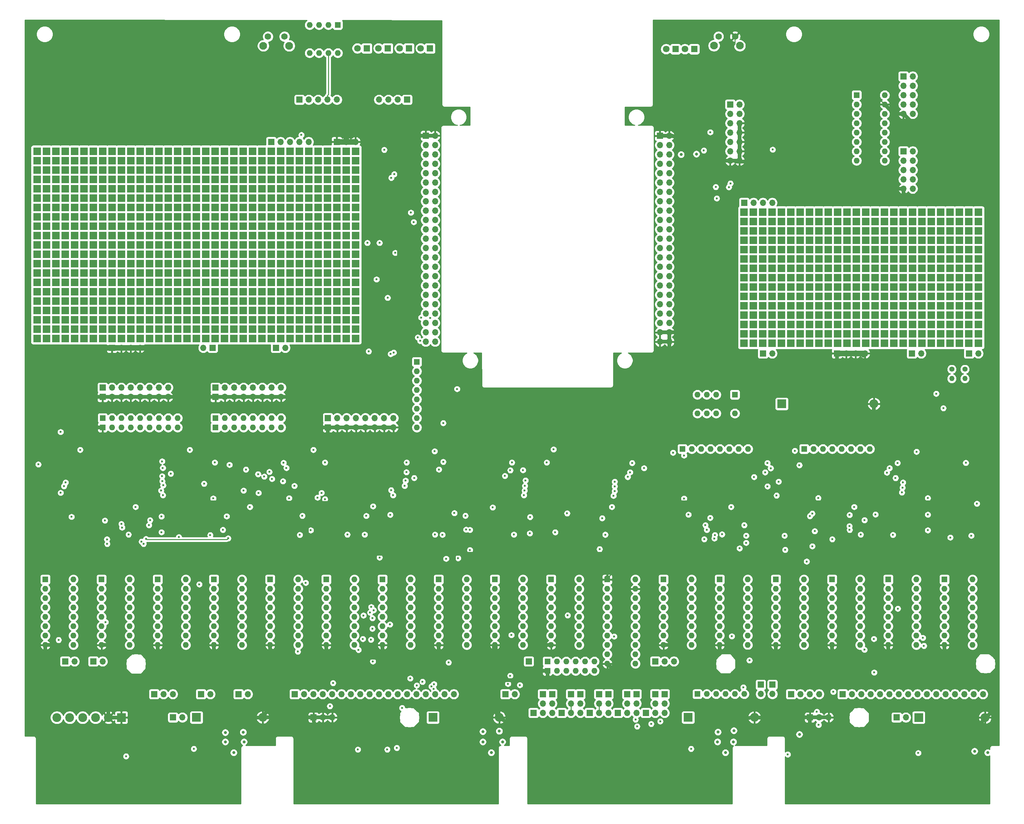
<source format=gbr>
G04 #@! TF.GenerationSoftware,KiCad,Pcbnew,(5.1.12)-1*
G04 #@! TF.CreationDate,2023-03-10T04:48:43+01:00*
G04 #@! TF.ProjectId,unibone,756e6962-6f6e-4652-9e6b-696361645f70,V1.0*
G04 #@! TF.SameCoordinates,Original*
G04 #@! TF.FileFunction,Copper,L2,Inr*
G04 #@! TF.FilePolarity,Positive*
%FSLAX46Y46*%
G04 Gerber Fmt 4.6, Leading zero omitted, Abs format (unit mm)*
G04 Created by KiCad (PCBNEW (5.1.12)-1) date 2023-03-10 04:48:43*
%MOMM*%
%LPD*%
G01*
G04 APERTURE LIST*
G04 #@! TA.AperFunction,ComponentPad*
%ADD10O,2.400000X2.400000*%
G04 #@! TD*
G04 #@! TA.AperFunction,ComponentPad*
%ADD11R,2.400000X2.400000*%
G04 #@! TD*
G04 #@! TA.AperFunction,ComponentPad*
%ADD12O,1.400000X1.400000*%
G04 #@! TD*
G04 #@! TA.AperFunction,ComponentPad*
%ADD13C,1.400000*%
G04 #@! TD*
G04 #@! TA.AperFunction,ComponentPad*
%ADD14C,2.100000*%
G04 #@! TD*
G04 #@! TA.AperFunction,ComponentPad*
%ADD15C,1.750000*%
G04 #@! TD*
G04 #@! TA.AperFunction,ComponentPad*
%ADD16O,1.700000X1.700000*%
G04 #@! TD*
G04 #@! TA.AperFunction,ComponentPad*
%ADD17R,1.700000X1.700000*%
G04 #@! TD*
G04 #@! TA.AperFunction,ComponentPad*
%ADD18C,2.400000*%
G04 #@! TD*
G04 #@! TA.AperFunction,ComponentPad*
%ADD19R,2.159000X2.159000*%
G04 #@! TD*
G04 #@! TA.AperFunction,ComponentPad*
%ADD20R,1.600000X1.600000*%
G04 #@! TD*
G04 #@! TA.AperFunction,ComponentPad*
%ADD21O,1.600000X1.600000*%
G04 #@! TD*
G04 #@! TA.AperFunction,ComponentPad*
%ADD22C,1.800000*%
G04 #@! TD*
G04 #@! TA.AperFunction,ComponentPad*
%ADD23R,1.800000X1.800000*%
G04 #@! TD*
G04 #@! TA.AperFunction,ViaPad*
%ADD24C,0.600000*%
G04 #@! TD*
G04 #@! TA.AperFunction,ViaPad*
%ADD25C,0.800000*%
G04 #@! TD*
G04 #@! TA.AperFunction,Conductor*
%ADD26C,1.000000*%
G04 #@! TD*
G04 #@! TA.AperFunction,Conductor*
%ADD27C,0.250000*%
G04 #@! TD*
G04 #@! TA.AperFunction,Conductor*
%ADD28C,1.500000*%
G04 #@! TD*
G04 #@! TA.AperFunction,Conductor*
%ADD29C,0.254000*%
G04 #@! TD*
G04 #@! TA.AperFunction,Conductor*
%ADD30C,0.304800*%
G04 #@! TD*
G04 APERTURE END LIST*
D10*
X285035000Y-222250000D03*
D11*
X267035000Y-222250000D03*
D10*
X222505000Y-222220000D03*
D11*
X204505000Y-222220000D03*
D10*
X153290000Y-222220000D03*
D11*
X135290000Y-222220000D03*
D10*
X89155000Y-222220000D03*
D11*
X71155000Y-222220000D03*
D12*
X276006000Y-130272000D03*
D13*
X276006000Y-127732000D03*
D12*
X279562000Y-130272000D03*
D13*
X279562000Y-127732000D03*
D14*
X211510000Y-39925000D03*
D15*
X212760000Y-37435000D03*
X217260000Y-37435000D03*
D14*
X218520000Y-39925000D03*
D16*
X200660000Y-207010000D03*
X198120000Y-207010000D03*
D17*
X195580000Y-207010000D03*
D16*
X224190000Y-215870000D03*
D17*
X224190000Y-213330000D03*
D16*
X227365000Y-215870000D03*
D17*
X227365000Y-213330000D03*
D16*
X263560000Y-222220000D03*
D17*
X261020000Y-222220000D03*
D16*
X67345000Y-222220000D03*
D17*
X64805000Y-222220000D03*
D18*
X33300000Y-222250000D03*
X36800000Y-222250000D03*
X40300000Y-222250000D03*
X43800000Y-222250000D03*
X47300000Y-222250000D03*
D11*
X50800000Y-222250000D03*
D16*
X218440000Y-71120000D03*
X215900000Y-71120000D03*
X218440000Y-68580000D03*
X215900000Y-68580000D03*
X218440000Y-66040000D03*
X215900000Y-66040000D03*
X218440000Y-63500000D03*
X215900000Y-63500000D03*
X218440000Y-60960000D03*
X215900000Y-60960000D03*
X218440000Y-58420000D03*
X215900000Y-58420000D03*
X218440000Y-55880000D03*
D17*
X215900000Y-55880000D03*
D19*
X250098000Y-87630000D03*
X247558000Y-87630000D03*
X245018000Y-87630000D03*
X247558000Y-90170000D03*
X250098000Y-90170000D03*
X245018000Y-90170000D03*
X245018000Y-92710000D03*
X247558000Y-92710000D03*
X245018000Y-95250000D03*
X250098000Y-92710000D03*
X247558000Y-95250000D03*
X250098000Y-95250000D03*
X247558000Y-97790000D03*
X245018000Y-97790000D03*
X250098000Y-97790000D03*
X245018000Y-100330000D03*
X247558000Y-100330000D03*
X250098000Y-100330000D03*
X247558000Y-102870000D03*
X245018000Y-102870000D03*
X250098000Y-102870000D03*
X250098000Y-107950000D03*
X250098000Y-105410000D03*
X245018000Y-105410000D03*
X245018000Y-107950000D03*
X247558000Y-107950000D03*
X247558000Y-105410000D03*
X247558000Y-110490000D03*
X245018000Y-110490000D03*
X250098000Y-110490000D03*
X245018000Y-113030000D03*
X250098000Y-113030000D03*
X247558000Y-113030000D03*
X250098000Y-115570000D03*
X245018000Y-115570000D03*
X247558000Y-115570000D03*
X250098000Y-118110000D03*
X247558000Y-85090000D03*
X247558000Y-118110000D03*
X245018000Y-85090000D03*
X250098000Y-85090000D03*
X245018000Y-118110000D03*
X247558000Y-120650000D03*
X245018000Y-120650000D03*
X250098000Y-120650000D03*
X242478000Y-87630000D03*
X239938000Y-87630000D03*
X237398000Y-87630000D03*
X234858000Y-87630000D03*
X232318000Y-87630000D03*
X234858000Y-90170000D03*
X237398000Y-90170000D03*
X232318000Y-90170000D03*
X232318000Y-92710000D03*
X234858000Y-92710000D03*
X239938000Y-90170000D03*
X242478000Y-90170000D03*
X239938000Y-92710000D03*
X242478000Y-92710000D03*
X232318000Y-95250000D03*
X237398000Y-92710000D03*
X234858000Y-95250000D03*
X242478000Y-95250000D03*
X239938000Y-95250000D03*
X237398000Y-95250000D03*
X234858000Y-97790000D03*
X232318000Y-97790000D03*
X237398000Y-97790000D03*
X232318000Y-100330000D03*
X234858000Y-100330000D03*
X239938000Y-100330000D03*
X242478000Y-100330000D03*
X237398000Y-100330000D03*
X242478000Y-97790000D03*
X239938000Y-97790000D03*
X242478000Y-102870000D03*
X234858000Y-102870000D03*
X232318000Y-102870000D03*
X239938000Y-102870000D03*
X237398000Y-102870000D03*
X237398000Y-107950000D03*
X237398000Y-105410000D03*
X232318000Y-105410000D03*
X239938000Y-105410000D03*
X232318000Y-107950000D03*
X242478000Y-107950000D03*
X234858000Y-107950000D03*
X242478000Y-105410000D03*
X234858000Y-105410000D03*
X242478000Y-110490000D03*
X234858000Y-110490000D03*
X232318000Y-110490000D03*
X237398000Y-110490000D03*
X232318000Y-113030000D03*
X239938000Y-107950000D03*
X239938000Y-110490000D03*
X237398000Y-113030000D03*
X234858000Y-113030000D03*
X242478000Y-113030000D03*
X237398000Y-115570000D03*
X239938000Y-113030000D03*
X232318000Y-115570000D03*
X234858000Y-115570000D03*
X237398000Y-118110000D03*
X234858000Y-85090000D03*
X242478000Y-85090000D03*
X234858000Y-118110000D03*
X232318000Y-85090000D03*
X239938000Y-85090000D03*
X237398000Y-85090000D03*
X239938000Y-118110000D03*
X242478000Y-118110000D03*
X232318000Y-118110000D03*
X242478000Y-115570000D03*
X239938000Y-115570000D03*
X239938000Y-120650000D03*
X242478000Y-120650000D03*
X234858000Y-120650000D03*
X232318000Y-120650000D03*
X237398000Y-120650000D03*
D16*
X94107000Y-135255000D03*
X91567000Y-135255000D03*
X89027000Y-135255000D03*
X86487000Y-135255000D03*
X83947000Y-135255000D03*
X81407000Y-135255000D03*
X78867000Y-135255000D03*
D17*
X76327000Y-135255000D03*
D16*
X124587000Y-143510000D03*
X122047000Y-143510000D03*
X119507000Y-143510000D03*
X116967000Y-143510000D03*
X114427000Y-143510000D03*
X111887000Y-143510000D03*
X109347000Y-143510000D03*
D17*
X106807000Y-143510000D03*
D16*
X63500000Y-135255000D03*
X60960000Y-135255000D03*
X58420000Y-135255000D03*
X55880000Y-135255000D03*
X53340000Y-135255000D03*
X50800000Y-135255000D03*
X48260000Y-135255000D03*
D17*
X45720000Y-135255000D03*
D16*
X199390000Y-120264000D03*
X196850000Y-120264000D03*
X199390000Y-117724000D03*
X196850000Y-117724000D03*
X199390000Y-115184000D03*
X196850000Y-115184000D03*
X199390000Y-112644000D03*
X196850000Y-112644000D03*
X199390000Y-110104000D03*
X196850000Y-110104000D03*
X199390000Y-107564000D03*
X196850000Y-107564000D03*
X199390000Y-105024000D03*
X196850000Y-105024000D03*
X199390000Y-102484000D03*
X196850000Y-102484000D03*
X199390000Y-99944000D03*
X196850000Y-99944000D03*
X199390000Y-97404000D03*
X196850000Y-97404000D03*
X199390000Y-94864000D03*
X196850000Y-94864000D03*
X199390000Y-92324000D03*
X196850000Y-92324000D03*
X199390000Y-89784000D03*
X196850000Y-89784000D03*
X199390000Y-87244000D03*
X196850000Y-87244000D03*
X199390000Y-84704000D03*
X196850000Y-84704000D03*
X199390000Y-82164000D03*
X196850000Y-82164000D03*
X199390000Y-79624000D03*
X196850000Y-79624000D03*
X199390000Y-77084000D03*
X196850000Y-77084000D03*
X199390000Y-74544000D03*
X196850000Y-74544000D03*
X199390000Y-72004000D03*
X196850000Y-72004000D03*
X199390000Y-69464000D03*
X196850000Y-69464000D03*
X199390000Y-66924000D03*
X196850000Y-66924000D03*
X199390000Y-64384000D03*
D17*
X196850000Y-64384000D03*
D16*
X135890000Y-120244000D03*
X133350000Y-120244000D03*
X135890000Y-117704000D03*
X133350000Y-117704000D03*
X135890000Y-115164000D03*
X133350000Y-115164000D03*
X135890000Y-112624000D03*
X133350000Y-112624000D03*
X135890000Y-110084000D03*
X133350000Y-110084000D03*
X135890000Y-107544000D03*
X133350000Y-107544000D03*
X135890000Y-105004000D03*
X133350000Y-105004000D03*
X135890000Y-102464000D03*
X133350000Y-102464000D03*
X135890000Y-99924000D03*
X133350000Y-99924000D03*
X135890000Y-97384000D03*
X133350000Y-97384000D03*
X135890000Y-94844000D03*
X133350000Y-94844000D03*
X135890000Y-92304000D03*
X133350000Y-92304000D03*
X135890000Y-89764000D03*
X133350000Y-89764000D03*
X135890000Y-87224000D03*
X133350000Y-87224000D03*
X135890000Y-84684000D03*
X133350000Y-84684000D03*
X135890000Y-82144000D03*
X133350000Y-82144000D03*
X135890000Y-79604000D03*
X133350000Y-79604000D03*
X135890000Y-77064000D03*
X133350000Y-77064000D03*
X135890000Y-74524000D03*
X133350000Y-74524000D03*
X135890000Y-71984000D03*
X133350000Y-71984000D03*
X135890000Y-69444000D03*
X133350000Y-69444000D03*
X135890000Y-66904000D03*
X133350000Y-66904000D03*
X135890000Y-64364000D03*
D17*
X133350000Y-64364000D03*
D20*
X217170000Y-134620000D03*
D21*
X207010000Y-139700000D03*
X212090000Y-134620000D03*
X209550000Y-139700000D03*
X209550000Y-134620000D03*
X212090000Y-139700000D03*
X207010000Y-134620000D03*
X217170000Y-139700000D03*
D16*
X227330000Y-123444000D03*
D17*
X224790000Y-123444000D03*
D21*
X109474000Y-41910000D03*
X101854000Y-34290000D03*
X106934000Y-41910000D03*
X104394000Y-34290000D03*
X104394000Y-41910000D03*
X106934000Y-34290000D03*
X101854000Y-41910000D03*
D20*
X109474000Y-34290000D03*
D10*
X254905000Y-137130000D03*
D11*
X229905000Y-137130000D03*
D16*
X175260000Y-218440000D03*
D17*
X175260000Y-215900000D03*
D16*
X38100000Y-207010000D03*
D17*
X35560000Y-207010000D03*
D16*
X45720000Y-207010000D03*
D17*
X43180000Y-207010000D03*
D16*
X165100000Y-218440000D03*
D17*
X165100000Y-215900000D03*
D16*
X167640000Y-218440000D03*
D17*
X167640000Y-215900000D03*
D16*
X172720000Y-218440000D03*
D17*
X172720000Y-215900000D03*
D16*
X180340000Y-218440000D03*
D17*
X180340000Y-215900000D03*
D16*
X182880000Y-218440000D03*
D17*
X182880000Y-215900000D03*
D16*
X198120000Y-218440000D03*
D17*
X198120000Y-215900000D03*
D16*
X195580000Y-218440000D03*
D17*
X195580000Y-215900000D03*
D16*
X187960000Y-218440000D03*
D17*
X187960000Y-215900000D03*
D16*
X73025000Y-121920000D03*
D17*
X75565000Y-121920000D03*
D16*
X95250000Y-121920000D03*
D17*
X92710000Y-121920000D03*
D16*
X85090000Y-215900000D03*
D17*
X82550000Y-215900000D03*
D16*
X190500000Y-218440000D03*
D17*
X190500000Y-215900000D03*
D16*
X157480000Y-215900000D03*
D17*
X154940000Y-215900000D03*
X265176000Y-123444000D03*
D16*
X267716000Y-123444000D03*
D17*
X280670000Y-123444000D03*
D16*
X283210000Y-123444000D03*
X74930000Y-215900000D03*
D17*
X72390000Y-215900000D03*
D16*
X182880000Y-220980000D03*
X180340000Y-220980000D03*
D17*
X177800000Y-220980000D03*
D16*
X167640000Y-220980000D03*
X165100000Y-220980000D03*
D17*
X162560000Y-220980000D03*
D16*
X175260000Y-220980000D03*
X172720000Y-220980000D03*
D17*
X170180000Y-220980000D03*
D16*
X198120000Y-220980000D03*
X195580000Y-220980000D03*
D17*
X193040000Y-220980000D03*
D16*
X190500000Y-220980000D03*
X187960000Y-220980000D03*
D17*
X185420000Y-220980000D03*
D16*
X107985000Y-222220000D03*
X105445000Y-222220000D03*
D17*
X102905000Y-222220000D03*
X59690000Y-215900000D03*
D16*
X62230000Y-215900000D03*
X64770000Y-215900000D03*
X114300000Y-66040000D03*
X111760000Y-66040000D03*
D17*
X109220000Y-66040000D03*
D16*
X242605000Y-222220000D03*
X240065000Y-222220000D03*
D17*
X237525000Y-222220000D03*
D16*
X240030000Y-215900000D03*
X237490000Y-215900000D03*
X234950000Y-215900000D03*
D17*
X232410000Y-215900000D03*
D16*
X120685000Y-54580000D03*
X123225000Y-54580000D03*
X125765000Y-54580000D03*
D17*
X128305000Y-54580000D03*
X244856000Y-123444000D03*
D16*
X247396000Y-123444000D03*
X249936000Y-123444000D03*
X252476000Y-123444000D03*
X55880000Y-121920000D03*
X53340000Y-121920000D03*
X50800000Y-121920000D03*
D17*
X48260000Y-121920000D03*
X219710000Y-82550000D03*
D16*
X222250000Y-82550000D03*
X224790000Y-82550000D03*
X227330000Y-82550000D03*
X109255000Y-54580000D03*
X106715000Y-54580000D03*
X104175000Y-54580000D03*
X101635000Y-54580000D03*
D17*
X99095000Y-54580000D03*
D16*
X101600000Y-66040000D03*
X99060000Y-66040000D03*
X96520000Y-66040000D03*
X93980000Y-66040000D03*
D17*
X91440000Y-66040000D03*
D16*
X94107000Y-132715000D03*
X91567000Y-132715000D03*
X89027000Y-132715000D03*
X86487000Y-132715000D03*
X83947000Y-132715000D03*
X81407000Y-132715000D03*
X78867000Y-132715000D03*
D17*
X76327000Y-132715000D03*
D16*
X63500000Y-132715000D03*
X60960000Y-132715000D03*
X58420000Y-132715000D03*
X55880000Y-132715000D03*
X53340000Y-132715000D03*
X50800000Y-132715000D03*
X48260000Y-132715000D03*
D17*
X45720000Y-132715000D03*
D16*
X124587000Y-140970000D03*
X122047000Y-140970000D03*
X119507000Y-140970000D03*
X116967000Y-140970000D03*
X114427000Y-140970000D03*
X111887000Y-140970000D03*
X109347000Y-140970000D03*
D17*
X106807000Y-140970000D03*
D16*
X284480000Y-215900000D03*
X281940000Y-215900000D03*
X279400000Y-215900000D03*
X276860000Y-215900000D03*
X274320000Y-215900000D03*
X271780000Y-215900000D03*
X269240000Y-215900000D03*
X266700000Y-215900000D03*
X264160000Y-215900000D03*
X261620000Y-215900000D03*
X259080000Y-215900000D03*
X256540000Y-215900000D03*
X254000000Y-215900000D03*
X251460000Y-215900000D03*
X248920000Y-215900000D03*
D17*
X246380000Y-215900000D03*
D16*
X140970000Y-215900000D03*
X138430000Y-215900000D03*
X135890000Y-215900000D03*
X133350000Y-215900000D03*
X130810000Y-215900000D03*
X128270000Y-215900000D03*
X125730000Y-215900000D03*
X123190000Y-215900000D03*
X120650000Y-215900000D03*
X118110000Y-215900000D03*
X115570000Y-215900000D03*
X113030000Y-215900000D03*
X110490000Y-215900000D03*
X107950000Y-215900000D03*
X105410000Y-215900000D03*
X102870000Y-215900000D03*
X100330000Y-215900000D03*
D17*
X97790000Y-215900000D03*
D16*
X265430000Y-58420000D03*
X262890000Y-58420000D03*
X265430000Y-55880000D03*
X262890000Y-55880000D03*
X265430000Y-53340000D03*
X262890000Y-53340000D03*
X265430000Y-50800000D03*
X262890000Y-50800000D03*
X265430000Y-48260000D03*
D17*
X262890000Y-48260000D03*
D16*
X265430000Y-78740000D03*
X262890000Y-78740000D03*
X265430000Y-76200000D03*
X262890000Y-76200000D03*
X265430000Y-73660000D03*
X262890000Y-73660000D03*
X265430000Y-71120000D03*
X262890000Y-71120000D03*
X265430000Y-68580000D03*
D17*
X262890000Y-68580000D03*
D22*
X198536000Y-40864000D03*
D23*
X201076000Y-40864000D03*
D22*
X114808000Y-40640000D03*
D23*
X117348000Y-40640000D03*
D22*
X120523000Y-40640000D03*
D23*
X123063000Y-40640000D03*
D22*
X126238000Y-40640000D03*
D23*
X128778000Y-40640000D03*
D22*
X131953000Y-40640000D03*
D23*
X134493000Y-40640000D03*
D22*
X203616000Y-40864000D03*
D23*
X206156000Y-40864000D03*
D21*
X68280000Y-184780000D03*
X60660000Y-202560000D03*
X68280000Y-187320000D03*
X60660000Y-200020000D03*
X68280000Y-189860000D03*
X60660000Y-197480000D03*
X68280000Y-192400000D03*
X60660000Y-194940000D03*
X68280000Y-194940000D03*
X60660000Y-192400000D03*
X68280000Y-197480000D03*
X60660000Y-189860000D03*
X68280000Y-200020000D03*
X60660000Y-187320000D03*
X68280000Y-202560000D03*
D20*
X60660000Y-184780000D03*
D21*
X266400000Y-184780000D03*
X258780000Y-202560000D03*
X266400000Y-187320000D03*
X258780000Y-200020000D03*
X266400000Y-189860000D03*
X258780000Y-197480000D03*
X266400000Y-192400000D03*
X258780000Y-194940000D03*
X266400000Y-194940000D03*
X258780000Y-192400000D03*
X266400000Y-197480000D03*
X258780000Y-189860000D03*
X266400000Y-200020000D03*
X258780000Y-187320000D03*
X266400000Y-202560000D03*
D20*
X258780000Y-184780000D03*
D21*
X114000000Y-184780000D03*
X106380000Y-202560000D03*
X114000000Y-187320000D03*
X106380000Y-200020000D03*
X114000000Y-189860000D03*
X106380000Y-197480000D03*
X114000000Y-192400000D03*
X106380000Y-194940000D03*
X114000000Y-194940000D03*
X106380000Y-192400000D03*
X114000000Y-197480000D03*
X106380000Y-189860000D03*
X114000000Y-200020000D03*
X106380000Y-187320000D03*
X114000000Y-202560000D03*
D20*
X106380000Y-184780000D03*
D21*
X281640000Y-184780000D03*
X274020000Y-202560000D03*
X281640000Y-187320000D03*
X274020000Y-200020000D03*
X281640000Y-189860000D03*
X274020000Y-197480000D03*
X281640000Y-192400000D03*
X274020000Y-194940000D03*
X281640000Y-194940000D03*
X274020000Y-192400000D03*
X281640000Y-197480000D03*
X274020000Y-189860000D03*
X281640000Y-200020000D03*
X274020000Y-187320000D03*
X281640000Y-202560000D03*
D20*
X274020000Y-184780000D03*
D21*
X129240000Y-184780000D03*
X121620000Y-202560000D03*
X129240000Y-187320000D03*
X121620000Y-200020000D03*
X129240000Y-189860000D03*
X121620000Y-197480000D03*
X129240000Y-192400000D03*
X121620000Y-194940000D03*
X129240000Y-194940000D03*
X121620000Y-192400000D03*
X129240000Y-197480000D03*
X121620000Y-189860000D03*
X129240000Y-200020000D03*
X121620000Y-187320000D03*
X129240000Y-202560000D03*
D20*
X121620000Y-184780000D03*
D21*
X235920000Y-184780000D03*
X228300000Y-202560000D03*
X235920000Y-187320000D03*
X228300000Y-200020000D03*
X235920000Y-189860000D03*
X228300000Y-197480000D03*
X235920000Y-192400000D03*
X228300000Y-194940000D03*
X235920000Y-194940000D03*
X228300000Y-192400000D03*
X235920000Y-197480000D03*
X228300000Y-189860000D03*
X235920000Y-200020000D03*
X228300000Y-187320000D03*
X235920000Y-202560000D03*
D20*
X228300000Y-184780000D03*
D21*
X251160000Y-184780000D03*
X243540000Y-202560000D03*
X251160000Y-187320000D03*
X243540000Y-200020000D03*
X251160000Y-189860000D03*
X243540000Y-197480000D03*
X251160000Y-192400000D03*
X243540000Y-194940000D03*
X251160000Y-194940000D03*
X243540000Y-192400000D03*
X251160000Y-197480000D03*
X243540000Y-189860000D03*
X251160000Y-200020000D03*
X243540000Y-187320000D03*
X251160000Y-202560000D03*
D20*
X243540000Y-184780000D03*
D21*
X98760000Y-184780000D03*
X91140000Y-202560000D03*
X98760000Y-187320000D03*
X91140000Y-200020000D03*
X98760000Y-189860000D03*
X91140000Y-197480000D03*
X98760000Y-192400000D03*
X91140000Y-194940000D03*
X98760000Y-194940000D03*
X91140000Y-192400000D03*
X98760000Y-197480000D03*
X91140000Y-189860000D03*
X98760000Y-200020000D03*
X91140000Y-187320000D03*
X98760000Y-202560000D03*
D20*
X91140000Y-184780000D03*
D21*
X83520000Y-184780000D03*
X75900000Y-202560000D03*
X83520000Y-187320000D03*
X75900000Y-200020000D03*
X83520000Y-189860000D03*
X75900000Y-197480000D03*
X83520000Y-192400000D03*
X75900000Y-194940000D03*
X83520000Y-194940000D03*
X75900000Y-192400000D03*
X83520000Y-197480000D03*
X75900000Y-189860000D03*
X83520000Y-200020000D03*
X75900000Y-187320000D03*
X83520000Y-202560000D03*
D20*
X75900000Y-184780000D03*
D21*
X159720000Y-184780000D03*
X152100000Y-202560000D03*
X159720000Y-187320000D03*
X152100000Y-200020000D03*
X159720000Y-189860000D03*
X152100000Y-197480000D03*
X159720000Y-192400000D03*
X152100000Y-194940000D03*
X159720000Y-194940000D03*
X152100000Y-192400000D03*
X159720000Y-197480000D03*
X152100000Y-189860000D03*
X159720000Y-200020000D03*
X152100000Y-187320000D03*
X159720000Y-202560000D03*
D20*
X152100000Y-184780000D03*
D21*
X174960000Y-184780000D03*
X167340000Y-202560000D03*
X174960000Y-187320000D03*
X167340000Y-200020000D03*
X174960000Y-189860000D03*
X167340000Y-197480000D03*
X174960000Y-192400000D03*
X167340000Y-194940000D03*
X174960000Y-194940000D03*
X167340000Y-192400000D03*
X174960000Y-197480000D03*
X167340000Y-189860000D03*
X174960000Y-200020000D03*
X167340000Y-187320000D03*
X174960000Y-202560000D03*
D20*
X167340000Y-184780000D03*
D21*
X205440000Y-184780000D03*
X197820000Y-202560000D03*
X205440000Y-187320000D03*
X197820000Y-200020000D03*
X205440000Y-189860000D03*
X197820000Y-197480000D03*
X205440000Y-192400000D03*
X197820000Y-194940000D03*
X205440000Y-194940000D03*
X197820000Y-192400000D03*
X205440000Y-197480000D03*
X197820000Y-189860000D03*
X205440000Y-200020000D03*
X197820000Y-187320000D03*
X205440000Y-202560000D03*
D20*
X197820000Y-184780000D03*
D21*
X37800000Y-184780000D03*
X30180000Y-202560000D03*
X37800000Y-187320000D03*
X30180000Y-200020000D03*
X37800000Y-189860000D03*
X30180000Y-197480000D03*
X37800000Y-192400000D03*
X30180000Y-194940000D03*
X37800000Y-194940000D03*
X30180000Y-192400000D03*
X37800000Y-197480000D03*
X30180000Y-189860000D03*
X37800000Y-200020000D03*
X30180000Y-187320000D03*
X37800000Y-202560000D03*
D20*
X30180000Y-184780000D03*
D21*
X53040000Y-184780000D03*
X45420000Y-202560000D03*
X53040000Y-187320000D03*
X45420000Y-200020000D03*
X53040000Y-189860000D03*
X45420000Y-197480000D03*
X53040000Y-192400000D03*
X45420000Y-194940000D03*
X53040000Y-194940000D03*
X45420000Y-192400000D03*
X53040000Y-197480000D03*
X45420000Y-189860000D03*
X53040000Y-200020000D03*
X45420000Y-187320000D03*
X53040000Y-202560000D03*
D20*
X45420000Y-184780000D03*
D21*
X257810000Y-53340000D03*
X250190000Y-71120000D03*
X257810000Y-55880000D03*
X250190000Y-68580000D03*
X257810000Y-58420000D03*
X250190000Y-66040000D03*
X257810000Y-60960000D03*
X250190000Y-63500000D03*
X257810000Y-63500000D03*
X250190000Y-60960000D03*
X257810000Y-66040000D03*
X250190000Y-58420000D03*
X257810000Y-68580000D03*
X250190000Y-55880000D03*
X257810000Y-71120000D03*
D20*
X250190000Y-53340000D03*
D21*
X220680000Y-184780000D03*
X213060000Y-202560000D03*
X220680000Y-187320000D03*
X213060000Y-200020000D03*
X220680000Y-189860000D03*
X213060000Y-197480000D03*
X220680000Y-192400000D03*
X213060000Y-194940000D03*
X220680000Y-194940000D03*
X213060000Y-192400000D03*
X220680000Y-197480000D03*
X213060000Y-189860000D03*
X220680000Y-200020000D03*
X213060000Y-187320000D03*
X220680000Y-202560000D03*
D20*
X213060000Y-184780000D03*
D21*
X144480000Y-184780000D03*
X136860000Y-202560000D03*
X144480000Y-187320000D03*
X136860000Y-200020000D03*
X144480000Y-189860000D03*
X136860000Y-197480000D03*
X144480000Y-192400000D03*
X136860000Y-194940000D03*
X144480000Y-194940000D03*
X136860000Y-192400000D03*
X144480000Y-197480000D03*
X136860000Y-189860000D03*
X144480000Y-200020000D03*
X136860000Y-187320000D03*
X144480000Y-202560000D03*
D20*
X136860000Y-184780000D03*
D21*
X190200000Y-184780000D03*
X182580000Y-207640000D03*
X190200000Y-187320000D03*
X182580000Y-205100000D03*
X190200000Y-189860000D03*
X182580000Y-202560000D03*
X190200000Y-192400000D03*
X182580000Y-200020000D03*
X190200000Y-194940000D03*
X182580000Y-197480000D03*
X190200000Y-197480000D03*
X182580000Y-194940000D03*
X190200000Y-200020000D03*
X182580000Y-192400000D03*
X190200000Y-202560000D03*
X182580000Y-189860000D03*
X190200000Y-205100000D03*
X182580000Y-187320000D03*
X190200000Y-207640000D03*
D20*
X182580000Y-184780000D03*
D21*
X179070000Y-207010000D03*
X176530000Y-207010000D03*
X173990000Y-207010000D03*
X171450000Y-207010000D03*
X168910000Y-207010000D03*
D20*
X166370000Y-207010000D03*
D21*
X179070000Y-209550000D03*
X176530000Y-209550000D03*
X173990000Y-209550000D03*
X171450000Y-209550000D03*
X168910000Y-209550000D03*
D20*
X166370000Y-209550000D03*
D21*
X219710000Y-215870000D03*
X217170000Y-215870000D03*
X214630000Y-215870000D03*
X212090000Y-215870000D03*
X209550000Y-215870000D03*
D20*
X207010000Y-215870000D03*
D21*
X94107000Y-140970000D03*
X91567000Y-140970000D03*
X89027000Y-140970000D03*
X86487000Y-140970000D03*
X83947000Y-140970000D03*
X81407000Y-140970000D03*
X78867000Y-140970000D03*
D20*
X76327000Y-140970000D03*
D21*
X253746000Y-149352000D03*
X251206000Y-149352000D03*
X248666000Y-149352000D03*
X246126000Y-149352000D03*
X243586000Y-149352000D03*
X241046000Y-149352000D03*
X238506000Y-149352000D03*
D20*
X235966000Y-149352000D03*
D21*
X94107000Y-143510000D03*
X91567000Y-143510000D03*
X89027000Y-143510000D03*
X86487000Y-143510000D03*
X83947000Y-143510000D03*
X81407000Y-143510000D03*
X78867000Y-143510000D03*
D20*
X76327000Y-143510000D03*
D21*
X130937000Y-143510000D03*
X130937000Y-140970000D03*
X130937000Y-138430000D03*
X130937000Y-135890000D03*
X130937000Y-133350000D03*
X130937000Y-130810000D03*
X130937000Y-128270000D03*
D20*
X130937000Y-125730000D03*
D21*
X220726000Y-149352000D03*
X218186000Y-149352000D03*
X215646000Y-149352000D03*
X213106000Y-149352000D03*
X210566000Y-149352000D03*
X208026000Y-149352000D03*
X205486000Y-149352000D03*
D20*
X202946000Y-149352000D03*
D21*
X66040000Y-140970000D03*
X63500000Y-140970000D03*
X60960000Y-140970000D03*
X58420000Y-140970000D03*
X55880000Y-140970000D03*
X53340000Y-140970000D03*
X50800000Y-140970000D03*
X48260000Y-140970000D03*
D20*
X45720000Y-140970000D03*
D21*
X66040000Y-143510000D03*
X63500000Y-143510000D03*
X60960000Y-143510000D03*
X58420000Y-143510000D03*
X55880000Y-143510000D03*
X53340000Y-143510000D03*
X50800000Y-143510000D03*
X48260000Y-143510000D03*
D20*
X45720000Y-143510000D03*
D19*
X40640000Y-68580000D03*
X106680000Y-68580000D03*
X58420000Y-68580000D03*
X114300000Y-68580000D03*
X71120000Y-68580000D03*
X43180000Y-68580000D03*
X81280000Y-68580000D03*
X111760000Y-68580000D03*
X91440000Y-68580000D03*
X66040000Y-68580000D03*
X63500000Y-68580000D03*
X27940000Y-68580000D03*
X99060000Y-68580000D03*
X45720000Y-68580000D03*
X109220000Y-68580000D03*
X88900000Y-68580000D03*
X101600000Y-68580000D03*
X38100000Y-68580000D03*
X30480000Y-68580000D03*
X35560000Y-68580000D03*
X53340000Y-68580000D03*
X50800000Y-68580000D03*
X60960000Y-68580000D03*
X48260000Y-68580000D03*
X83820000Y-68580000D03*
X86360000Y-68580000D03*
X73660000Y-68580000D03*
X96520000Y-68580000D03*
X93980000Y-68580000D03*
X78740000Y-68580000D03*
X104140000Y-68580000D03*
X76200000Y-68580000D03*
X68580000Y-68580000D03*
X55880000Y-68580000D03*
X33020000Y-68580000D03*
X60960000Y-71120000D03*
X48260000Y-71120000D03*
X78740000Y-71120000D03*
X40640000Y-71120000D03*
X76200000Y-71120000D03*
X83820000Y-71120000D03*
X106680000Y-71120000D03*
X71120000Y-71120000D03*
X35560000Y-71120000D03*
X43180000Y-71120000D03*
X81280000Y-71120000D03*
X93980000Y-71120000D03*
X58420000Y-71120000D03*
X109220000Y-71120000D03*
X73660000Y-71120000D03*
X68580000Y-71120000D03*
X50800000Y-71120000D03*
X55880000Y-71120000D03*
X91440000Y-71120000D03*
X66040000Y-71120000D03*
X63500000Y-71120000D03*
X88900000Y-71120000D03*
X114300000Y-71120000D03*
X104140000Y-71120000D03*
X45720000Y-71120000D03*
X53340000Y-71120000D03*
X27940000Y-71120000D03*
X111760000Y-71120000D03*
X101600000Y-71120000D03*
X86360000Y-71120000D03*
X38100000Y-71120000D03*
X33020000Y-71120000D03*
X99060000Y-71120000D03*
X96520000Y-71120000D03*
X30480000Y-71120000D03*
X60960000Y-73660000D03*
X78740000Y-73660000D03*
X48260000Y-73660000D03*
X40640000Y-73660000D03*
X76200000Y-73660000D03*
X83820000Y-73660000D03*
X106680000Y-73660000D03*
X71120000Y-73660000D03*
X35560000Y-73660000D03*
X27940000Y-73660000D03*
X43180000Y-73660000D03*
X111760000Y-73660000D03*
X93980000Y-73660000D03*
X81280000Y-73660000D03*
X58420000Y-73660000D03*
X109220000Y-73660000D03*
X73660000Y-73660000D03*
X50800000Y-73660000D03*
X55880000Y-73660000D03*
X91440000Y-73660000D03*
X66040000Y-73660000D03*
X68580000Y-73660000D03*
X33020000Y-73660000D03*
X63500000Y-73660000D03*
X88900000Y-73660000D03*
X101600000Y-73660000D03*
X96520000Y-73660000D03*
X114300000Y-73660000D03*
X104140000Y-73660000D03*
X99060000Y-73660000D03*
X45720000Y-73660000D03*
X86360000Y-73660000D03*
X53340000Y-73660000D03*
X38100000Y-73660000D03*
X30480000Y-73660000D03*
X60960000Y-76200000D03*
X78740000Y-76200000D03*
X48260000Y-76200000D03*
X101600000Y-76200000D03*
X55880000Y-76200000D03*
X40640000Y-76200000D03*
X66040000Y-76200000D03*
X76200000Y-76200000D03*
X45720000Y-76200000D03*
X96520000Y-76200000D03*
X71120000Y-76200000D03*
X91440000Y-76200000D03*
X68580000Y-76200000D03*
X35560000Y-76200000D03*
X27940000Y-76200000D03*
X114300000Y-76200000D03*
X43180000Y-76200000D03*
X111760000Y-76200000D03*
X63500000Y-76200000D03*
X83820000Y-76200000D03*
X33020000Y-76200000D03*
X93980000Y-76200000D03*
X109220000Y-76200000D03*
X99060000Y-76200000D03*
X86360000Y-76200000D03*
X50800000Y-76200000D03*
X73660000Y-76200000D03*
X81280000Y-76200000D03*
X58420000Y-76200000D03*
X106680000Y-76200000D03*
X104140000Y-76200000D03*
X88900000Y-76200000D03*
X53340000Y-76200000D03*
X38100000Y-76200000D03*
X30480000Y-76200000D03*
X60960000Y-78740000D03*
X48260000Y-78740000D03*
X101600000Y-78740000D03*
X55880000Y-78740000D03*
X78740000Y-78740000D03*
X40640000Y-78740000D03*
X66040000Y-78740000D03*
X76200000Y-78740000D03*
X45720000Y-78740000D03*
X96520000Y-78740000D03*
X71120000Y-78740000D03*
X106680000Y-78740000D03*
X91440000Y-78740000D03*
X68580000Y-78740000D03*
X104140000Y-78740000D03*
X35560000Y-78740000D03*
X50800000Y-78740000D03*
X27940000Y-78740000D03*
X114300000Y-78740000D03*
X43180000Y-78740000D03*
X111760000Y-78740000D03*
X88900000Y-78740000D03*
X63500000Y-78740000D03*
X83820000Y-78740000D03*
X33020000Y-78740000D03*
X38100000Y-78740000D03*
X93980000Y-78740000D03*
X81280000Y-78740000D03*
X30480000Y-78740000D03*
X58420000Y-78740000D03*
X109220000Y-78740000D03*
X73660000Y-78740000D03*
X53340000Y-78740000D03*
X86360000Y-78740000D03*
X99060000Y-78740000D03*
X60960000Y-81280000D03*
X38100000Y-81280000D03*
X48260000Y-81280000D03*
X88900000Y-81280000D03*
X50800000Y-81280000D03*
X78740000Y-81280000D03*
X33020000Y-81280000D03*
X76200000Y-81280000D03*
X114300000Y-81280000D03*
X63500000Y-81280000D03*
X83820000Y-81280000D03*
X40640000Y-81280000D03*
X68580000Y-81280000D03*
X71120000Y-81280000D03*
X66040000Y-81280000D03*
X35560000Y-81280000D03*
X45720000Y-81280000D03*
X43180000Y-81280000D03*
X106680000Y-81280000D03*
X91440000Y-81280000D03*
X111760000Y-81280000D03*
X96520000Y-81280000D03*
X55880000Y-81280000D03*
X101600000Y-81280000D03*
X27940000Y-81280000D03*
X104140000Y-81280000D03*
X30480000Y-81280000D03*
X58420000Y-81280000D03*
X109220000Y-81280000D03*
X73660000Y-81280000D03*
X53340000Y-81280000D03*
X86360000Y-81280000D03*
X99060000Y-81280000D03*
X93980000Y-81280000D03*
X81280000Y-81280000D03*
X48260000Y-83820000D03*
X60960000Y-83820000D03*
X50800000Y-83820000D03*
X78740000Y-83820000D03*
X88900000Y-83820000D03*
X33020000Y-83820000D03*
X38100000Y-83820000D03*
X76200000Y-83820000D03*
X114300000Y-83820000D03*
X53340000Y-83820000D03*
X63500000Y-83820000D03*
X83820000Y-83820000D03*
X40640000Y-83820000D03*
X68580000Y-83820000D03*
X71120000Y-83820000D03*
X93980000Y-83820000D03*
X66040000Y-83820000D03*
X101600000Y-83820000D03*
X35560000Y-83820000D03*
X43180000Y-83820000D03*
X27940000Y-83820000D03*
X86360000Y-83820000D03*
X45720000Y-83820000D03*
X96520000Y-83820000D03*
X91440000Y-83820000D03*
X104140000Y-83820000D03*
X81280000Y-83820000D03*
X106680000Y-83820000D03*
X30480000Y-83820000D03*
X58420000Y-83820000D03*
X109220000Y-83820000D03*
X55880000Y-83820000D03*
X99060000Y-83820000D03*
X73660000Y-83820000D03*
X111760000Y-83820000D03*
X63500000Y-86360000D03*
X40640000Y-86360000D03*
X48260000Y-86360000D03*
X114300000Y-86360000D03*
X60960000Y-86360000D03*
X83820000Y-86360000D03*
X38100000Y-86360000D03*
X76200000Y-86360000D03*
X66040000Y-86360000D03*
X35560000Y-86360000D03*
X50800000Y-86360000D03*
X93980000Y-86360000D03*
X71120000Y-86360000D03*
X101600000Y-86360000D03*
X53340000Y-86360000D03*
X68580000Y-86360000D03*
X88900000Y-86360000D03*
X78740000Y-86360000D03*
X43180000Y-86360000D03*
X33020000Y-86360000D03*
X27940000Y-86360000D03*
X86360000Y-86360000D03*
X45720000Y-86360000D03*
X81280000Y-86360000D03*
X30480000Y-86360000D03*
X58420000Y-86360000D03*
X109220000Y-86360000D03*
X96520000Y-86360000D03*
X55880000Y-86360000D03*
X99060000Y-86360000D03*
X106680000Y-86360000D03*
X73660000Y-86360000D03*
X91440000Y-86360000D03*
X104140000Y-86360000D03*
X111760000Y-86360000D03*
X45720000Y-88900000D03*
X63500000Y-88900000D03*
X48260000Y-88900000D03*
X40640000Y-88900000D03*
X58420000Y-88900000D03*
X43180000Y-88900000D03*
X114300000Y-88900000D03*
X81280000Y-88900000D03*
X60960000Y-88900000D03*
X96520000Y-88900000D03*
X83820000Y-88900000D03*
X55880000Y-88900000D03*
X38100000Y-88900000D03*
X109220000Y-88900000D03*
X99060000Y-88900000D03*
X76200000Y-88900000D03*
X106680000Y-88900000D03*
X66040000Y-88900000D03*
X35560000Y-88900000D03*
X50800000Y-88900000D03*
X33020000Y-88900000D03*
X104140000Y-88900000D03*
X93980000Y-88900000D03*
X71120000Y-88900000D03*
X101600000Y-88900000D03*
X91440000Y-88900000D03*
X53340000Y-88900000D03*
X68580000Y-88900000D03*
X30480000Y-88900000D03*
X86360000Y-88900000D03*
X73660000Y-88900000D03*
X27940000Y-88900000D03*
X88900000Y-88900000D03*
X111760000Y-88900000D03*
X78740000Y-88900000D03*
X43180000Y-91440000D03*
X114300000Y-91440000D03*
X81280000Y-91440000D03*
X63500000Y-91440000D03*
X109220000Y-91440000D03*
X48260000Y-91440000D03*
X96520000Y-91440000D03*
X83820000Y-91440000D03*
X55880000Y-91440000D03*
X58420000Y-91440000D03*
X60960000Y-91440000D03*
X45720000Y-91440000D03*
X38100000Y-91440000D03*
X40640000Y-91440000D03*
X76200000Y-91440000D03*
X106680000Y-91440000D03*
X99060000Y-91440000D03*
X66040000Y-91440000D03*
X50800000Y-91440000D03*
X104140000Y-91440000D03*
X93980000Y-91440000D03*
X71120000Y-91440000D03*
X91440000Y-91440000D03*
X53340000Y-91440000D03*
X35560000Y-91440000D03*
X101600000Y-91440000D03*
X68580000Y-91440000D03*
X30480000Y-91440000D03*
X86360000Y-91440000D03*
X33020000Y-91440000D03*
X73660000Y-91440000D03*
X78740000Y-91440000D03*
X27940000Y-91440000D03*
X88900000Y-91440000D03*
X111760000Y-91440000D03*
X43180000Y-93980000D03*
X30480000Y-93980000D03*
X35560000Y-93980000D03*
X114300000Y-93980000D03*
X93980000Y-93980000D03*
X86360000Y-93980000D03*
X81280000Y-93980000D03*
X33020000Y-93980000D03*
X63500000Y-93980000D03*
X73660000Y-93980000D03*
X40640000Y-93980000D03*
X101600000Y-93980000D03*
X76200000Y-93980000D03*
X106680000Y-93980000D03*
X71120000Y-93980000D03*
X109220000Y-93980000D03*
X78740000Y-93980000D03*
X48260000Y-93980000D03*
X27940000Y-93980000D03*
X91440000Y-93980000D03*
X96520000Y-93980000D03*
X83820000Y-93980000D03*
X104140000Y-93980000D03*
X111760000Y-93980000D03*
X45720000Y-93980000D03*
X99060000Y-93980000D03*
X38100000Y-93980000D03*
X66040000Y-93980000D03*
X88900000Y-93980000D03*
X53340000Y-93980000D03*
X55880000Y-93980000D03*
X60960000Y-93980000D03*
X50800000Y-93980000D03*
X58420000Y-93980000D03*
X68580000Y-93980000D03*
X88900000Y-96520000D03*
X68580000Y-96520000D03*
X60960000Y-96520000D03*
X50800000Y-96520000D03*
X58420000Y-96520000D03*
X53340000Y-96520000D03*
X55880000Y-96520000D03*
X66040000Y-96520000D03*
X76200000Y-96520000D03*
X109220000Y-96520000D03*
X106680000Y-96520000D03*
X96520000Y-96520000D03*
X104140000Y-96520000D03*
X111760000Y-96520000D03*
X43180000Y-96520000D03*
X33020000Y-96520000D03*
X45720000Y-96520000D03*
X30480000Y-96520000D03*
X27940000Y-96520000D03*
X114300000Y-96520000D03*
X63500000Y-96520000D03*
X71120000Y-96520000D03*
X73660000Y-96520000D03*
X35560000Y-96520000D03*
X38100000Y-96520000D03*
X48260000Y-96520000D03*
X40640000Y-96520000D03*
X101600000Y-96520000D03*
X99060000Y-96520000D03*
X93980000Y-96520000D03*
X86360000Y-96520000D03*
X83820000Y-96520000D03*
X91440000Y-96520000D03*
X81280000Y-96520000D03*
X78740000Y-96520000D03*
X27940000Y-109220000D03*
X27940000Y-104140000D03*
X27940000Y-116840000D03*
X27940000Y-101600000D03*
X27940000Y-106680000D03*
X27940000Y-99060000D03*
X27940000Y-114300000D03*
X27940000Y-111760000D03*
X27940000Y-119380000D03*
X30480000Y-119380000D03*
X30480000Y-109220000D03*
X33020000Y-106680000D03*
X33020000Y-116840000D03*
X33020000Y-109220000D03*
X33020000Y-119380000D03*
X33020000Y-101600000D03*
X33020000Y-104140000D03*
X33020000Y-111760000D03*
X33020000Y-114300000D03*
X30480000Y-99060000D03*
X30480000Y-114300000D03*
X30480000Y-106680000D03*
X30480000Y-104140000D03*
X30480000Y-116840000D03*
X30480000Y-111760000D03*
X33020000Y-99060000D03*
X30480000Y-101600000D03*
X43180000Y-114300000D03*
X35560000Y-119380000D03*
X45720000Y-106680000D03*
X43180000Y-119380000D03*
X45720000Y-116840000D03*
X45720000Y-104140000D03*
X43180000Y-104140000D03*
X43180000Y-106680000D03*
X45720000Y-114300000D03*
X45720000Y-109220000D03*
X43180000Y-116840000D03*
X45720000Y-119380000D03*
X45720000Y-99060000D03*
X35560000Y-109220000D03*
X43180000Y-99060000D03*
X40640000Y-111760000D03*
X38100000Y-106680000D03*
X40640000Y-116840000D03*
X38100000Y-109220000D03*
X38100000Y-119380000D03*
X48260000Y-116840000D03*
X48260000Y-111760000D03*
X48260000Y-109220000D03*
X48260000Y-104140000D03*
X48260000Y-99060000D03*
X48260000Y-119380000D03*
X48260000Y-101600000D03*
X38100000Y-101600000D03*
X40640000Y-109220000D03*
X38100000Y-104140000D03*
X38100000Y-116840000D03*
X40640000Y-119380000D03*
X40640000Y-104140000D03*
X40640000Y-114300000D03*
X38100000Y-114300000D03*
X48260000Y-106680000D03*
X38100000Y-111760000D03*
X48260000Y-114300000D03*
X40640000Y-99060000D03*
X35560000Y-99060000D03*
X38100000Y-99060000D03*
X35560000Y-104140000D03*
X35560000Y-111760000D03*
X35560000Y-101600000D03*
X43180000Y-109220000D03*
X45720000Y-111760000D03*
X35560000Y-114300000D03*
X40640000Y-101600000D03*
X43180000Y-101600000D03*
X43180000Y-111760000D03*
X45720000Y-101600000D03*
X35560000Y-106680000D03*
X40640000Y-106680000D03*
X35560000Y-116840000D03*
X73660000Y-111760000D03*
X73660000Y-104140000D03*
X73660000Y-101600000D03*
X73660000Y-114300000D03*
X73660000Y-116840000D03*
X73660000Y-106680000D03*
X73660000Y-109220000D03*
X73660000Y-119380000D03*
X73660000Y-99060000D03*
X71120000Y-116840000D03*
X71120000Y-101600000D03*
X71120000Y-111760000D03*
X71120000Y-106680000D03*
X71120000Y-104140000D03*
X71120000Y-114300000D03*
X71120000Y-99060000D03*
X71120000Y-109220000D03*
X71120000Y-119380000D03*
X55880000Y-116840000D03*
X53340000Y-106680000D03*
X55880000Y-111760000D03*
X53340000Y-109220000D03*
X53340000Y-119380000D03*
X63500000Y-116840000D03*
X63500000Y-111760000D03*
X63500000Y-109220000D03*
X63500000Y-104140000D03*
X63500000Y-99060000D03*
X63500000Y-119380000D03*
X63500000Y-114300000D03*
X63500000Y-101600000D03*
X66040000Y-116840000D03*
X66040000Y-106680000D03*
X53340000Y-101600000D03*
X55880000Y-109220000D03*
X53340000Y-104140000D03*
X66040000Y-109220000D03*
X53340000Y-111760000D03*
X55880000Y-99060000D03*
X66040000Y-104140000D03*
X66040000Y-99060000D03*
X66040000Y-114300000D03*
X55880000Y-114300000D03*
X53340000Y-114300000D03*
X63500000Y-106680000D03*
X66040000Y-101600000D03*
X53340000Y-116840000D03*
X66040000Y-119380000D03*
X66040000Y-111760000D03*
X55880000Y-119380000D03*
X55880000Y-104140000D03*
X58420000Y-101600000D03*
X55880000Y-106680000D03*
X50800000Y-116840000D03*
X50800000Y-101600000D03*
X58420000Y-109220000D03*
X60960000Y-111760000D03*
X58420000Y-111760000D03*
X50800000Y-111760000D03*
X50800000Y-106680000D03*
X50800000Y-114300000D03*
X55880000Y-101600000D03*
X60960000Y-101600000D03*
X53340000Y-99060000D03*
X50800000Y-104140000D03*
X50800000Y-99060000D03*
X60960000Y-106680000D03*
X60960000Y-104140000D03*
X58420000Y-104140000D03*
X60960000Y-116840000D03*
X58420000Y-106680000D03*
X58420000Y-119380000D03*
X60960000Y-114300000D03*
X60960000Y-109220000D03*
X58420000Y-116840000D03*
X60960000Y-119380000D03*
X50800000Y-109220000D03*
X60960000Y-99060000D03*
X58420000Y-99060000D03*
X68580000Y-111760000D03*
X68580000Y-109220000D03*
X68580000Y-116840000D03*
X68580000Y-99060000D03*
X58420000Y-114300000D03*
X50800000Y-119380000D03*
X68580000Y-101600000D03*
X68580000Y-119380000D03*
X68580000Y-114300000D03*
X68580000Y-104140000D03*
X68580000Y-106680000D03*
X88900000Y-116840000D03*
X88900000Y-111760000D03*
X88900000Y-109220000D03*
X88900000Y-104140000D03*
X88900000Y-99060000D03*
X88900000Y-119380000D03*
X88900000Y-114300000D03*
X88900000Y-101600000D03*
X88900000Y-106680000D03*
X91440000Y-119380000D03*
X91440000Y-114300000D03*
X91440000Y-116840000D03*
X91440000Y-109220000D03*
X91440000Y-99060000D03*
X91440000Y-101600000D03*
X91440000Y-111760000D03*
X91440000Y-106680000D03*
X91440000Y-104140000D03*
X78740000Y-111760000D03*
X78740000Y-104140000D03*
X78740000Y-101600000D03*
X78740000Y-114300000D03*
X81280000Y-99060000D03*
X81280000Y-109220000D03*
X78740000Y-116840000D03*
X81280000Y-114300000D03*
X81280000Y-116840000D03*
X78740000Y-106680000D03*
X81280000Y-111760000D03*
X78740000Y-109220000D03*
X78740000Y-119380000D03*
X78740000Y-99060000D03*
X81280000Y-119380000D03*
X81280000Y-101600000D03*
X81280000Y-106680000D03*
X81280000Y-104140000D03*
X76200000Y-116840000D03*
X76200000Y-101600000D03*
X76200000Y-111760000D03*
X76200000Y-106680000D03*
X76200000Y-104140000D03*
X76200000Y-114300000D03*
X76200000Y-99060000D03*
X83820000Y-111760000D03*
X83820000Y-109220000D03*
X83820000Y-101600000D03*
X86360000Y-101600000D03*
X86360000Y-111760000D03*
X86360000Y-106680000D03*
X86360000Y-104140000D03*
X83820000Y-104140000D03*
X86360000Y-116840000D03*
X83820000Y-106680000D03*
X83820000Y-119380000D03*
X83820000Y-114300000D03*
X86360000Y-114300000D03*
X86360000Y-109220000D03*
X76200000Y-109220000D03*
X76200000Y-119380000D03*
X83820000Y-116840000D03*
X86360000Y-99060000D03*
X83820000Y-99060000D03*
X86360000Y-119380000D03*
X93980000Y-119380000D03*
X93980000Y-114300000D03*
X93980000Y-116840000D03*
X93980000Y-111760000D03*
X93980000Y-109220000D03*
X93980000Y-99060000D03*
X93980000Y-101600000D03*
X93980000Y-106680000D03*
X93980000Y-104140000D03*
X99060000Y-116840000D03*
X99060000Y-111760000D03*
X99060000Y-109220000D03*
X99060000Y-104140000D03*
X99060000Y-99060000D03*
X99060000Y-119380000D03*
X99060000Y-114300000D03*
X99060000Y-101600000D03*
X99060000Y-106680000D03*
X101600000Y-119380000D03*
X101600000Y-114300000D03*
X101600000Y-116840000D03*
X101600000Y-109220000D03*
X101600000Y-99060000D03*
X101600000Y-101600000D03*
X101600000Y-111760000D03*
X101600000Y-106680000D03*
X101600000Y-104140000D03*
X96520000Y-101600000D03*
X96520000Y-111760000D03*
X96520000Y-106680000D03*
X96520000Y-104140000D03*
X96520000Y-116840000D03*
X96520000Y-114300000D03*
X96520000Y-109220000D03*
X96520000Y-99060000D03*
X96520000Y-119380000D03*
X104140000Y-119380000D03*
X104140000Y-114300000D03*
X104140000Y-116840000D03*
X104140000Y-111760000D03*
X104140000Y-109220000D03*
X104140000Y-99060000D03*
X104140000Y-101600000D03*
X104140000Y-106680000D03*
X104140000Y-104140000D03*
X106680000Y-119380000D03*
X106680000Y-114300000D03*
X106680000Y-116840000D03*
X106680000Y-109220000D03*
X106680000Y-99060000D03*
X106680000Y-101600000D03*
X106680000Y-111760000D03*
X106680000Y-106680000D03*
X106680000Y-104140000D03*
X109220000Y-119380000D03*
X109220000Y-114300000D03*
X109220000Y-116840000D03*
X109220000Y-111760000D03*
X109220000Y-109220000D03*
X109220000Y-99060000D03*
X109220000Y-101600000D03*
X109220000Y-106680000D03*
X109220000Y-104140000D03*
X111760000Y-119380000D03*
X111760000Y-114300000D03*
X111760000Y-116840000D03*
X111760000Y-111760000D03*
X111760000Y-109220000D03*
X111760000Y-99060000D03*
X111760000Y-101600000D03*
X111760000Y-106680000D03*
X111760000Y-104140000D03*
X114300000Y-119380000D03*
X257718000Y-120650000D03*
X272958000Y-120650000D03*
X265338000Y-120650000D03*
X252638000Y-120650000D03*
X229778000Y-120650000D03*
X255178000Y-120650000D03*
X219664000Y-120650000D03*
X275544000Y-120650000D03*
X222158000Y-120650000D03*
X227284000Y-120650000D03*
X262798000Y-120650000D03*
X267924000Y-120650000D03*
X260258000Y-120650000D03*
X280624000Y-120650000D03*
X278084000Y-120650000D03*
X283210000Y-120650000D03*
X224744000Y-120650000D03*
X270418000Y-120650000D03*
X278084000Y-85090000D03*
X280624000Y-85090000D03*
X283210000Y-85090000D03*
X252638000Y-85090000D03*
X227284000Y-85090000D03*
X229778000Y-85090000D03*
X222158000Y-85090000D03*
X219664000Y-85090000D03*
X224744000Y-85090000D03*
X257718000Y-85090000D03*
X255178000Y-85090000D03*
X265338000Y-85090000D03*
X262798000Y-85090000D03*
X272958000Y-85090000D03*
X270418000Y-85090000D03*
X267924000Y-85090000D03*
X275544000Y-85090000D03*
X260258000Y-85090000D03*
X255178000Y-118110000D03*
X262798000Y-118110000D03*
X283210000Y-118110000D03*
X272958000Y-118110000D03*
X260258000Y-118110000D03*
X270418000Y-118110000D03*
X227284000Y-118110000D03*
X265338000Y-118110000D03*
X224744000Y-118110000D03*
X219664000Y-118110000D03*
X275544000Y-118110000D03*
X229778000Y-118110000D03*
X280624000Y-118110000D03*
X252638000Y-118110000D03*
X267924000Y-118110000D03*
X222158000Y-118110000D03*
X278084000Y-118110000D03*
X257718000Y-118110000D03*
X275544000Y-115570000D03*
X224744000Y-115570000D03*
X262798000Y-115570000D03*
X272958000Y-115570000D03*
X227284000Y-115570000D03*
X260258000Y-115570000D03*
X255178000Y-115570000D03*
X283210000Y-115570000D03*
X270418000Y-115570000D03*
X265338000Y-115570000D03*
X219664000Y-115570000D03*
X229778000Y-115570000D03*
X280624000Y-115570000D03*
X252638000Y-115570000D03*
X267924000Y-115570000D03*
X222158000Y-115570000D03*
X278084000Y-115570000D03*
X257718000Y-115570000D03*
X283210000Y-113030000D03*
X265338000Y-113030000D03*
X219664000Y-113030000D03*
X229778000Y-113030000D03*
X260258000Y-113030000D03*
X262798000Y-113030000D03*
X255178000Y-113030000D03*
X275544000Y-113030000D03*
X280624000Y-113030000D03*
X252638000Y-113030000D03*
X267924000Y-113030000D03*
X270418000Y-113030000D03*
X272958000Y-113030000D03*
X224744000Y-113030000D03*
X227284000Y-113030000D03*
X257718000Y-113030000D03*
X278084000Y-113030000D03*
X222158000Y-113030000D03*
X265338000Y-110490000D03*
X278084000Y-110490000D03*
X219664000Y-110490000D03*
X262798000Y-110490000D03*
X255178000Y-110490000D03*
X224744000Y-110490000D03*
X252638000Y-110490000D03*
X229778000Y-110490000D03*
X227284000Y-110490000D03*
X283210000Y-110490000D03*
X267924000Y-110490000D03*
X280624000Y-110490000D03*
X257718000Y-110490000D03*
X272958000Y-110490000D03*
X275544000Y-110490000D03*
X270418000Y-110490000D03*
X260258000Y-110490000D03*
X222158000Y-110490000D03*
X260258000Y-107950000D03*
X267924000Y-107950000D03*
X272958000Y-107950000D03*
X222158000Y-107950000D03*
X227284000Y-107950000D03*
X270418000Y-107950000D03*
X265338000Y-107950000D03*
X280624000Y-107950000D03*
X283210000Y-107950000D03*
X229778000Y-107950000D03*
X224744000Y-107950000D03*
X278084000Y-107950000D03*
X252638000Y-107950000D03*
X255178000Y-107950000D03*
X262798000Y-107950000D03*
X257718000Y-107950000D03*
X275544000Y-107950000D03*
X219664000Y-107950000D03*
X283210000Y-105410000D03*
X260258000Y-105410000D03*
X280624000Y-105410000D03*
X265338000Y-105410000D03*
X270418000Y-105410000D03*
X272958000Y-105410000D03*
X267924000Y-105410000D03*
X222158000Y-105410000D03*
X227284000Y-105410000D03*
X278084000Y-105410000D03*
X255178000Y-105410000D03*
X252638000Y-105410000D03*
X262798000Y-105410000D03*
X257718000Y-105410000D03*
X229778000Y-105410000D03*
X275544000Y-105410000D03*
X224744000Y-105410000D03*
X219664000Y-105410000D03*
X260258000Y-102870000D03*
X283210000Y-102870000D03*
X224744000Y-102870000D03*
X262798000Y-102870000D03*
X257718000Y-102870000D03*
X227284000Y-102870000D03*
X219664000Y-102870000D03*
X270418000Y-102870000D03*
X272958000Y-102870000D03*
X280624000Y-102870000D03*
X265338000Y-102870000D03*
X255178000Y-102870000D03*
X222158000Y-102870000D03*
X252638000Y-102870000D03*
X267924000Y-102870000D03*
X278084000Y-102870000D03*
X229778000Y-102870000D03*
X275544000Y-102870000D03*
X272958000Y-100330000D03*
X219664000Y-100330000D03*
X224744000Y-100330000D03*
X262798000Y-100330000D03*
X280624000Y-100330000D03*
X270418000Y-100330000D03*
X260258000Y-100330000D03*
X255178000Y-100330000D03*
X283210000Y-100330000D03*
X229778000Y-100330000D03*
X222158000Y-100330000D03*
X275544000Y-100330000D03*
X252638000Y-100330000D03*
X267924000Y-100330000D03*
X227284000Y-100330000D03*
X257718000Y-100330000D03*
X278084000Y-100330000D03*
X265338000Y-100330000D03*
X260258000Y-97790000D03*
X255178000Y-97790000D03*
X222158000Y-97790000D03*
X278084000Y-97790000D03*
X257718000Y-97790000D03*
X270418000Y-97790000D03*
X283210000Y-97790000D03*
X229778000Y-97790000D03*
X275544000Y-97790000D03*
X265338000Y-97790000D03*
X267924000Y-97790000D03*
X262798000Y-97790000D03*
X252638000Y-97790000D03*
X280624000Y-97790000D03*
X227284000Y-97790000D03*
X219664000Y-97790000D03*
X224744000Y-97790000D03*
X272958000Y-97790000D03*
X270418000Y-95250000D03*
X283210000Y-95250000D03*
X229778000Y-95250000D03*
X275544000Y-95250000D03*
X267924000Y-95250000D03*
X222158000Y-95250000D03*
X280624000Y-95250000D03*
X260258000Y-95250000D03*
X278084000Y-95250000D03*
X265338000Y-95250000D03*
X252638000Y-95250000D03*
X255178000Y-95250000D03*
X262798000Y-95250000D03*
X257718000Y-95250000D03*
X227284000Y-95250000D03*
X219664000Y-95250000D03*
X272958000Y-95250000D03*
X224744000Y-95250000D03*
X257718000Y-92710000D03*
X227284000Y-92710000D03*
X262798000Y-92710000D03*
X219664000Y-92710000D03*
X280624000Y-92710000D03*
X265338000Y-92710000D03*
X267924000Y-92710000D03*
X224744000Y-92710000D03*
X222158000Y-92710000D03*
X278084000Y-92710000D03*
X252638000Y-92710000D03*
X255178000Y-92710000D03*
X272958000Y-92710000D03*
X260258000Y-92710000D03*
X229778000Y-92710000D03*
X275544000Y-92710000D03*
X270418000Y-92710000D03*
X283210000Y-92710000D03*
X280624000Y-90170000D03*
X278084000Y-90170000D03*
X257718000Y-90170000D03*
X255178000Y-90170000D03*
X252638000Y-90170000D03*
X222158000Y-90170000D03*
X229778000Y-90170000D03*
X224744000Y-90170000D03*
X219664000Y-90170000D03*
X267924000Y-90170000D03*
X265338000Y-90170000D03*
X262798000Y-90170000D03*
X260258000Y-90170000D03*
X227284000Y-90170000D03*
X272958000Y-90170000D03*
X270418000Y-90170000D03*
X275544000Y-90170000D03*
X283210000Y-90170000D03*
X283210000Y-87630000D03*
X280624000Y-87630000D03*
X278084000Y-87630000D03*
X114300000Y-116840000D03*
X114300000Y-111760000D03*
X114300000Y-114300000D03*
X114300000Y-109220000D03*
X114300000Y-106680000D03*
X114300000Y-104140000D03*
X114300000Y-101600000D03*
X114300000Y-99060000D03*
X219664000Y-87630000D03*
X222158000Y-87630000D03*
X224744000Y-87630000D03*
X227284000Y-87630000D03*
X229778000Y-87630000D03*
X252638000Y-87630000D03*
X255178000Y-87630000D03*
X257718000Y-87630000D03*
X260258000Y-87630000D03*
X262798000Y-87630000D03*
X265338000Y-87630000D03*
X267924000Y-87630000D03*
X270418000Y-87630000D03*
X272958000Y-87630000D03*
X275544000Y-87630000D03*
D17*
X161290000Y-207010000D03*
D14*
X89301000Y-39950000D03*
D15*
X90551000Y-37460000D03*
X95051000Y-37460000D03*
D14*
X96311000Y-39950000D03*
D24*
X279816000Y-153132000D03*
X117510000Y-93442000D03*
X120812000Y-93442000D03*
X141859000Y-133096000D03*
X168021000Y-149479000D03*
X135763000Y-149987000D03*
X102870000Y-149606000D03*
X69342000Y-149606000D03*
X39624000Y-149606000D03*
X266446000Y-150114000D03*
X233426000Y-149860000D03*
X200406000Y-150368000D03*
X271780000Y-134366000D03*
X111795000Y-50770000D03*
X279816000Y-157958000D03*
X210220000Y-54580000D03*
X225968000Y-133320000D03*
X253878000Y-77694000D03*
X254289000Y-49373000D03*
X119542000Y-85314000D03*
X118145000Y-106650000D03*
X120685000Y-106650000D03*
X134620000Y-139705000D03*
X29626000Y-132050000D03*
X33182000Y-137257000D03*
X206156000Y-50516000D03*
X254289000Y-46198000D03*
X253878000Y-76170000D03*
X134620000Y-144272000D03*
X136529000Y-133862000D03*
X113792000Y-164084000D03*
X48895000Y-163703000D03*
X96867600Y-149258000D03*
X63754000Y-149352000D03*
X34036000Y-150114000D03*
X130079000Y-149321000D03*
X162052000Y-149352000D03*
X194818000Y-149352000D03*
X228169000Y-149021000D03*
X260548000Y-149296000D03*
X61976000Y-163830000D03*
X81026000Y-163830000D03*
X94615000Y-163957000D03*
X127762000Y-163830000D03*
X146812000Y-163830000D03*
X159766000Y-163830000D03*
X178308000Y-163830000D03*
X192278000Y-163830000D03*
X211074000Y-163830000D03*
X225806000Y-163830000D03*
X244348000Y-163830000D03*
X258826000Y-163830000D03*
X277368000Y-163830000D03*
X31877000Y-163449000D03*
X275156000Y-178234000D03*
X242316000Y-178054000D03*
X209130000Y-177966000D03*
X176276000Y-177800000D03*
X144526000Y-177800000D03*
X111506000Y-177800000D03*
X78486000Y-177800000D03*
X46736000Y-177800000D03*
X266954000Y-133350000D03*
X34036000Y-181864000D03*
X49657000Y-181483000D03*
X64516000Y-181864000D03*
X80010000Y-181356000D03*
X95504000Y-181356000D03*
X110490000Y-181356000D03*
X125476000Y-181610000D03*
X140970000Y-181356000D03*
X155956000Y-181356000D03*
X171450000Y-181102000D03*
X186563000Y-181737000D03*
X201691000Y-182103000D03*
X217170000Y-182118000D03*
X232156000Y-181610000D03*
X247396000Y-181864000D03*
X262983000Y-181517000D03*
X277876000Y-181864000D03*
D25*
X278384000Y-231902000D03*
X208534000Y-231902000D03*
X145034000Y-231902000D03*
X75438000Y-231902000D03*
X237236000Y-231902000D03*
X167386000Y-231902000D03*
X103886000Y-231902000D03*
X34036000Y-231902000D03*
D24*
X268640000Y-140462000D03*
X124006900Y-75794000D03*
X130097700Y-87793800D03*
X125089700Y-96156600D03*
X131820900Y-120038100D03*
X131195800Y-119093300D03*
X208761300Y-68373700D03*
X273725000Y-138296900D03*
X210513800Y-63412900D03*
X221142000Y-206726000D03*
X34325000Y-144750000D03*
X249555000Y-165100000D03*
X54656000Y-165100000D03*
X85672000Y-165100000D03*
X119052000Y-164920000D03*
X151511000Y-165227000D03*
X216154000Y-165100000D03*
X183822000Y-165100000D03*
X282829000Y-164211000D03*
D25*
X214630000Y-231775000D03*
X151130000Y-231775000D03*
X81280000Y-231775000D03*
X285750000Y-231775000D03*
D24*
X156281000Y-210903600D03*
X52068500Y-232758700D03*
X123640000Y-196980600D03*
X108211500Y-212889200D03*
X132477600Y-212543500D03*
X135580800Y-213174700D03*
X130910700Y-213540200D03*
X126929000Y-219652000D03*
X118897600Y-195274700D03*
X118243500Y-193760600D03*
X116466200Y-194548300D03*
X115117000Y-203894000D03*
X196944300Y-223279400D03*
X155647500Y-213104900D03*
X158881700Y-213441000D03*
X194475500Y-223985600D03*
X190674500Y-224647000D03*
X190250800Y-222782400D03*
X243867700Y-215264900D03*
X261372200Y-192701800D03*
X254963500Y-210018000D03*
X268469000Y-202793000D03*
X268191200Y-200623500D03*
X252327300Y-203846600D03*
X184436100Y-200252000D03*
X98632400Y-204360000D03*
X70437900Y-230725200D03*
X156583000Y-199868300D03*
X116316000Y-200906500D03*
X118492600Y-201121700D03*
X119022100Y-207005600D03*
X118878600Y-198124000D03*
X118566400Y-192252900D03*
X107349400Y-219160500D03*
X114944200Y-230933800D03*
X122919700Y-230933800D03*
X125493500Y-230493200D03*
X135485900Y-214495100D03*
X134902700Y-213810600D03*
X139542400Y-207299600D03*
X119224300Y-193113500D03*
X129127400Y-211643300D03*
X33776200Y-201197800D03*
X205309500Y-230734900D03*
X46525400Y-196331200D03*
X266924700Y-231877800D03*
X219481100Y-214058200D03*
X239892600Y-224222600D03*
X231527600Y-232258600D03*
X189323800Y-153171800D03*
X192546800Y-154577000D03*
X188749700Y-155702000D03*
X188122500Y-156953400D03*
X184596000Y-158251900D03*
X184592700Y-159512000D03*
X184593300Y-160791900D03*
X184271900Y-162061900D03*
X210483000Y-168051100D03*
X213700000Y-172532900D03*
X211758600Y-172710400D03*
X209587400Y-171323000D03*
X128172700Y-153034900D03*
X136925100Y-154930800D03*
X128100200Y-155670300D03*
X130209600Y-157228900D03*
X127882200Y-157969000D03*
X127622000Y-159363800D03*
X123949000Y-160535400D03*
X124492900Y-161915100D03*
X144100600Y-167476500D03*
X144314200Y-171257500D03*
X135853500Y-172588600D03*
X137886700Y-172647500D03*
X145333400Y-171323000D03*
X145333400Y-176791100D03*
X138876900Y-179153600D03*
X123713100Y-167221300D03*
X94798100Y-153127000D03*
X95565300Y-154513500D03*
X90935600Y-155584800D03*
X89556100Y-156854900D03*
X94637800Y-158124800D03*
X100817900Y-185670200D03*
X97731300Y-159384800D03*
X105086800Y-161280100D03*
X104001600Y-162550100D03*
X99885200Y-167512800D03*
X102147200Y-171432800D03*
X116783300Y-172587700D03*
X99193100Y-172675200D03*
X112090300Y-172587700D03*
X117232500Y-167522800D03*
X261294900Y-153171800D03*
X259137500Y-154577000D03*
X258421700Y-155776800D03*
X260763800Y-157257700D03*
X262781200Y-158471700D03*
X262649800Y-159854300D03*
X262461800Y-161171400D03*
X269493600Y-162695300D03*
X269513800Y-167195400D03*
X269511000Y-171432800D03*
X281305800Y-172900200D03*
X260062100Y-172675100D03*
X275602900Y-173391100D03*
X226014400Y-153171800D03*
X226898000Y-154587100D03*
X225390200Y-155702000D03*
X222406100Y-156963300D03*
X229043900Y-158232100D03*
X236659700Y-179902900D03*
X226036900Y-159511900D03*
X239793400Y-162677200D03*
X228495700Y-162002800D03*
X237536500Y-167583500D03*
X238836200Y-171670400D03*
X251306000Y-172587600D03*
X230654100Y-172900200D03*
X248318400Y-171323000D03*
X230817900Y-176718500D03*
X248311100Y-167266700D03*
X61862200Y-152722400D03*
X62050600Y-154513600D03*
X64199000Y-156066400D03*
X61862200Y-156761900D03*
X61896400Y-158115000D03*
X62138100Y-159240800D03*
X61568400Y-160655400D03*
X62077600Y-161915300D03*
X79365600Y-167637400D03*
X78327800Y-171313100D03*
X66389600Y-173264200D03*
X74916800Y-172729200D03*
X61693400Y-171948100D03*
X71952400Y-186098100D03*
X61693400Y-167688700D03*
X156725600Y-153041600D03*
X159724000Y-155112500D03*
X156285100Y-155148600D03*
X154821100Y-156672800D03*
X160421600Y-157897000D03*
X160239800Y-159378500D03*
X160151600Y-160655400D03*
X159977300Y-161915300D03*
X161648100Y-167825600D03*
X180500700Y-176558900D03*
X161555600Y-172265200D03*
X182031100Y-172620400D03*
X157259000Y-172593000D03*
X168469500Y-171959800D03*
X181196400Y-168152900D03*
X171840200Y-194514600D03*
X28277600Y-153556400D03*
X35693300Y-158456900D03*
X35230600Y-159455900D03*
X34338000Y-161268700D03*
X37292400Y-167785400D03*
X52749800Y-172593000D03*
X211998000Y-78276200D03*
X215554000Y-78329000D03*
D25*
X206756000Y-69342000D03*
X202600000Y-69464000D03*
D24*
X227430600Y-68132300D03*
X215979100Y-77318500D03*
X129314600Y-85227900D03*
X120005300Y-103343300D03*
X123832900Y-123596600D03*
X123013300Y-108350900D03*
X124652800Y-123197200D03*
X132096000Y-113700000D03*
X134563400Y-113783700D03*
X238166100Y-166886400D03*
X234686000Y-153761600D03*
X75720600Y-162794900D03*
X76141300Y-153035000D03*
X106020600Y-163010600D03*
X106020600Y-153035000D03*
X141121300Y-166769500D03*
X138091900Y-142329000D03*
X138091900Y-152866000D03*
X171693900Y-166832500D03*
X166159800Y-153035000D03*
X203408500Y-162803600D03*
X203408500Y-151114100D03*
X117871000Y-122884600D03*
X254897700Y-200910100D03*
X99633500Y-64153500D03*
X122091300Y-68200000D03*
X212278200Y-81374800D03*
X204608300Y-167191900D03*
X46334600Y-168783000D03*
X219720600Y-170043100D03*
X209187400Y-170053000D03*
X50800000Y-169719400D03*
X51008800Y-170678200D03*
X46898100Y-173890400D03*
X208875000Y-173863000D03*
X220243300Y-172900200D03*
X218454500Y-176340500D03*
X56814700Y-175133000D03*
X46965700Y-175133000D03*
X220229200Y-174826100D03*
X56294300Y-174513600D03*
X238177500Y-175758100D03*
X79752500Y-173621900D03*
X243586000Y-173863000D03*
X57481000Y-173787500D03*
X248253100Y-170309800D03*
X58294000Y-170050600D03*
X255321500Y-167146100D03*
X252334800Y-168684300D03*
X58597000Y-168696700D03*
X80137000Y-153668800D03*
X84587200Y-154949800D03*
X87876000Y-156211400D03*
X91662200Y-157489900D03*
X73228800Y-158789300D03*
X83947000Y-160655000D03*
X88002000Y-161299600D03*
X96290300Y-162726500D03*
X142124900Y-179001500D03*
X120823300Y-178800300D03*
X239417300Y-220679800D03*
X216351800Y-200194800D03*
D25*
X153289000Y-225933000D03*
X216916000Y-225806000D03*
X234696000Y-226822000D03*
X212598000Y-226187000D03*
X148844000Y-226060000D03*
X83846000Y-226213000D03*
X78994000Y-226314000D03*
X154178000Y-228854000D03*
X282194000Y-231394000D03*
X216789000Y-228854000D03*
X212471000Y-228854000D03*
X148844000Y-228854000D03*
X84074000Y-228854000D03*
X78994000Y-228854000D03*
D24*
X124822200Y-74795100D03*
X211627000Y-173647700D03*
D26*
X134922000Y-146725400D02*
X146780000Y-146590000D01*
X146780000Y-146590000D02*
X149606000Y-146558000D01*
X149606000Y-146558000D02*
X161798000Y-146558000D01*
D27*
X134922000Y-146725400D02*
X134620000Y-146423400D01*
X134620000Y-146423400D02*
X134620000Y-146177000D01*
D26*
X130079000Y-146781000D02*
X132152000Y-146757000D01*
X132152000Y-146757000D02*
X134922000Y-146725400D01*
X32131000Y-163703000D02*
X48966600Y-163774600D01*
D27*
X32131000Y-163703000D02*
X32004000Y-163576000D01*
D26*
X32004000Y-163576000D02*
X32004000Y-150923000D01*
X32004000Y-164639000D02*
X32004000Y-163576000D01*
X240065000Y-222223600D02*
X242605000Y-222220000D01*
X236838300Y-222228300D02*
X240065000Y-222223600D01*
D27*
X240065000Y-222220000D02*
X240065000Y-222223600D01*
X33909000Y-150236100D02*
X33786900Y-150236100D01*
X33786900Y-150236100D02*
X33782000Y-150241000D01*
D26*
X33909000Y-150236100D02*
X33909000Y-150231200D01*
X33909000Y-150241000D02*
X33909000Y-150236100D01*
D27*
X50292000Y-202662000D02*
X50292000Y-202560000D01*
D26*
X50292000Y-204364000D02*
X50292000Y-202662000D01*
X50292000Y-202560000D02*
X50454000Y-202560000D01*
X45420000Y-202560000D02*
X50292000Y-202560000D01*
D27*
X237525000Y-222220000D02*
X236846600Y-222220000D01*
X236846600Y-222220000D02*
X236838300Y-222228300D01*
D26*
X222505000Y-222248900D02*
X236838300Y-222228300D01*
D27*
X218440000Y-71120000D02*
X218440000Y-71374000D01*
D26*
X218440000Y-68580000D02*
X218440000Y-71120000D01*
X218440000Y-71374000D02*
X239146000Y-71374000D01*
X217492000Y-71374000D02*
X218440000Y-71374000D01*
D27*
X185928000Y-181229000D02*
X185801000Y-181229000D01*
X185801000Y-181229000D02*
X182580000Y-184450000D01*
D26*
X185928000Y-181229000D02*
X185928000Y-181356000D01*
X185928000Y-181102000D02*
X185928000Y-181229000D01*
X208534000Y-231902000D02*
X208534000Y-227584000D01*
X208534000Y-227584000D02*
X213238000Y-222880000D01*
X213238000Y-222880000D02*
X216032000Y-222880000D01*
X216032000Y-222880000D02*
X221710000Y-222250000D01*
X221710000Y-222250000D02*
X222505000Y-222248900D01*
D27*
X222505000Y-222220000D02*
X222505000Y-222248900D01*
X226125000Y-205994000D02*
X226095000Y-205964000D01*
D26*
X227838000Y-205994000D02*
X226125000Y-205994000D01*
X226125000Y-205994000D02*
X225806000Y-205994000D01*
D27*
X254783100Y-146154900D02*
X254794000Y-146144000D01*
D26*
X254783100Y-146154900D02*
X256064000Y-146144000D01*
X256064000Y-146144000D02*
X260548000Y-146106000D01*
X228169000Y-146381000D02*
X244036000Y-146246000D01*
X244036000Y-146246000D02*
X254783100Y-146154900D01*
X127649400Y-146808700D02*
X130079000Y-146781000D01*
X110429000Y-147005000D02*
X113379000Y-146971000D01*
X113379000Y-146971000D02*
X126225000Y-146825000D01*
X126225000Y-146825000D02*
X127649400Y-146808700D01*
D27*
X127635000Y-145547500D02*
X127649400Y-145561900D01*
X127649400Y-145561900D02*
X127649400Y-146808700D01*
D26*
X127635000Y-145547500D02*
X127635000Y-109855000D01*
X127635000Y-109855000D02*
X126365000Y-108585000D01*
X127635000Y-146685000D02*
X127635000Y-145547500D01*
X237525000Y-222220000D02*
X237236000Y-231902000D01*
D27*
X239146000Y-71374000D02*
X239176000Y-71344000D01*
D26*
X239146000Y-71374000D02*
X239176000Y-71374000D01*
X226095000Y-205964000D02*
X225969900Y-204338000D01*
D27*
X217260000Y-37435000D02*
X217225000Y-37470000D01*
X217225000Y-37470000D02*
X217225000Y-38100000D01*
D26*
X29499000Y-126932000D02*
X28647800Y-126932000D01*
X42542200Y-126932000D02*
X29499000Y-126932000D01*
D27*
X29499000Y-126970000D02*
X29499000Y-126932000D01*
D26*
X29499000Y-126970000D02*
X29499000Y-132050000D01*
X46736000Y-177800000D02*
X33020000Y-177800000D01*
X33020000Y-177800000D02*
X32465000Y-178355000D01*
X32465000Y-178355000D02*
X32465000Y-182245000D01*
X32004000Y-178355000D02*
X32004000Y-164639000D01*
X33909000Y-147320000D02*
X42418000Y-147320000D01*
X27178000Y-147320000D02*
X33909000Y-147320000D01*
D27*
X33909000Y-147447000D02*
X33909000Y-147320000D01*
D26*
X33909000Y-150231200D02*
X33909000Y-147447000D01*
D27*
X32004000Y-164639000D02*
X31877000Y-164512000D01*
X31877000Y-164512000D02*
X31877000Y-163449000D01*
D26*
X32465000Y-150923000D02*
X33782000Y-150241000D01*
X254794000Y-146144000D02*
X254905000Y-137130000D01*
D27*
X285035000Y-222250000D02*
X285035000Y-223775100D01*
X283354500Y-224375500D02*
X283954900Y-223775100D01*
X283954900Y-223775100D02*
X285035000Y-223775100D01*
D26*
X283354500Y-224375500D02*
X288325000Y-219045000D01*
X278384000Y-231902000D02*
X278384000Y-229706000D01*
X278384000Y-229706000D02*
X283354500Y-224375500D01*
D27*
X34036000Y-150114000D02*
X33918800Y-150231200D01*
X33918800Y-150231200D02*
X33909000Y-150231200D01*
X268478000Y-139983500D02*
X268640000Y-140145500D01*
X268640000Y-140145500D02*
X268640000Y-140462000D01*
D28*
X268478000Y-139983500D02*
X268478000Y-144780000D01*
X268478000Y-135187000D02*
X268478000Y-139983500D01*
D27*
X253901100Y-76170200D02*
X253908000Y-75408000D01*
X253887400Y-77694100D02*
X253901100Y-76170200D01*
X253878000Y-76170000D02*
X253900900Y-76170000D01*
X253900900Y-76170000D02*
X253901100Y-76170200D01*
D26*
X29499000Y-132050000D02*
X29499000Y-136622000D01*
X29499000Y-136622000D02*
X30134000Y-137257000D01*
X30134000Y-137257000D02*
X33182000Y-137257000D01*
D27*
X29626000Y-132050000D02*
X29499000Y-132050000D01*
D26*
X134620000Y-144272000D02*
X134620000Y-146177000D01*
D27*
X125730000Y-106650000D02*
X126365000Y-106650000D01*
D26*
X125730000Y-106650000D02*
X120685000Y-106650000D01*
D28*
X126365000Y-106650000D02*
X126365000Y-108585000D01*
X126365000Y-85314000D02*
X126365000Y-106650000D01*
D27*
X253878000Y-78740000D02*
X253887400Y-77694100D01*
X253878000Y-77694000D02*
X253887300Y-77694000D01*
X253887300Y-77694000D02*
X253887400Y-77694100D01*
D26*
X48966600Y-163774600D02*
X61976000Y-163830000D01*
D27*
X48966600Y-163774600D02*
X48895000Y-163703000D01*
D26*
X88360000Y-222250000D02*
X91440000Y-219800000D01*
X91440000Y-219800000D02*
X91440000Y-206502000D01*
X91440000Y-206502000D02*
X90932000Y-205994000D01*
X75438000Y-231902000D02*
X75438000Y-228092000D01*
X75438000Y-228092000D02*
X79629000Y-222123000D01*
X79629000Y-222123000D02*
X88360000Y-222250000D01*
D27*
X89155000Y-222220000D02*
X88390000Y-222220000D01*
X88390000Y-222220000D02*
X88360000Y-222250000D01*
D26*
X102905000Y-222220000D02*
X89155000Y-222220000D01*
D27*
X152701500Y-220780000D02*
X153290000Y-221368500D01*
X153290000Y-221368500D02*
X153290000Y-222220000D01*
D28*
X152701500Y-220780000D02*
X153303000Y-222250000D01*
X152100000Y-218881000D02*
X152100000Y-219310000D01*
X152100000Y-219310000D02*
X152701500Y-220780000D01*
D26*
X42580000Y-121890000D02*
X42579900Y-121898700D01*
D27*
X42601200Y-121920000D02*
X42579900Y-121898700D01*
D26*
X42579900Y-121898700D02*
X42542200Y-126932000D01*
D28*
X48260000Y-121920000D02*
X42601200Y-121920000D01*
X42601200Y-121920000D02*
X42580000Y-121920000D01*
D27*
X279776000Y-157998000D02*
X279816000Y-157958000D01*
D26*
X279776000Y-157998000D02*
X280070000Y-157958000D01*
X276940000Y-158384000D02*
X279776000Y-157998000D01*
X94107000Y-135255000D02*
X98425000Y-135255000D01*
X98425000Y-135255000D02*
X98425000Y-136978000D01*
X98425000Y-136978000D02*
X104957000Y-143510000D01*
X104957000Y-143510000D02*
X106807000Y-143510000D01*
X91567000Y-135255000D02*
X94107000Y-135255000D01*
X89027000Y-135255000D02*
X91567000Y-135255000D01*
X86487000Y-135255000D02*
X89027000Y-135255000D01*
X83947000Y-135255000D02*
X86487000Y-135255000D01*
X81407000Y-135255000D02*
X83947000Y-135255000D01*
X78867000Y-135255000D02*
X81407000Y-135255000D01*
X76327000Y-135255000D02*
X78867000Y-135255000D01*
X63500000Y-135255000D02*
X76327000Y-135255000D01*
X60960000Y-135255000D02*
X63500000Y-135255000D01*
X122047000Y-143510000D02*
X124587000Y-143510000D01*
X119507000Y-143510000D02*
X122047000Y-143510000D01*
X116967000Y-143510000D02*
X119507000Y-143510000D01*
X58420000Y-135255000D02*
X60960000Y-135255000D01*
X55880000Y-135255000D02*
X58420000Y-135255000D01*
X114427000Y-143510000D02*
X116967000Y-143510000D01*
D28*
X247396000Y-123444000D02*
X244856000Y-123444000D01*
X249936000Y-123444000D02*
X247396000Y-123444000D01*
D26*
X111887000Y-143510000D02*
X114427000Y-143510000D01*
X53340000Y-135255000D02*
X55880000Y-135255000D01*
X218440000Y-66040000D02*
X218440000Y-68580000D01*
X218440000Y-63500000D02*
X218440000Y-66040000D01*
X50800000Y-135255000D02*
X53340000Y-135255000D01*
X109347000Y-143510000D02*
X111887000Y-143510000D01*
D28*
X53340000Y-121920000D02*
X55880000Y-121920000D01*
X50800000Y-121920000D02*
X53340000Y-121920000D01*
X252476000Y-123444000D02*
X249936000Y-123444000D01*
X252095000Y-123825000D02*
X252476000Y-123444000D01*
X48260000Y-121920000D02*
X50800000Y-121920000D01*
X111760000Y-66040000D02*
X109220000Y-66040000D01*
X114300000Y-66040000D02*
X111760000Y-66040000D01*
D26*
X274066000Y-205994000D02*
X259080000Y-205994000D01*
X277876000Y-205994000D02*
X274066000Y-205994000D01*
X136906000Y-205994000D02*
X121412000Y-205994000D01*
X152100000Y-205994000D02*
X136906000Y-205994000D01*
X91694000Y-205994000D02*
X90932000Y-205994000D01*
X106426000Y-205994000D02*
X91694000Y-205994000D01*
X52578000Y-177800000D02*
X52070000Y-177800000D01*
X64516000Y-177800000D02*
X52578000Y-177800000D01*
X52070000Y-177800000D02*
X50038000Y-177800000D01*
X52578000Y-177800000D02*
X52070000Y-177800000D01*
X82550000Y-177800000D02*
X80010000Y-177800000D01*
X84074000Y-177800000D02*
X82550000Y-177800000D01*
X84074000Y-177800000D02*
X82550000Y-177800000D01*
X93980000Y-177800000D02*
X84074000Y-177800000D01*
X159258000Y-177800000D02*
X158830000Y-177800000D01*
X171450000Y-177800000D02*
X159258000Y-177800000D01*
X158830000Y-177800000D02*
X155956000Y-177800000D01*
X159258000Y-177800000D02*
X158830000Y-177800000D01*
X219964000Y-178054000D02*
X219536000Y-178054000D01*
X232156000Y-178054000D02*
X219964000Y-178054000D01*
X249936000Y-178054000D02*
X247396000Y-178054000D01*
X250698000Y-178054000D02*
X249936000Y-178054000D01*
X199390000Y-120264000D02*
X199390000Y-146304000D01*
X199390000Y-146304000D02*
X199136000Y-146558000D01*
X199390000Y-117724000D02*
X199390000Y-120264000D01*
X207264000Y-146558000D02*
X207518000Y-146558000D01*
X199136000Y-146558000D02*
X207264000Y-146558000D01*
X199390000Y-64384000D02*
X200284000Y-64384000D01*
X200284000Y-64384000D02*
X200416000Y-64516000D01*
X200416000Y-64516000D02*
X203962000Y-64516000D01*
X196850000Y-64384000D02*
X199390000Y-64384000D01*
X82804000Y-147320000D02*
X83312000Y-147320000D01*
X174578000Y-146558000D02*
X194818000Y-146558000D01*
X173990000Y-146558000D02*
X174578000Y-146558000D01*
X173990000Y-146558000D02*
X174578000Y-146558000D01*
X161798000Y-146558000D02*
X173990000Y-146558000D01*
X188722000Y-177800000D02*
X185928000Y-177800000D01*
X188976000Y-177800000D02*
X188722000Y-177800000D01*
X30185100Y-218145000D02*
X30180000Y-217124000D01*
X30180000Y-217124000D02*
X30180000Y-202560000D01*
X34036000Y-231902000D02*
X30226000Y-226314000D01*
X30226000Y-226314000D02*
X30185100Y-218145000D01*
X106807000Y-143510000D02*
X109347000Y-143510000D01*
X48260000Y-135255000D02*
X50800000Y-135255000D01*
X45720000Y-135255000D02*
X48260000Y-135255000D01*
X203962000Y-117602000D02*
X203962000Y-64516000D01*
X203962000Y-117856000D02*
X203962000Y-117602000D01*
D28*
X152100000Y-212090000D02*
X152100000Y-218881000D01*
D26*
X152100000Y-218881000D02*
X152146000Y-218821000D01*
X218440000Y-60960000D02*
X218440000Y-63500000D01*
X213106000Y-204313200D02*
X213106000Y-204323000D01*
X213106000Y-204323000D02*
X206588000Y-210841000D01*
X206588000Y-210841000D02*
X205800000Y-210841000D01*
X205800000Y-210841000D02*
X185760000Y-210820000D01*
X213060000Y-202560000D02*
X213060000Y-203691000D01*
X213060000Y-203691000D02*
X213106000Y-203737000D01*
X213106000Y-203737000D02*
X213106000Y-204313200D01*
X213106000Y-204313200D02*
X212989000Y-204313000D01*
X225969900Y-204338000D02*
X213106000Y-204313200D01*
X60706000Y-204364000D02*
X50292000Y-204364000D01*
X60715600Y-204364000D02*
X60706000Y-204364000D01*
X50292000Y-204364000D02*
X50200000Y-204364000D01*
X288325000Y-219045000D02*
X288325000Y-213203000D01*
X288325000Y-213203000D02*
X285085000Y-213203000D01*
X285085000Y-213203000D02*
X277876000Y-205994000D01*
X288325000Y-219680000D02*
X288325000Y-219045000D01*
X42469400Y-136655600D02*
X42418000Y-143510000D01*
X42542200Y-126932000D02*
X42536900Y-127648000D01*
X42536900Y-127648000D02*
X42469400Y-136655600D01*
X42418000Y-136707000D02*
X42469400Y-136655600D01*
X225969900Y-204338000D02*
X225968000Y-204313000D01*
X225993000Y-204338000D02*
X225969900Y-204338000D01*
X105445000Y-222220000D02*
X102905000Y-222220000D01*
X107985000Y-222220000D02*
X105445000Y-222220000D01*
X94488000Y-177800000D02*
X93980000Y-177800000D01*
X95504000Y-177800000D02*
X94488000Y-177800000D01*
X94488000Y-177800000D02*
X93980000Y-177800000D01*
X280074000Y-178269000D02*
X277876000Y-178253400D01*
X285496000Y-178308000D02*
X280074000Y-178269000D01*
D28*
X126365000Y-64897000D02*
X126365000Y-85314000D01*
X111760000Y-61595000D02*
X126365000Y-61595000D01*
X126365000Y-61595000D02*
X126365000Y-64897000D01*
D26*
X276940000Y-158384000D02*
X276940000Y-163374000D01*
X276940000Y-145034000D02*
X276940000Y-158384000D01*
X118145000Y-106650000D02*
X117510000Y-106650000D01*
X120685000Y-106650000D02*
X118145000Y-106650000D01*
X33182000Y-137257000D02*
X33436000Y-137257000D01*
D27*
X254289000Y-46198000D02*
X254289000Y-45436000D01*
X254289000Y-49373000D02*
X254289000Y-46198000D01*
D26*
X253878000Y-78740000D02*
X262890000Y-78740000D01*
X239176000Y-71344000D02*
X246572000Y-78740000D01*
X246572000Y-78740000D02*
X253878000Y-78740000D01*
X134620000Y-133985000D02*
X134620000Y-139705000D01*
X134620000Y-133968000D02*
X134620000Y-133985000D01*
X113539700Y-164082300D02*
X113792000Y-164084000D01*
X108167000Y-164047000D02*
X113539700Y-164082300D01*
X113539700Y-164082300D02*
X113538000Y-164084000D01*
X127762000Y-163830000D02*
X121666000Y-163830000D01*
X121666000Y-163830000D02*
X119888000Y-162052000D01*
X119888000Y-162052000D02*
X115062000Y-162052000D01*
X115062000Y-162052000D02*
X115062000Y-162560000D01*
X115062000Y-162560000D02*
X113539700Y-164082300D01*
X178308000Y-163830000D02*
X192278000Y-163830000D01*
X159766000Y-163830000D02*
X178308000Y-163830000D01*
X244348000Y-163830000D02*
X258826000Y-163830000D01*
X225806000Y-163830000D02*
X244348000Y-163830000D01*
X258826000Y-163830000D02*
X276484000Y-163830000D01*
X277876000Y-178253400D02*
X275156000Y-178234000D01*
X277876000Y-178253400D02*
X277876000Y-181864000D01*
X277876000Y-178054000D02*
X277876000Y-178253400D01*
X123825000Y-177800000D02*
X111506000Y-177800000D01*
X125222000Y-177800000D02*
X123825000Y-177800000D01*
X125222000Y-177800000D02*
X123825000Y-177800000D01*
X125476000Y-177800000D02*
X125222000Y-177800000D01*
X50038000Y-177800000D02*
X46736000Y-177800000D01*
X49833300Y-177595000D02*
X50038000Y-177800000D01*
X101092000Y-177800000D02*
X95504000Y-177800000D01*
X140970000Y-177800000D02*
X125476000Y-177800000D01*
X144526000Y-177800000D02*
X140970000Y-177800000D01*
X201676400Y-177905400D02*
X201691000Y-182103000D01*
X201676000Y-177800000D02*
X201676400Y-177905400D01*
X201676400Y-177905400D02*
X198674000Y-177881000D01*
X209130000Y-177966000D02*
X201676400Y-177905400D01*
X277876000Y-181864000D02*
X277876000Y-205994000D01*
X103886000Y-231902000D02*
X102905000Y-222220000D01*
X111760000Y-61595000D02*
X111795000Y-50770000D01*
X276484000Y-163830000D02*
X277368000Y-163830000D01*
D27*
X276940000Y-163374000D02*
X276484000Y-163830000D01*
X206156000Y-50516000D02*
X210220000Y-54580000D01*
X210220000Y-54580000D02*
X203962000Y-62992000D01*
D26*
X225968000Y-133320000D02*
X244856000Y-125294000D01*
X244856000Y-125294000D02*
X244856000Y-123444000D01*
D27*
X254794000Y-137241000D02*
X254905000Y-137130000D01*
D26*
X126365000Y-85314000D02*
X119542000Y-85314000D01*
D27*
X257810000Y-55880000D02*
X254289000Y-52359000D01*
X254289000Y-52359000D02*
X254289000Y-49373000D01*
D26*
X134620000Y-139705000D02*
X134620000Y-144272000D01*
D27*
X217225000Y-38100000D02*
X217225000Y-39447000D01*
X217225000Y-39447000D02*
X206156000Y-50516000D01*
D26*
X30480000Y-211074000D02*
X50292000Y-211074000D01*
X50292000Y-211074000D02*
X50292000Y-204364000D01*
X215900000Y-71120000D02*
X213425000Y-71120000D01*
X213425000Y-71120000D02*
X206821000Y-64516000D01*
X206821000Y-64516000D02*
X203962000Y-64516000D01*
X167386000Y-231902000D02*
X167386000Y-228092000D01*
X167386000Y-228092000D02*
X164084000Y-224790000D01*
X164084000Y-224790000D02*
X157580000Y-224790000D01*
X157580000Y-224790000D02*
X153303000Y-222250000D01*
X145034000Y-231902000D02*
X145034000Y-228092000D01*
X145034000Y-228092000D02*
X152100000Y-218881000D01*
X199390000Y-117724000D02*
X203962000Y-117602000D01*
X134620000Y-133985000D02*
X136529000Y-133862000D01*
X96867600Y-147160000D02*
X107039000Y-147044000D01*
X107039000Y-147044000D02*
X110429000Y-147005000D01*
X107039000Y-147044000D02*
X106807000Y-146812000D01*
X106807000Y-146812000D02*
X106807000Y-143510000D01*
X47300000Y-222250000D02*
X47300000Y-220553000D01*
X47300000Y-220553000D02*
X44892200Y-218145000D01*
X44892200Y-218145000D02*
X30185100Y-218145000D01*
X47300000Y-222250000D02*
X50800000Y-222250000D01*
X136529000Y-133862000D02*
X136652000Y-133858000D01*
X218440000Y-71120000D02*
X215900000Y-71120000D01*
X105465000Y-164029000D02*
X108167000Y-164047000D01*
X108167000Y-164047000D02*
X108167000Y-149267000D01*
X108167000Y-149267000D02*
X110429000Y-147005000D01*
X110490000Y-177800000D02*
X101092000Y-177800000D01*
X94615000Y-163957000D02*
X105465000Y-164029000D01*
X101092000Y-177800000D02*
X101092000Y-168402000D01*
X101092000Y-168402000D02*
X105465000Y-164029000D01*
X277368000Y-163830000D02*
X277368000Y-175564000D01*
X277368000Y-175564000D02*
X280074000Y-178269000D01*
X192278000Y-163830000D02*
X195326000Y-163830000D01*
X195326000Y-163830000D02*
X198501000Y-163830000D01*
X195326000Y-163830000D02*
X195326000Y-149860000D01*
X195326000Y-149860000D02*
X194818000Y-149352000D01*
X198674000Y-177881000D02*
X188722000Y-177800000D01*
X198501000Y-163830000D02*
X211074000Y-163830000D01*
X198674000Y-177881000D02*
X198674000Y-164003000D01*
X198674000Y-164003000D02*
X198501000Y-163830000D01*
X260548000Y-146106000D02*
X267208000Y-146050000D01*
X267208000Y-146050000D02*
X268478000Y-144780000D01*
X260548000Y-146106000D02*
X260548000Y-149296000D01*
X221368000Y-146438000D02*
X228169000Y-146381000D01*
X228169000Y-146381000D02*
X228169000Y-149021000D01*
X194818000Y-146558000D02*
X199136000Y-146558000D01*
X194818000Y-146558000D02*
X194818000Y-149352000D01*
X161798000Y-146558000D02*
X161798000Y-149098000D01*
X161798000Y-149098000D02*
X162052000Y-149352000D01*
X130079000Y-146781000D02*
X130079000Y-149321000D01*
X82804000Y-147320000D02*
X96867600Y-147160000D01*
X96867600Y-147160000D02*
X96867600Y-149258000D01*
X42418000Y-147320000D02*
X63754000Y-147320000D01*
X63754000Y-147320000D02*
X82804000Y-147320000D01*
X63754000Y-147320000D02*
X63754000Y-149352000D01*
X61976000Y-163830000D02*
X81026000Y-163830000D01*
X81026000Y-163830000D02*
X94488000Y-163830000D01*
X94488000Y-163830000D02*
X94615000Y-163957000D01*
X94615000Y-163957000D02*
X94742000Y-164084000D01*
X127762000Y-163830000D02*
X146812000Y-163830000D01*
X146812000Y-163830000D02*
X159766000Y-163830000D01*
X211074000Y-163830000D02*
X225806000Y-163830000D01*
X127508000Y-164084000D02*
X127762000Y-163830000D01*
X61468000Y-163830000D02*
X61976000Y-163830000D01*
X275156000Y-178234000D02*
X262983000Y-178147000D01*
X242316000Y-178054000D02*
X232156000Y-178054000D01*
X176276000Y-177800000D02*
X171450000Y-177800000D01*
X111506000Y-177800000D02*
X110490000Y-177800000D01*
X78486000Y-177800000D02*
X64516000Y-177800000D01*
X155956000Y-177800000D02*
X144526000Y-177800000D01*
X133350000Y-64364000D02*
X126898000Y-64364000D01*
X126898000Y-64364000D02*
X126365000Y-64897000D01*
X135890000Y-64364000D02*
X133350000Y-64364000D01*
X262890000Y-58420000D02*
X260350000Y-58420000D01*
X260350000Y-58420000D02*
X257810000Y-55880000D01*
X262890000Y-78740000D02*
X262890000Y-79942100D01*
X262890000Y-79942100D02*
X263974000Y-81026000D01*
X263974000Y-81026000D02*
X265734000Y-81026000D01*
X265734000Y-81026000D02*
X271018000Y-75742000D01*
X271018000Y-75742000D02*
X271018000Y-66548000D01*
X271018000Y-66548000D02*
X262890000Y-58420000D01*
X203962000Y-64516000D02*
X203962000Y-62992000D01*
X268478000Y-135187000D02*
X268478000Y-134112000D01*
X268478000Y-134112000D02*
X267716000Y-133350000D01*
X267716000Y-133350000D02*
X266954000Y-133350000D01*
X196850000Y-120264000D02*
X199390000Y-120264000D01*
X196850000Y-117724000D02*
X199390000Y-117724000D01*
X207264000Y-146558000D02*
X211294000Y-146524000D01*
X211294000Y-146524000D02*
X221368000Y-146438000D01*
X221450000Y-146357000D02*
X221368000Y-146438000D01*
X49657000Y-181483000D02*
X49530000Y-181610000D01*
X155956000Y-181356000D02*
X155956000Y-181610000D01*
X186563000Y-181737000D02*
X186690000Y-181864000D01*
X201691000Y-182103000D02*
X201756000Y-200072000D01*
X201756000Y-200072000D02*
X201676000Y-200152000D01*
X201676000Y-200152000D02*
X201676000Y-202692000D01*
X201676000Y-202692000D02*
X201544000Y-202560000D01*
X201544000Y-202560000D02*
X197820000Y-202560000D01*
X262983000Y-178147000D02*
X249936000Y-178054000D01*
X262983000Y-178147000D02*
X262983000Y-181517000D01*
X247396000Y-178054000D02*
X242316000Y-178054000D01*
X247396000Y-178054000D02*
X247396000Y-181864000D01*
X232156000Y-178054000D02*
X232156000Y-181610000D01*
X216689000Y-178027000D02*
X216689000Y-181637000D01*
X216689000Y-181637000D02*
X217170000Y-182118000D01*
X219964000Y-178054000D02*
X216689000Y-178027000D01*
X216689000Y-178027000D02*
X209130000Y-177966000D01*
X185928000Y-181102000D02*
X186563000Y-181737000D01*
X185928000Y-177800000D02*
X176276000Y-177800000D01*
X185928000Y-177800000D02*
X185928000Y-181102000D01*
X171450000Y-177800000D02*
X171450000Y-181102000D01*
X155956000Y-177800000D02*
X155956000Y-181356000D01*
X140970000Y-177800000D02*
X140970000Y-181356000D01*
X125476000Y-177800000D02*
X125476000Y-181610000D01*
X110490000Y-177800000D02*
X110490000Y-181356000D01*
X95504000Y-177800000D02*
X95504000Y-181356000D01*
X80010000Y-177800000D02*
X78486000Y-177800000D01*
X80010000Y-177800000D02*
X80010000Y-181356000D01*
X64516000Y-177800000D02*
X64516000Y-181864000D01*
X50038000Y-177800000D02*
X50038000Y-181102000D01*
X50038000Y-181102000D02*
X49657000Y-181483000D01*
X32465000Y-182245000D02*
X33655000Y-182245000D01*
X33655000Y-182245000D02*
X34036000Y-181864000D01*
X42469400Y-136655600D02*
X43870000Y-135255000D01*
X43870000Y-135255000D02*
X45720000Y-135255000D01*
X42418000Y-143510000D02*
X42418000Y-147320000D01*
X42418000Y-143510000D02*
X45720000Y-143510000D01*
X167340000Y-202560000D02*
X166209000Y-202560000D01*
X166209000Y-202560000D02*
X164553000Y-204216000D01*
X164553000Y-204216000D02*
X164553000Y-209533000D01*
X164553000Y-209533000D02*
X164570000Y-209550000D01*
X164570000Y-209550000D02*
X166370000Y-209550000D01*
X91140000Y-202560000D02*
X91140000Y-203691000D01*
X91140000Y-203691000D02*
X91694000Y-204245000D01*
X91694000Y-204245000D02*
X91694000Y-205994000D01*
X90932000Y-205994000D02*
X75946000Y-205994000D01*
X136860000Y-202560000D02*
X136860000Y-203691000D01*
X136860000Y-203691000D02*
X136906000Y-203737000D01*
X136906000Y-203737000D02*
X136906000Y-205994000D01*
X121412000Y-205994000D02*
X106426000Y-205994000D01*
X121620000Y-202560000D02*
X121620000Y-203691000D01*
X121620000Y-203691000D02*
X121666000Y-203737000D01*
X121666000Y-203737000D02*
X121666000Y-205740000D01*
X121666000Y-205740000D02*
X121412000Y-205994000D01*
X106380000Y-202560000D02*
X106380000Y-203691000D01*
X106380000Y-203691000D02*
X106426000Y-203737000D01*
X106426000Y-203737000D02*
X106426000Y-205994000D01*
X75946000Y-205994000D02*
X60706000Y-205994000D01*
X60706000Y-205994000D02*
X60706000Y-204364000D01*
X75900000Y-202560000D02*
X75900000Y-203691000D01*
X75900000Y-203691000D02*
X75946000Y-203737000D01*
X75946000Y-203737000D02*
X75946000Y-205994000D01*
X60660000Y-202560000D02*
X60660000Y-203691000D01*
X60660000Y-203691000D02*
X60706000Y-203737000D01*
X60706000Y-203737000D02*
X60706000Y-204364000D01*
D28*
X152100000Y-202560000D02*
X152100000Y-205994000D01*
X152100000Y-205994000D02*
X152100000Y-212090000D01*
D26*
X166370000Y-209550000D02*
X166370000Y-211350000D01*
X166370000Y-211350000D02*
X165630000Y-212090000D01*
X165630000Y-212090000D02*
X152100000Y-212090000D01*
X185760000Y-210820000D02*
X184658000Y-210820000D01*
X184658000Y-210820000D02*
X182880000Y-212598000D01*
X182880000Y-212598000D02*
X167618000Y-212598000D01*
X167618000Y-212598000D02*
X166370000Y-211350000D01*
X185760000Y-210820000D02*
X182580000Y-207640000D01*
X274020000Y-202560000D02*
X274020000Y-203691000D01*
X274020000Y-203691000D02*
X274066000Y-203737000D01*
X274066000Y-203737000D02*
X274066000Y-205994000D01*
X259080000Y-205994000D02*
X243586000Y-205994000D01*
X258780000Y-202560000D02*
X258780000Y-203691000D01*
X258780000Y-203691000D02*
X258826000Y-203737000D01*
X258826000Y-203737000D02*
X258826000Y-205740000D01*
X258826000Y-205740000D02*
X259080000Y-205994000D01*
X243586000Y-205994000D02*
X227838000Y-205994000D01*
X243540000Y-202560000D02*
X243540000Y-203691000D01*
X243540000Y-203691000D02*
X243586000Y-203737000D01*
X243586000Y-203737000D02*
X243586000Y-205994000D01*
X227838000Y-205994000D02*
X228300000Y-205532000D01*
X228300000Y-205532000D02*
X228300000Y-202560000D01*
X30180000Y-202560000D02*
X32390000Y-202560000D01*
X32390000Y-202560000D02*
X32512000Y-202438000D01*
X32512000Y-202438000D02*
X32512000Y-183423000D01*
X32512000Y-183423000D02*
X32465000Y-183376000D01*
X32465000Y-183376000D02*
X32465000Y-182245000D01*
X57082100Y-121920000D02*
X61468000Y-121920000D01*
D28*
X276940000Y-145034000D02*
X276940000Y-139950000D01*
X276940000Y-139950000D02*
X277195000Y-139695000D01*
X277195000Y-139695000D02*
X277195000Y-139505000D01*
X268478000Y-144780000D02*
X276686000Y-144780000D01*
X276686000Y-144780000D02*
X276940000Y-145034000D01*
X182580000Y-184780000D02*
X182580000Y-184450000D01*
X55880000Y-121920000D02*
X57082100Y-121920000D01*
X111760000Y-61595000D02*
X111760000Y-66040000D01*
D27*
X180340000Y-220980000D02*
X180340000Y-218440000D01*
X172720000Y-220980000D02*
X172720000Y-218440000D01*
X106715000Y-54580000D02*
X106715000Y-53404900D01*
X106715000Y-53404900D02*
X106934000Y-53185900D01*
X106934000Y-53185900D02*
X106934000Y-41910000D01*
X57481000Y-173787500D02*
X57593200Y-173899700D01*
X57593200Y-173899700D02*
X79474700Y-173899700D01*
X79474700Y-173899700D02*
X79752500Y-173621900D01*
D29*
X288848800Y-121192935D02*
X288848801Y-121192945D01*
X288848800Y-229793800D01*
X287054936Y-229793800D01*
X287020000Y-229790359D01*
X286985064Y-229793800D01*
X286880580Y-229804091D01*
X286746519Y-229844758D01*
X286622967Y-229910798D01*
X286514673Y-229999673D01*
X286425798Y-230107967D01*
X286359758Y-230231519D01*
X286319091Y-230365580D01*
X286305359Y-230505000D01*
X286308801Y-230539946D01*
X286308801Y-230903595D01*
X286240256Y-230857795D01*
X286051898Y-230779774D01*
X285851939Y-230740000D01*
X285648061Y-230740000D01*
X285448102Y-230779774D01*
X285259744Y-230857795D01*
X285090226Y-230971063D01*
X284946063Y-231115226D01*
X284832795Y-231284744D01*
X284754774Y-231473102D01*
X284715000Y-231673061D01*
X284715000Y-231876939D01*
X284754774Y-232076898D01*
X284832795Y-232265256D01*
X284946063Y-232434774D01*
X285090226Y-232578937D01*
X285259744Y-232692205D01*
X285448102Y-232770226D01*
X285648061Y-232810000D01*
X285851939Y-232810000D01*
X286051898Y-232770226D01*
X286240256Y-232692205D01*
X286308801Y-232646405D01*
X286308800Y-245668800D01*
X230835200Y-245668800D01*
X230835200Y-232888490D01*
X230931572Y-232984862D01*
X231084711Y-233087186D01*
X231254871Y-233157668D01*
X231435511Y-233193600D01*
X231619689Y-233193600D01*
X231800329Y-233157668D01*
X231970489Y-233087186D01*
X232123628Y-232984862D01*
X232253862Y-232854628D01*
X232356186Y-232701489D01*
X232426668Y-232531329D01*
X232462600Y-232350689D01*
X232462600Y-232166511D01*
X232426668Y-231985871D01*
X232356186Y-231815711D01*
X232336141Y-231785711D01*
X265989700Y-231785711D01*
X265989700Y-231969889D01*
X266025632Y-232150529D01*
X266096114Y-232320689D01*
X266198438Y-232473828D01*
X266328672Y-232604062D01*
X266481811Y-232706386D01*
X266651971Y-232776868D01*
X266832611Y-232812800D01*
X267016789Y-232812800D01*
X267197429Y-232776868D01*
X267367589Y-232706386D01*
X267520728Y-232604062D01*
X267650962Y-232473828D01*
X267753286Y-232320689D01*
X267823768Y-232150529D01*
X267859700Y-231969889D01*
X267859700Y-231785711D01*
X267823768Y-231605071D01*
X267753286Y-231434911D01*
X267657837Y-231292061D01*
X281159000Y-231292061D01*
X281159000Y-231495939D01*
X281198774Y-231695898D01*
X281276795Y-231884256D01*
X281390063Y-232053774D01*
X281534226Y-232197937D01*
X281703744Y-232311205D01*
X281892102Y-232389226D01*
X282092061Y-232429000D01*
X282295939Y-232429000D01*
X282495898Y-232389226D01*
X282684256Y-232311205D01*
X282853774Y-232197937D01*
X282997937Y-232053774D01*
X283111205Y-231884256D01*
X283189226Y-231695898D01*
X283229000Y-231495939D01*
X283229000Y-231292061D01*
X283189226Y-231092102D01*
X283111205Y-230903744D01*
X282997937Y-230734226D01*
X282853774Y-230590063D01*
X282684256Y-230476795D01*
X282495898Y-230398774D01*
X282295939Y-230359000D01*
X282092061Y-230359000D01*
X281892102Y-230398774D01*
X281703744Y-230476795D01*
X281534226Y-230590063D01*
X281390063Y-230734226D01*
X281276795Y-230903744D01*
X281198774Y-231092102D01*
X281159000Y-231292061D01*
X267657837Y-231292061D01*
X267650962Y-231281772D01*
X267520728Y-231151538D01*
X267367589Y-231049214D01*
X267197429Y-230978732D01*
X267016789Y-230942800D01*
X266832611Y-230942800D01*
X266651971Y-230978732D01*
X266481811Y-231049214D01*
X266328672Y-231151538D01*
X266198438Y-231281772D01*
X266096114Y-231434911D01*
X266025632Y-231605071D01*
X265989700Y-231785711D01*
X232336141Y-231785711D01*
X232253862Y-231662572D01*
X232123628Y-231532338D01*
X231970489Y-231430014D01*
X231800329Y-231359532D01*
X231619689Y-231323600D01*
X231435511Y-231323600D01*
X231254871Y-231359532D01*
X231084711Y-231430014D01*
X230931572Y-231532338D01*
X230835200Y-231628710D01*
X230835200Y-227999936D01*
X230838641Y-227965000D01*
X230824909Y-227825580D01*
X230784242Y-227691519D01*
X230718202Y-227567967D01*
X230629327Y-227459673D01*
X230521033Y-227370798D01*
X230397481Y-227304758D01*
X230263420Y-227264091D01*
X230158936Y-227253800D01*
X230124000Y-227250359D01*
X230089064Y-227253800D01*
X226602936Y-227253800D01*
X226568000Y-227250359D01*
X226533064Y-227253800D01*
X226428580Y-227264091D01*
X226294519Y-227304758D01*
X226170967Y-227370798D01*
X226062673Y-227459673D01*
X225973798Y-227567967D01*
X225907758Y-227691519D01*
X225867091Y-227825580D01*
X225853359Y-227965000D01*
X225856801Y-227999946D01*
X225856800Y-229793800D01*
X217224707Y-229793800D01*
X217279256Y-229771205D01*
X217448774Y-229657937D01*
X217592937Y-229513774D01*
X217706205Y-229344256D01*
X217784226Y-229155898D01*
X217824000Y-228955939D01*
X217824000Y-228752061D01*
X217784226Y-228552102D01*
X217706205Y-228363744D01*
X217592937Y-228194226D01*
X217448774Y-228050063D01*
X217279256Y-227936795D01*
X217090898Y-227858774D01*
X216890939Y-227819000D01*
X216687061Y-227819000D01*
X216487102Y-227858774D01*
X216298744Y-227936795D01*
X216129226Y-228050063D01*
X215985063Y-228194226D01*
X215871795Y-228363744D01*
X215793774Y-228552102D01*
X215754000Y-228752061D01*
X215754000Y-228955939D01*
X215793774Y-229155898D01*
X215871795Y-229344256D01*
X215985063Y-229513774D01*
X216129226Y-229657937D01*
X216298744Y-229771205D01*
X216487102Y-229849226D01*
X216687061Y-229889000D01*
X216813748Y-229889000D01*
X216772967Y-229910798D01*
X216664673Y-229999673D01*
X216575798Y-230107967D01*
X216509758Y-230231519D01*
X216469091Y-230365580D01*
X216455359Y-230505000D01*
X216458801Y-230539946D01*
X216458800Y-245668800D01*
X160985200Y-245668800D01*
X160985200Y-231673061D01*
X213595000Y-231673061D01*
X213595000Y-231876939D01*
X213634774Y-232076898D01*
X213712795Y-232265256D01*
X213826063Y-232434774D01*
X213970226Y-232578937D01*
X214139744Y-232692205D01*
X214328102Y-232770226D01*
X214528061Y-232810000D01*
X214731939Y-232810000D01*
X214931898Y-232770226D01*
X215120256Y-232692205D01*
X215289774Y-232578937D01*
X215433937Y-232434774D01*
X215547205Y-232265256D01*
X215625226Y-232076898D01*
X215665000Y-231876939D01*
X215665000Y-231673061D01*
X215625226Y-231473102D01*
X215547205Y-231284744D01*
X215433937Y-231115226D01*
X215289774Y-230971063D01*
X215120256Y-230857795D01*
X214931898Y-230779774D01*
X214731939Y-230740000D01*
X214528061Y-230740000D01*
X214328102Y-230779774D01*
X214139744Y-230857795D01*
X213970226Y-230971063D01*
X213826063Y-231115226D01*
X213712795Y-231284744D01*
X213634774Y-231473102D01*
X213595000Y-231673061D01*
X160985200Y-231673061D01*
X160985200Y-230642811D01*
X204374500Y-230642811D01*
X204374500Y-230826989D01*
X204410432Y-231007629D01*
X204480914Y-231177789D01*
X204583238Y-231330928D01*
X204713472Y-231461162D01*
X204866611Y-231563486D01*
X205036771Y-231633968D01*
X205217411Y-231669900D01*
X205401589Y-231669900D01*
X205582229Y-231633968D01*
X205752389Y-231563486D01*
X205905528Y-231461162D01*
X206035762Y-231330928D01*
X206138086Y-231177789D01*
X206208568Y-231007629D01*
X206244500Y-230826989D01*
X206244500Y-230642811D01*
X206208568Y-230462171D01*
X206138086Y-230292011D01*
X206035762Y-230138872D01*
X205905528Y-230008638D01*
X205752389Y-229906314D01*
X205582229Y-229835832D01*
X205401589Y-229799900D01*
X205217411Y-229799900D01*
X205036771Y-229835832D01*
X204866611Y-229906314D01*
X204713472Y-230008638D01*
X204583238Y-230138872D01*
X204480914Y-230292011D01*
X204410432Y-230462171D01*
X204374500Y-230642811D01*
X160985200Y-230642811D01*
X160985200Y-228752061D01*
X211436000Y-228752061D01*
X211436000Y-228955939D01*
X211475774Y-229155898D01*
X211553795Y-229344256D01*
X211667063Y-229513774D01*
X211811226Y-229657937D01*
X211980744Y-229771205D01*
X212169102Y-229849226D01*
X212369061Y-229889000D01*
X212572939Y-229889000D01*
X212772898Y-229849226D01*
X212961256Y-229771205D01*
X213130774Y-229657937D01*
X213274937Y-229513774D01*
X213388205Y-229344256D01*
X213466226Y-229155898D01*
X213506000Y-228955939D01*
X213506000Y-228752061D01*
X213466226Y-228552102D01*
X213388205Y-228363744D01*
X213274937Y-228194226D01*
X213130774Y-228050063D01*
X212961256Y-227936795D01*
X212772898Y-227858774D01*
X212572939Y-227819000D01*
X212369061Y-227819000D01*
X212169102Y-227858774D01*
X211980744Y-227936795D01*
X211811226Y-228050063D01*
X211667063Y-228194226D01*
X211553795Y-228363744D01*
X211475774Y-228552102D01*
X211436000Y-228752061D01*
X160985200Y-228752061D01*
X160985200Y-227999936D01*
X160988641Y-227965000D01*
X160974909Y-227825580D01*
X160934242Y-227691519D01*
X160868202Y-227567967D01*
X160779327Y-227459673D01*
X160671033Y-227370798D01*
X160547481Y-227304758D01*
X160413420Y-227264091D01*
X160308936Y-227253800D01*
X160274000Y-227250359D01*
X160239064Y-227253800D01*
X156752936Y-227253800D01*
X156718000Y-227250359D01*
X156683064Y-227253800D01*
X156578580Y-227264091D01*
X156444519Y-227304758D01*
X156320967Y-227370798D01*
X156212673Y-227459673D01*
X156123798Y-227567967D01*
X156057758Y-227691519D01*
X156017091Y-227825580D01*
X156003359Y-227965000D01*
X156006801Y-227999946D01*
X156006800Y-229793800D01*
X154613707Y-229793800D01*
X154668256Y-229771205D01*
X154837774Y-229657937D01*
X154981937Y-229513774D01*
X155095205Y-229344256D01*
X155173226Y-229155898D01*
X155213000Y-228955939D01*
X155213000Y-228752061D01*
X155173226Y-228552102D01*
X155095205Y-228363744D01*
X154981937Y-228194226D01*
X154837774Y-228050063D01*
X154668256Y-227936795D01*
X154479898Y-227858774D01*
X154279939Y-227819000D01*
X154076061Y-227819000D01*
X153876102Y-227858774D01*
X153687744Y-227936795D01*
X153518226Y-228050063D01*
X153374063Y-228194226D01*
X153260795Y-228363744D01*
X153182774Y-228552102D01*
X153143000Y-228752061D01*
X153143000Y-228955939D01*
X153182774Y-229155898D01*
X153260795Y-229344256D01*
X153374063Y-229513774D01*
X153518226Y-229657937D01*
X153687744Y-229771205D01*
X153738099Y-229792063D01*
X153720800Y-229790359D01*
X153685864Y-229793800D01*
X153581380Y-229804091D01*
X153447319Y-229844758D01*
X153323767Y-229910798D01*
X153215473Y-229999673D01*
X153126598Y-230107967D01*
X153060558Y-230231519D01*
X153019891Y-230365580D01*
X153006159Y-230505000D01*
X153009601Y-230539946D01*
X153009600Y-245668800D01*
X97536000Y-245668800D01*
X97536000Y-230841711D01*
X114009200Y-230841711D01*
X114009200Y-231025889D01*
X114045132Y-231206529D01*
X114115614Y-231376689D01*
X114217938Y-231529828D01*
X114348172Y-231660062D01*
X114501311Y-231762386D01*
X114671471Y-231832868D01*
X114852111Y-231868800D01*
X115036289Y-231868800D01*
X115216929Y-231832868D01*
X115387089Y-231762386D01*
X115540228Y-231660062D01*
X115670462Y-231529828D01*
X115772786Y-231376689D01*
X115843268Y-231206529D01*
X115879200Y-231025889D01*
X115879200Y-230841711D01*
X121984700Y-230841711D01*
X121984700Y-231025889D01*
X122020632Y-231206529D01*
X122091114Y-231376689D01*
X122193438Y-231529828D01*
X122323672Y-231660062D01*
X122476811Y-231762386D01*
X122646971Y-231832868D01*
X122827611Y-231868800D01*
X123011789Y-231868800D01*
X123192429Y-231832868D01*
X123362589Y-231762386D01*
X123496273Y-231673061D01*
X150095000Y-231673061D01*
X150095000Y-231876939D01*
X150134774Y-232076898D01*
X150212795Y-232265256D01*
X150326063Y-232434774D01*
X150470226Y-232578937D01*
X150639744Y-232692205D01*
X150828102Y-232770226D01*
X151028061Y-232810000D01*
X151231939Y-232810000D01*
X151431898Y-232770226D01*
X151620256Y-232692205D01*
X151789774Y-232578937D01*
X151933937Y-232434774D01*
X152047205Y-232265256D01*
X152125226Y-232076898D01*
X152165000Y-231876939D01*
X152165000Y-231673061D01*
X152125226Y-231473102D01*
X152047205Y-231284744D01*
X151933937Y-231115226D01*
X151789774Y-230971063D01*
X151620256Y-230857795D01*
X151431898Y-230779774D01*
X151231939Y-230740000D01*
X151028061Y-230740000D01*
X150828102Y-230779774D01*
X150639744Y-230857795D01*
X150470226Y-230971063D01*
X150326063Y-231115226D01*
X150212795Y-231284744D01*
X150134774Y-231473102D01*
X150095000Y-231673061D01*
X123496273Y-231673061D01*
X123515728Y-231660062D01*
X123645962Y-231529828D01*
X123748286Y-231376689D01*
X123818768Y-231206529D01*
X123854700Y-231025889D01*
X123854700Y-230841711D01*
X123818768Y-230661071D01*
X123748286Y-230490911D01*
X123688284Y-230401111D01*
X124558500Y-230401111D01*
X124558500Y-230585289D01*
X124594432Y-230765929D01*
X124664914Y-230936089D01*
X124767238Y-231089228D01*
X124897472Y-231219462D01*
X125050611Y-231321786D01*
X125220771Y-231392268D01*
X125401411Y-231428200D01*
X125585589Y-231428200D01*
X125766229Y-231392268D01*
X125936389Y-231321786D01*
X126089528Y-231219462D01*
X126219762Y-231089228D01*
X126322086Y-230936089D01*
X126392568Y-230765929D01*
X126428500Y-230585289D01*
X126428500Y-230401111D01*
X126392568Y-230220471D01*
X126322086Y-230050311D01*
X126219762Y-229897172D01*
X126089528Y-229766938D01*
X125936389Y-229664614D01*
X125766229Y-229594132D01*
X125585589Y-229558200D01*
X125401411Y-229558200D01*
X125220771Y-229594132D01*
X125050611Y-229664614D01*
X124897472Y-229766938D01*
X124767238Y-229897172D01*
X124664914Y-230050311D01*
X124594432Y-230220471D01*
X124558500Y-230401111D01*
X123688284Y-230401111D01*
X123645962Y-230337772D01*
X123515728Y-230207538D01*
X123362589Y-230105214D01*
X123192429Y-230034732D01*
X123011789Y-229998800D01*
X122827611Y-229998800D01*
X122646971Y-230034732D01*
X122476811Y-230105214D01*
X122323672Y-230207538D01*
X122193438Y-230337772D01*
X122091114Y-230490911D01*
X122020632Y-230661071D01*
X121984700Y-230841711D01*
X115879200Y-230841711D01*
X115843268Y-230661071D01*
X115772786Y-230490911D01*
X115670462Y-230337772D01*
X115540228Y-230207538D01*
X115387089Y-230105214D01*
X115216929Y-230034732D01*
X115036289Y-229998800D01*
X114852111Y-229998800D01*
X114671471Y-230034732D01*
X114501311Y-230105214D01*
X114348172Y-230207538D01*
X114217938Y-230337772D01*
X114115614Y-230490911D01*
X114045132Y-230661071D01*
X114009200Y-230841711D01*
X97536000Y-230841711D01*
X97536000Y-228752061D01*
X147809000Y-228752061D01*
X147809000Y-228955939D01*
X147848774Y-229155898D01*
X147926795Y-229344256D01*
X148040063Y-229513774D01*
X148184226Y-229657937D01*
X148353744Y-229771205D01*
X148542102Y-229849226D01*
X148742061Y-229889000D01*
X148945939Y-229889000D01*
X149145898Y-229849226D01*
X149334256Y-229771205D01*
X149503774Y-229657937D01*
X149647937Y-229513774D01*
X149761205Y-229344256D01*
X149839226Y-229155898D01*
X149879000Y-228955939D01*
X149879000Y-228752061D01*
X149839226Y-228552102D01*
X149761205Y-228363744D01*
X149647937Y-228194226D01*
X149503774Y-228050063D01*
X149334256Y-227936795D01*
X149145898Y-227858774D01*
X148945939Y-227819000D01*
X148742061Y-227819000D01*
X148542102Y-227858774D01*
X148353744Y-227936795D01*
X148184226Y-228050063D01*
X148040063Y-228194226D01*
X147926795Y-228363744D01*
X147848774Y-228552102D01*
X147809000Y-228752061D01*
X97536000Y-228752061D01*
X97536000Y-227999936D01*
X97539441Y-227965000D01*
X97525709Y-227825580D01*
X97485042Y-227691519D01*
X97419002Y-227567967D01*
X97330127Y-227459673D01*
X97221833Y-227370798D01*
X97098281Y-227304758D01*
X96964220Y-227264091D01*
X96859736Y-227253800D01*
X96824800Y-227250359D01*
X96789864Y-227253800D01*
X93303736Y-227253800D01*
X93268800Y-227250359D01*
X93233864Y-227253800D01*
X93129380Y-227264091D01*
X92995319Y-227304758D01*
X92871767Y-227370798D01*
X92763473Y-227459673D01*
X92674598Y-227567967D01*
X92608558Y-227691519D01*
X92567891Y-227825580D01*
X92554159Y-227965000D01*
X92557601Y-227999946D01*
X92557600Y-229793800D01*
X84509707Y-229793800D01*
X84564256Y-229771205D01*
X84733774Y-229657937D01*
X84877937Y-229513774D01*
X84991205Y-229344256D01*
X85069226Y-229155898D01*
X85109000Y-228955939D01*
X85109000Y-228752061D01*
X85069226Y-228552102D01*
X84991205Y-228363744D01*
X84877937Y-228194226D01*
X84733774Y-228050063D01*
X84564256Y-227936795D01*
X84375898Y-227858774D01*
X84175939Y-227819000D01*
X83972061Y-227819000D01*
X83772102Y-227858774D01*
X83583744Y-227936795D01*
X83414226Y-228050063D01*
X83270063Y-228194226D01*
X83156795Y-228363744D01*
X83078774Y-228552102D01*
X83039000Y-228752061D01*
X83039000Y-228955939D01*
X83078774Y-229155898D01*
X83156795Y-229344256D01*
X83270063Y-229513774D01*
X83414226Y-229657937D01*
X83583744Y-229771205D01*
X83702724Y-229820489D01*
X83622719Y-229844758D01*
X83499167Y-229910798D01*
X83390873Y-229999673D01*
X83301998Y-230107967D01*
X83235958Y-230231519D01*
X83195291Y-230365580D01*
X83181559Y-230505000D01*
X83185001Y-230539946D01*
X83185000Y-245668800D01*
X27711400Y-245668800D01*
X27711400Y-232666611D01*
X51133500Y-232666611D01*
X51133500Y-232850789D01*
X51169432Y-233031429D01*
X51239914Y-233201589D01*
X51342238Y-233354728D01*
X51472472Y-233484962D01*
X51625611Y-233587286D01*
X51795771Y-233657768D01*
X51976411Y-233693700D01*
X52160589Y-233693700D01*
X52341229Y-233657768D01*
X52511389Y-233587286D01*
X52664528Y-233484962D01*
X52794762Y-233354728D01*
X52897086Y-233201589D01*
X52967568Y-233031429D01*
X53003500Y-232850789D01*
X53003500Y-232666611D01*
X52967568Y-232485971D01*
X52897086Y-232315811D01*
X52794762Y-232162672D01*
X52664528Y-232032438D01*
X52511389Y-231930114D01*
X52341229Y-231859632D01*
X52160589Y-231823700D01*
X51976411Y-231823700D01*
X51795771Y-231859632D01*
X51625611Y-231930114D01*
X51472472Y-232032438D01*
X51342238Y-232162672D01*
X51239914Y-232315811D01*
X51169432Y-232485971D01*
X51133500Y-232666611D01*
X27711400Y-232666611D01*
X27711400Y-231673061D01*
X80245000Y-231673061D01*
X80245000Y-231876939D01*
X80284774Y-232076898D01*
X80362795Y-232265256D01*
X80476063Y-232434774D01*
X80620226Y-232578937D01*
X80789744Y-232692205D01*
X80978102Y-232770226D01*
X81178061Y-232810000D01*
X81381939Y-232810000D01*
X81581898Y-232770226D01*
X81770256Y-232692205D01*
X81939774Y-232578937D01*
X82083937Y-232434774D01*
X82197205Y-232265256D01*
X82275226Y-232076898D01*
X82315000Y-231876939D01*
X82315000Y-231673061D01*
X82275226Y-231473102D01*
X82197205Y-231284744D01*
X82083937Y-231115226D01*
X81939774Y-230971063D01*
X81770256Y-230857795D01*
X81581898Y-230779774D01*
X81381939Y-230740000D01*
X81178061Y-230740000D01*
X80978102Y-230779774D01*
X80789744Y-230857795D01*
X80620226Y-230971063D01*
X80476063Y-231115226D01*
X80362795Y-231284744D01*
X80284774Y-231473102D01*
X80245000Y-231673061D01*
X27711400Y-231673061D01*
X27711400Y-230633111D01*
X69502900Y-230633111D01*
X69502900Y-230817289D01*
X69538832Y-230997929D01*
X69609314Y-231168089D01*
X69711638Y-231321228D01*
X69841872Y-231451462D01*
X69995011Y-231553786D01*
X70165171Y-231624268D01*
X70345811Y-231660200D01*
X70529989Y-231660200D01*
X70710629Y-231624268D01*
X70880789Y-231553786D01*
X71033928Y-231451462D01*
X71164162Y-231321228D01*
X71266486Y-231168089D01*
X71336968Y-230997929D01*
X71372900Y-230817289D01*
X71372900Y-230633111D01*
X71336968Y-230452471D01*
X71266486Y-230282311D01*
X71164162Y-230129172D01*
X71033928Y-229998938D01*
X70880789Y-229896614D01*
X70710629Y-229826132D01*
X70529989Y-229790200D01*
X70345811Y-229790200D01*
X70165171Y-229826132D01*
X69995011Y-229896614D01*
X69841872Y-229998938D01*
X69711638Y-230129172D01*
X69609314Y-230282311D01*
X69538832Y-230452471D01*
X69502900Y-230633111D01*
X27711400Y-230633111D01*
X27711400Y-228752061D01*
X77959000Y-228752061D01*
X77959000Y-228955939D01*
X77998774Y-229155898D01*
X78076795Y-229344256D01*
X78190063Y-229513774D01*
X78334226Y-229657937D01*
X78503744Y-229771205D01*
X78692102Y-229849226D01*
X78892061Y-229889000D01*
X79095939Y-229889000D01*
X79295898Y-229849226D01*
X79484256Y-229771205D01*
X79653774Y-229657937D01*
X79797937Y-229513774D01*
X79911205Y-229344256D01*
X79989226Y-229155898D01*
X80029000Y-228955939D01*
X80029000Y-228752061D01*
X79989226Y-228552102D01*
X79911205Y-228363744D01*
X79797937Y-228194226D01*
X79653774Y-228050063D01*
X79484256Y-227936795D01*
X79295898Y-227858774D01*
X79095939Y-227819000D01*
X78892061Y-227819000D01*
X78692102Y-227858774D01*
X78503744Y-227936795D01*
X78334226Y-228050063D01*
X78190063Y-228194226D01*
X78076795Y-228363744D01*
X77998774Y-228552102D01*
X77959000Y-228752061D01*
X27711400Y-228752061D01*
X27711400Y-227999936D01*
X27714841Y-227965000D01*
X27701109Y-227825580D01*
X27660442Y-227691519D01*
X27594402Y-227567967D01*
X27505527Y-227459673D01*
X27397233Y-227370798D01*
X27273681Y-227304758D01*
X27139620Y-227264091D01*
X27035136Y-227253800D01*
X27000200Y-227250359D01*
X26965264Y-227253800D01*
X24663400Y-227253800D01*
X24663400Y-226212061D01*
X77959000Y-226212061D01*
X77959000Y-226415939D01*
X77998774Y-226615898D01*
X78076795Y-226804256D01*
X78190063Y-226973774D01*
X78334226Y-227117937D01*
X78503744Y-227231205D01*
X78692102Y-227309226D01*
X78892061Y-227349000D01*
X79095939Y-227349000D01*
X79295898Y-227309226D01*
X79484256Y-227231205D01*
X79653774Y-227117937D01*
X79797937Y-226973774D01*
X79911205Y-226804256D01*
X79989226Y-226615898D01*
X80029000Y-226415939D01*
X80029000Y-226212061D01*
X80008911Y-226111061D01*
X82811000Y-226111061D01*
X82811000Y-226314939D01*
X82850774Y-226514898D01*
X82928795Y-226703256D01*
X83042063Y-226872774D01*
X83186226Y-227016937D01*
X83355744Y-227130205D01*
X83544102Y-227208226D01*
X83744061Y-227248000D01*
X83947939Y-227248000D01*
X84147898Y-227208226D01*
X84336256Y-227130205D01*
X84505774Y-227016937D01*
X84649937Y-226872774D01*
X84763205Y-226703256D01*
X84841226Y-226514898D01*
X84881000Y-226314939D01*
X84881000Y-226111061D01*
X84850567Y-225958061D01*
X147809000Y-225958061D01*
X147809000Y-226161939D01*
X147848774Y-226361898D01*
X147926795Y-226550256D01*
X148040063Y-226719774D01*
X148184226Y-226863937D01*
X148353744Y-226977205D01*
X148542102Y-227055226D01*
X148742061Y-227095000D01*
X148945939Y-227095000D01*
X149145898Y-227055226D01*
X149334256Y-226977205D01*
X149503774Y-226863937D01*
X149647937Y-226719774D01*
X149761205Y-226550256D01*
X149839226Y-226361898D01*
X149879000Y-226161939D01*
X149879000Y-225958061D01*
X149853739Y-225831061D01*
X152254000Y-225831061D01*
X152254000Y-226034939D01*
X152293774Y-226234898D01*
X152371795Y-226423256D01*
X152485063Y-226592774D01*
X152629226Y-226736937D01*
X152798744Y-226850205D01*
X152987102Y-226928226D01*
X153187061Y-226968000D01*
X153390939Y-226968000D01*
X153590898Y-226928226D01*
X153779256Y-226850205D01*
X153948774Y-226736937D01*
X154092937Y-226592774D01*
X154206205Y-226423256D01*
X154284226Y-226234898D01*
X154314030Y-226085061D01*
X211563000Y-226085061D01*
X211563000Y-226288939D01*
X211602774Y-226488898D01*
X211680795Y-226677256D01*
X211794063Y-226846774D01*
X211938226Y-226990937D01*
X212107744Y-227104205D01*
X212296102Y-227182226D01*
X212496061Y-227222000D01*
X212699939Y-227222000D01*
X212899898Y-227182226D01*
X213088256Y-227104205D01*
X213257774Y-226990937D01*
X213401937Y-226846774D01*
X213515205Y-226677256D01*
X213593226Y-226488898D01*
X213633000Y-226288939D01*
X213633000Y-226085061D01*
X213593226Y-225885102D01*
X213518236Y-225704061D01*
X215881000Y-225704061D01*
X215881000Y-225907939D01*
X215920774Y-226107898D01*
X215998795Y-226296256D01*
X216112063Y-226465774D01*
X216256226Y-226609937D01*
X216425744Y-226723205D01*
X216614102Y-226801226D01*
X216814061Y-226841000D01*
X217017939Y-226841000D01*
X217217898Y-226801226D01*
X217406256Y-226723205D01*
X217410961Y-226720061D01*
X233661000Y-226720061D01*
X233661000Y-226923939D01*
X233700774Y-227123898D01*
X233778795Y-227312256D01*
X233892063Y-227481774D01*
X234036226Y-227625937D01*
X234205744Y-227739205D01*
X234394102Y-227817226D01*
X234594061Y-227857000D01*
X234797939Y-227857000D01*
X234997898Y-227817226D01*
X235186256Y-227739205D01*
X235355774Y-227625937D01*
X235499937Y-227481774D01*
X235613205Y-227312256D01*
X235691226Y-227123898D01*
X235731000Y-226923939D01*
X235731000Y-226720061D01*
X235691226Y-226520102D01*
X235613205Y-226331744D01*
X235499937Y-226162226D01*
X235355774Y-226018063D01*
X235186256Y-225904795D01*
X234997898Y-225826774D01*
X234797939Y-225787000D01*
X234594061Y-225787000D01*
X234394102Y-225826774D01*
X234205744Y-225904795D01*
X234036226Y-226018063D01*
X233892063Y-226162226D01*
X233778795Y-226331744D01*
X233700774Y-226520102D01*
X233661000Y-226720061D01*
X217410961Y-226720061D01*
X217575774Y-226609937D01*
X217719937Y-226465774D01*
X217833205Y-226296256D01*
X217911226Y-226107898D01*
X217951000Y-225907939D01*
X217951000Y-225704061D01*
X217911226Y-225504102D01*
X217833205Y-225315744D01*
X217719937Y-225146226D01*
X217575774Y-225002063D01*
X217406256Y-224888795D01*
X217217898Y-224810774D01*
X217017939Y-224771000D01*
X216814061Y-224771000D01*
X216614102Y-224810774D01*
X216425744Y-224888795D01*
X216256226Y-225002063D01*
X216112063Y-225146226D01*
X215998795Y-225315744D01*
X215920774Y-225504102D01*
X215881000Y-225704061D01*
X213518236Y-225704061D01*
X213515205Y-225696744D01*
X213401937Y-225527226D01*
X213257774Y-225383063D01*
X213088256Y-225269795D01*
X212899898Y-225191774D01*
X212699939Y-225152000D01*
X212496061Y-225152000D01*
X212296102Y-225191774D01*
X212107744Y-225269795D01*
X211938226Y-225383063D01*
X211794063Y-225527226D01*
X211680795Y-225696744D01*
X211602774Y-225885102D01*
X211563000Y-226085061D01*
X154314030Y-226085061D01*
X154324000Y-226034939D01*
X154324000Y-225831061D01*
X154284226Y-225631102D01*
X154206205Y-225442744D01*
X154092937Y-225273226D01*
X153948774Y-225129063D01*
X153779256Y-225015795D01*
X153590898Y-224937774D01*
X153390939Y-224898000D01*
X153187061Y-224898000D01*
X152987102Y-224937774D01*
X152798744Y-225015795D01*
X152629226Y-225129063D01*
X152485063Y-225273226D01*
X152371795Y-225442744D01*
X152293774Y-225631102D01*
X152254000Y-225831061D01*
X149853739Y-225831061D01*
X149839226Y-225758102D01*
X149761205Y-225569744D01*
X149647937Y-225400226D01*
X149503774Y-225256063D01*
X149334256Y-225142795D01*
X149145898Y-225064774D01*
X148945939Y-225025000D01*
X148742061Y-225025000D01*
X148542102Y-225064774D01*
X148353744Y-225142795D01*
X148184226Y-225256063D01*
X148040063Y-225400226D01*
X147926795Y-225569744D01*
X147848774Y-225758102D01*
X147809000Y-225958061D01*
X84850567Y-225958061D01*
X84841226Y-225911102D01*
X84763205Y-225722744D01*
X84649937Y-225553226D01*
X84505774Y-225409063D01*
X84336256Y-225295795D01*
X84147898Y-225217774D01*
X83947939Y-225178000D01*
X83744061Y-225178000D01*
X83544102Y-225217774D01*
X83355744Y-225295795D01*
X83186226Y-225409063D01*
X83042063Y-225553226D01*
X82928795Y-225722744D01*
X82850774Y-225911102D01*
X82811000Y-226111061D01*
X80008911Y-226111061D01*
X79989226Y-226012102D01*
X79911205Y-225823744D01*
X79797937Y-225654226D01*
X79653774Y-225510063D01*
X79484256Y-225396795D01*
X79295898Y-225318774D01*
X79095939Y-225279000D01*
X78892061Y-225279000D01*
X78692102Y-225318774D01*
X78503744Y-225396795D01*
X78334226Y-225510063D01*
X78190063Y-225654226D01*
X78076795Y-225823744D01*
X77998774Y-226012102D01*
X77959000Y-226212061D01*
X24663400Y-226212061D01*
X24663400Y-222069268D01*
X31465000Y-222069268D01*
X31465000Y-222430732D01*
X31535518Y-222785250D01*
X31673844Y-223119199D01*
X31874662Y-223419744D01*
X32130256Y-223675338D01*
X32430801Y-223876156D01*
X32764750Y-224014482D01*
X33119268Y-224085000D01*
X33480732Y-224085000D01*
X33835250Y-224014482D01*
X34169199Y-223876156D01*
X34469744Y-223675338D01*
X34725338Y-223419744D01*
X34926156Y-223119199D01*
X35050000Y-222820213D01*
X35173844Y-223119199D01*
X35374662Y-223419744D01*
X35630256Y-223675338D01*
X35930801Y-223876156D01*
X36264750Y-224014482D01*
X36619268Y-224085000D01*
X36980732Y-224085000D01*
X37335250Y-224014482D01*
X37669199Y-223876156D01*
X37969744Y-223675338D01*
X38225338Y-223419744D01*
X38426156Y-223119199D01*
X38550000Y-222820213D01*
X38673844Y-223119199D01*
X38874662Y-223419744D01*
X39130256Y-223675338D01*
X39430801Y-223876156D01*
X39764750Y-224014482D01*
X40119268Y-224085000D01*
X40480732Y-224085000D01*
X40835250Y-224014482D01*
X41169199Y-223876156D01*
X41469744Y-223675338D01*
X41725338Y-223419744D01*
X41926156Y-223119199D01*
X42050000Y-222820213D01*
X42173844Y-223119199D01*
X42374662Y-223419744D01*
X42630256Y-223675338D01*
X42930801Y-223876156D01*
X43264750Y-224014482D01*
X43619268Y-224085000D01*
X43980732Y-224085000D01*
X44335250Y-224014482D01*
X44669199Y-223876156D01*
X44969744Y-223675338D01*
X45117102Y-223527980D01*
X46201626Y-223527980D01*
X46321514Y-223812836D01*
X46645210Y-223973699D01*
X46994069Y-224068322D01*
X47354684Y-224093067D01*
X47713198Y-224046985D01*
X48055833Y-223931846D01*
X48278486Y-223812836D01*
X48398374Y-223527980D01*
X47300000Y-222429605D01*
X46201626Y-223527980D01*
X45117102Y-223527980D01*
X45225338Y-223419744D01*
X45426156Y-223119199D01*
X45553190Y-222812511D01*
X45618154Y-223005833D01*
X45737164Y-223228486D01*
X46022020Y-223348374D01*
X47120395Y-222250000D01*
X47479605Y-222250000D01*
X48577980Y-223348374D01*
X48862836Y-223228486D01*
X48963352Y-223026223D01*
X48961928Y-223450000D01*
X48974188Y-223574482D01*
X49010498Y-223694180D01*
X49069463Y-223804494D01*
X49148815Y-223901185D01*
X49245506Y-223980537D01*
X49355820Y-224039502D01*
X49475518Y-224075812D01*
X49600000Y-224088072D01*
X50514250Y-224085000D01*
X50673000Y-223926250D01*
X50673000Y-222377000D01*
X50927000Y-222377000D01*
X50927000Y-223926250D01*
X51085750Y-224085000D01*
X52000000Y-224088072D01*
X52124482Y-224075812D01*
X52244180Y-224039502D01*
X52354494Y-223980537D01*
X52451185Y-223901185D01*
X52530537Y-223804494D01*
X52589502Y-223694180D01*
X52625812Y-223574482D01*
X52638072Y-223450000D01*
X52635000Y-222535750D01*
X52476250Y-222377000D01*
X50927000Y-222377000D01*
X50673000Y-222377000D01*
X50653000Y-222377000D01*
X50653000Y-222123000D01*
X50673000Y-222123000D01*
X50673000Y-220573750D01*
X50927000Y-220573750D01*
X50927000Y-222123000D01*
X52476250Y-222123000D01*
X52635000Y-221964250D01*
X52636996Y-221370000D01*
X63316928Y-221370000D01*
X63316928Y-223070000D01*
X63329188Y-223194482D01*
X63365498Y-223314180D01*
X63424463Y-223424494D01*
X63503815Y-223521185D01*
X63600506Y-223600537D01*
X63710820Y-223659502D01*
X63830518Y-223695812D01*
X63955000Y-223708072D01*
X65655000Y-223708072D01*
X65779482Y-223695812D01*
X65899180Y-223659502D01*
X66009494Y-223600537D01*
X66106185Y-223521185D01*
X66185537Y-223424494D01*
X66244502Y-223314180D01*
X66266513Y-223241620D01*
X66398368Y-223373475D01*
X66641589Y-223535990D01*
X66911842Y-223647932D01*
X67198740Y-223705000D01*
X67491260Y-223705000D01*
X67778158Y-223647932D01*
X68048411Y-223535990D01*
X68291632Y-223373475D01*
X68498475Y-223166632D01*
X68660990Y-222923411D01*
X68772932Y-222653158D01*
X68830000Y-222366260D01*
X68830000Y-222073740D01*
X68772932Y-221786842D01*
X68660990Y-221516589D01*
X68498475Y-221273368D01*
X68291632Y-221066525D01*
X68222003Y-221020000D01*
X69316928Y-221020000D01*
X69316928Y-223420000D01*
X69329188Y-223544482D01*
X69365498Y-223664180D01*
X69424463Y-223774494D01*
X69503815Y-223871185D01*
X69600506Y-223950537D01*
X69710820Y-224009502D01*
X69830518Y-224045812D01*
X69955000Y-224058072D01*
X72355000Y-224058072D01*
X72479482Y-224045812D01*
X72599180Y-224009502D01*
X72709494Y-223950537D01*
X72806185Y-223871185D01*
X72885537Y-223774494D01*
X72944502Y-223664180D01*
X72980812Y-223544482D01*
X72993072Y-223420000D01*
X72993072Y-222631805D01*
X87366805Y-222631805D01*
X87439379Y-222871066D01*
X87599361Y-223193257D01*
X87819125Y-223478046D01*
X88090226Y-223714489D01*
X88402246Y-223893500D01*
X88743194Y-224008199D01*
X89028000Y-223891854D01*
X89028000Y-222347000D01*
X89282000Y-222347000D01*
X89282000Y-223891854D01*
X89566806Y-224008199D01*
X89907754Y-223893500D01*
X90219774Y-223714489D01*
X90490875Y-223478046D01*
X90710639Y-223193257D01*
X90771841Y-223070000D01*
X101416928Y-223070000D01*
X101429188Y-223194482D01*
X101465498Y-223314180D01*
X101524463Y-223424494D01*
X101603815Y-223521185D01*
X101700506Y-223600537D01*
X101810820Y-223659502D01*
X101930518Y-223695812D01*
X102055000Y-223708072D01*
X102619250Y-223705000D01*
X102778000Y-223546250D01*
X102778000Y-222347000D01*
X103032000Y-222347000D01*
X103032000Y-223546250D01*
X103190750Y-223705000D01*
X103755000Y-223708072D01*
X103879482Y-223695812D01*
X103999180Y-223659502D01*
X104109494Y-223600537D01*
X104206185Y-223521185D01*
X104285537Y-223424494D01*
X104344502Y-223314180D01*
X104368966Y-223233534D01*
X104444731Y-223317588D01*
X104678080Y-223491641D01*
X104940901Y-223616825D01*
X105088110Y-223661476D01*
X105318000Y-223540155D01*
X105318000Y-222347000D01*
X105572000Y-222347000D01*
X105572000Y-223540155D01*
X105801890Y-223661476D01*
X105949099Y-223616825D01*
X106211920Y-223491641D01*
X106445269Y-223317588D01*
X106640178Y-223101355D01*
X106715000Y-222975745D01*
X106789822Y-223101355D01*
X106984731Y-223317588D01*
X107218080Y-223491641D01*
X107480901Y-223616825D01*
X107628110Y-223661476D01*
X107858000Y-223540155D01*
X107858000Y-222347000D01*
X108112000Y-222347000D01*
X108112000Y-223540155D01*
X108341890Y-223661476D01*
X108489099Y-223616825D01*
X108751920Y-223491641D01*
X108985269Y-223317588D01*
X109180178Y-223101355D01*
X109329157Y-222851252D01*
X109426481Y-222576891D01*
X109305814Y-222347000D01*
X108112000Y-222347000D01*
X107858000Y-222347000D01*
X105572000Y-222347000D01*
X105318000Y-222347000D01*
X103032000Y-222347000D01*
X102778000Y-222347000D01*
X101578750Y-222347000D01*
X101420000Y-222505750D01*
X101416928Y-223070000D01*
X90771841Y-223070000D01*
X90870621Y-222871066D01*
X90943195Y-222631805D01*
X90826432Y-222347000D01*
X89282000Y-222347000D01*
X89028000Y-222347000D01*
X87483568Y-222347000D01*
X87366805Y-222631805D01*
X72993072Y-222631805D01*
X72993072Y-221808195D01*
X87366805Y-221808195D01*
X87483568Y-222093000D01*
X89028000Y-222093000D01*
X89028000Y-220548146D01*
X89282000Y-220548146D01*
X89282000Y-222093000D01*
X90826432Y-222093000D01*
X90943195Y-221808195D01*
X90870621Y-221568934D01*
X90771842Y-221370000D01*
X101416928Y-221370000D01*
X101420000Y-221934250D01*
X101578750Y-222093000D01*
X102778000Y-222093000D01*
X102778000Y-220893750D01*
X103032000Y-220893750D01*
X103032000Y-222093000D01*
X105318000Y-222093000D01*
X105318000Y-220899845D01*
X105572000Y-220899845D01*
X105572000Y-222093000D01*
X107858000Y-222093000D01*
X107858000Y-220899845D01*
X108112000Y-220899845D01*
X108112000Y-222093000D01*
X109305814Y-222093000D01*
X109426481Y-221863109D01*
X109329157Y-221588748D01*
X109180178Y-221338645D01*
X108985269Y-221122412D01*
X108751920Y-220948359D01*
X108489099Y-220823175D01*
X108341890Y-220778524D01*
X108112000Y-220899845D01*
X107858000Y-220899845D01*
X107628110Y-220778524D01*
X107480901Y-220823175D01*
X107218080Y-220948359D01*
X106984731Y-221122412D01*
X106789822Y-221338645D01*
X106715000Y-221464255D01*
X106640178Y-221338645D01*
X106445269Y-221122412D01*
X106211920Y-220948359D01*
X105949099Y-220823175D01*
X105801890Y-220778524D01*
X105572000Y-220899845D01*
X105318000Y-220899845D01*
X105088110Y-220778524D01*
X104940901Y-220823175D01*
X104678080Y-220948359D01*
X104444731Y-221122412D01*
X104368966Y-221206466D01*
X104344502Y-221125820D01*
X104285537Y-221015506D01*
X104206185Y-220918815D01*
X104109494Y-220839463D01*
X103999180Y-220780498D01*
X103879482Y-220744188D01*
X103755000Y-220731928D01*
X103190750Y-220735000D01*
X103032000Y-220893750D01*
X102778000Y-220893750D01*
X102619250Y-220735000D01*
X102055000Y-220731928D01*
X101930518Y-220744188D01*
X101810820Y-220780498D01*
X101700506Y-220839463D01*
X101603815Y-220918815D01*
X101524463Y-221015506D01*
X101465498Y-221125820D01*
X101429188Y-221245518D01*
X101416928Y-221370000D01*
X90771842Y-221370000D01*
X90710639Y-221246743D01*
X90490875Y-220961954D01*
X90219774Y-220725511D01*
X89907754Y-220546500D01*
X89566806Y-220431801D01*
X89282000Y-220548146D01*
X89028000Y-220548146D01*
X88743194Y-220431801D01*
X88402246Y-220546500D01*
X88090226Y-220725511D01*
X87819125Y-220961954D01*
X87599361Y-221246743D01*
X87439379Y-221568934D01*
X87366805Y-221808195D01*
X72993072Y-221808195D01*
X72993072Y-221020000D01*
X72980812Y-220895518D01*
X72944502Y-220775820D01*
X72885537Y-220665506D01*
X72806185Y-220568815D01*
X72709494Y-220489463D01*
X72599180Y-220430498D01*
X72479482Y-220394188D01*
X72355000Y-220381928D01*
X69955000Y-220381928D01*
X69830518Y-220394188D01*
X69710820Y-220430498D01*
X69600506Y-220489463D01*
X69503815Y-220568815D01*
X69424463Y-220665506D01*
X69365498Y-220775820D01*
X69329188Y-220895518D01*
X69316928Y-221020000D01*
X68222003Y-221020000D01*
X68048411Y-220904010D01*
X67778158Y-220792068D01*
X67491260Y-220735000D01*
X67198740Y-220735000D01*
X66911842Y-220792068D01*
X66641589Y-220904010D01*
X66398368Y-221066525D01*
X66266513Y-221198380D01*
X66244502Y-221125820D01*
X66185537Y-221015506D01*
X66106185Y-220918815D01*
X66009494Y-220839463D01*
X65899180Y-220780498D01*
X65779482Y-220744188D01*
X65655000Y-220731928D01*
X63955000Y-220731928D01*
X63830518Y-220744188D01*
X63710820Y-220780498D01*
X63600506Y-220839463D01*
X63503815Y-220918815D01*
X63424463Y-221015506D01*
X63365498Y-221125820D01*
X63329188Y-221245518D01*
X63316928Y-221370000D01*
X52636996Y-221370000D01*
X52638072Y-221050000D01*
X52625812Y-220925518D01*
X52589502Y-220805820D01*
X52530537Y-220695506D01*
X52451185Y-220598815D01*
X52354494Y-220519463D01*
X52244180Y-220460498D01*
X52124482Y-220424188D01*
X52000000Y-220411928D01*
X51085750Y-220415000D01*
X50927000Y-220573750D01*
X50673000Y-220573750D01*
X50514250Y-220415000D01*
X49600000Y-220411928D01*
X49475518Y-220424188D01*
X49355820Y-220460498D01*
X49245506Y-220519463D01*
X49148815Y-220598815D01*
X49069463Y-220695506D01*
X49010498Y-220805820D01*
X48974188Y-220925518D01*
X48961928Y-221050000D01*
X48963304Y-221459477D01*
X48862836Y-221271514D01*
X48577980Y-221151626D01*
X47479605Y-222250000D01*
X47120395Y-222250000D01*
X46022020Y-221151626D01*
X45737164Y-221271514D01*
X45576301Y-221595210D01*
X45552031Y-221684690D01*
X45426156Y-221380801D01*
X45225338Y-221080256D01*
X45117102Y-220972020D01*
X46201626Y-220972020D01*
X47300000Y-222070395D01*
X48398374Y-220972020D01*
X48278486Y-220687164D01*
X47954790Y-220526301D01*
X47605931Y-220431678D01*
X47245316Y-220406933D01*
X46886802Y-220453015D01*
X46544167Y-220568154D01*
X46321514Y-220687164D01*
X46201626Y-220972020D01*
X45117102Y-220972020D01*
X44969744Y-220824662D01*
X44669199Y-220623844D01*
X44335250Y-220485518D01*
X43980732Y-220415000D01*
X43619268Y-220415000D01*
X43264750Y-220485518D01*
X42930801Y-220623844D01*
X42630256Y-220824662D01*
X42374662Y-221080256D01*
X42173844Y-221380801D01*
X42050000Y-221679787D01*
X41926156Y-221380801D01*
X41725338Y-221080256D01*
X41469744Y-220824662D01*
X41169199Y-220623844D01*
X40835250Y-220485518D01*
X40480732Y-220415000D01*
X40119268Y-220415000D01*
X39764750Y-220485518D01*
X39430801Y-220623844D01*
X39130256Y-220824662D01*
X38874662Y-221080256D01*
X38673844Y-221380801D01*
X38550000Y-221679787D01*
X38426156Y-221380801D01*
X38225338Y-221080256D01*
X37969744Y-220824662D01*
X37669199Y-220623844D01*
X37335250Y-220485518D01*
X36980732Y-220415000D01*
X36619268Y-220415000D01*
X36264750Y-220485518D01*
X35930801Y-220623844D01*
X35630256Y-220824662D01*
X35374662Y-221080256D01*
X35173844Y-221380801D01*
X35050000Y-221679787D01*
X34926156Y-221380801D01*
X34725338Y-221080256D01*
X34469744Y-220824662D01*
X34169199Y-220623844D01*
X33835250Y-220485518D01*
X33480732Y-220415000D01*
X33119268Y-220415000D01*
X32764750Y-220485518D01*
X32430801Y-220623844D01*
X32130256Y-220824662D01*
X31874662Y-221080256D01*
X31673844Y-221380801D01*
X31535518Y-221714750D01*
X31465000Y-222069268D01*
X24663400Y-222069268D01*
X24663400Y-219068411D01*
X106414400Y-219068411D01*
X106414400Y-219252589D01*
X106450332Y-219433229D01*
X106520814Y-219603389D01*
X106623138Y-219756528D01*
X106753372Y-219886762D01*
X106906511Y-219989086D01*
X107076671Y-220059568D01*
X107257311Y-220095500D01*
X107441489Y-220095500D01*
X107622129Y-220059568D01*
X107792289Y-219989086D01*
X107945428Y-219886762D01*
X108075662Y-219756528D01*
X108177986Y-219603389D01*
X108195995Y-219559911D01*
X125994000Y-219559911D01*
X125994000Y-219744089D01*
X126029932Y-219924729D01*
X126100414Y-220094889D01*
X126202738Y-220248028D01*
X126332972Y-220378262D01*
X126486111Y-220480586D01*
X126643598Y-220545819D01*
X126306232Y-220915146D01*
X126294403Y-220930243D01*
X126282667Y-220952199D01*
X126275440Y-220976024D01*
X126273000Y-221000800D01*
X126273000Y-221649773D01*
X126213000Y-221951414D01*
X126213000Y-222488586D01*
X126273000Y-222790227D01*
X126273000Y-223439200D01*
X126275440Y-223463976D01*
X126282667Y-223487801D01*
X126294403Y-223509757D01*
X126310197Y-223529003D01*
X127630997Y-224849803D01*
X127650243Y-224865597D01*
X127672199Y-224877333D01*
X127696024Y-224884560D01*
X127720800Y-224887000D01*
X128369773Y-224887000D01*
X128671414Y-224947000D01*
X129208586Y-224947000D01*
X129510227Y-224887000D01*
X130133800Y-224887000D01*
X130159739Y-224884323D01*
X130183495Y-224876873D01*
X130205341Y-224864933D01*
X130224438Y-224848959D01*
X130513040Y-224554911D01*
X189739500Y-224554911D01*
X189739500Y-224739089D01*
X189775432Y-224919729D01*
X189845914Y-225089889D01*
X189948238Y-225243028D01*
X190078472Y-225373262D01*
X190231611Y-225475586D01*
X190401771Y-225546068D01*
X190582411Y-225582000D01*
X190766589Y-225582000D01*
X190947229Y-225546068D01*
X191117389Y-225475586D01*
X191270528Y-225373262D01*
X191400762Y-225243028D01*
X191503086Y-225089889D01*
X191573568Y-224919729D01*
X191609500Y-224739089D01*
X191609500Y-224554911D01*
X191573568Y-224374271D01*
X191503086Y-224204111D01*
X191400762Y-224050972D01*
X191270528Y-223920738D01*
X191229780Y-223893511D01*
X193540500Y-223893511D01*
X193540500Y-224077689D01*
X193576432Y-224258329D01*
X193646914Y-224428489D01*
X193749238Y-224581628D01*
X193879472Y-224711862D01*
X194032611Y-224814186D01*
X194202771Y-224884668D01*
X194383411Y-224920600D01*
X194567589Y-224920600D01*
X194748229Y-224884668D01*
X194918389Y-224814186D01*
X195071528Y-224711862D01*
X195201762Y-224581628D01*
X195304086Y-224428489D01*
X195374568Y-224258329D01*
X195410500Y-224077689D01*
X195410500Y-223893511D01*
X195374568Y-223712871D01*
X195304086Y-223542711D01*
X195201762Y-223389572D01*
X195071528Y-223259338D01*
X194963732Y-223187311D01*
X196009300Y-223187311D01*
X196009300Y-223371489D01*
X196045232Y-223552129D01*
X196115714Y-223722289D01*
X196218038Y-223875428D01*
X196348272Y-224005662D01*
X196501411Y-224107986D01*
X196671571Y-224178468D01*
X196852211Y-224214400D01*
X197036389Y-224214400D01*
X197217029Y-224178468D01*
X197387189Y-224107986D01*
X197540328Y-224005662D01*
X197670562Y-223875428D01*
X197772886Y-223722289D01*
X197843368Y-223552129D01*
X197879300Y-223371489D01*
X197879300Y-223187311D01*
X197843368Y-223006671D01*
X197772886Y-222836511D01*
X197670562Y-222683372D01*
X197540328Y-222553138D01*
X197387189Y-222450814D01*
X197217029Y-222380332D01*
X197036389Y-222344400D01*
X196852211Y-222344400D01*
X196671571Y-222380332D01*
X196501411Y-222450814D01*
X196348272Y-222553138D01*
X196218038Y-222683372D01*
X196115714Y-222836511D01*
X196045232Y-223006671D01*
X196009300Y-223187311D01*
X194963732Y-223187311D01*
X194918389Y-223157014D01*
X194748229Y-223086532D01*
X194567589Y-223050600D01*
X194383411Y-223050600D01*
X194202771Y-223086532D01*
X194032611Y-223157014D01*
X193879472Y-223259338D01*
X193749238Y-223389572D01*
X193646914Y-223542711D01*
X193576432Y-223712871D01*
X193540500Y-223893511D01*
X191229780Y-223893511D01*
X191117389Y-223818414D01*
X190947229Y-223747932D01*
X190766589Y-223712000D01*
X190582411Y-223712000D01*
X190401771Y-223747932D01*
X190231611Y-223818414D01*
X190078472Y-223920738D01*
X189948238Y-224050972D01*
X189845914Y-224204111D01*
X189775432Y-224374271D01*
X189739500Y-224554911D01*
X130513040Y-224554911D01*
X131570638Y-223477359D01*
X131585597Y-223458957D01*
X131597333Y-223437001D01*
X131604560Y-223413176D01*
X131607000Y-223388400D01*
X131607000Y-222790227D01*
X131667000Y-222488586D01*
X131667000Y-221951414D01*
X131607000Y-221649773D01*
X131607000Y-221051600D01*
X131603721Y-221022928D01*
X131602732Y-221020000D01*
X133451928Y-221020000D01*
X133451928Y-223420000D01*
X133464188Y-223544482D01*
X133500498Y-223664180D01*
X133559463Y-223774494D01*
X133638815Y-223871185D01*
X133735506Y-223950537D01*
X133845820Y-224009502D01*
X133965518Y-224045812D01*
X134090000Y-224058072D01*
X136490000Y-224058072D01*
X136614482Y-224045812D01*
X136734180Y-224009502D01*
X136844494Y-223950537D01*
X136941185Y-223871185D01*
X137020537Y-223774494D01*
X137079502Y-223664180D01*
X137115812Y-223544482D01*
X137128072Y-223420000D01*
X137128072Y-222631805D01*
X151501805Y-222631805D01*
X151574379Y-222871066D01*
X151734361Y-223193257D01*
X151954125Y-223478046D01*
X152225226Y-223714489D01*
X152537246Y-223893500D01*
X152878194Y-224008199D01*
X153163000Y-223891854D01*
X153163000Y-222347000D01*
X153417000Y-222347000D01*
X153417000Y-223891854D01*
X153701806Y-224008199D01*
X154042754Y-223893500D01*
X154354774Y-223714489D01*
X154625875Y-223478046D01*
X154845639Y-223193257D01*
X155005621Y-222871066D01*
X155078195Y-222631805D01*
X154961432Y-222347000D01*
X153417000Y-222347000D01*
X153163000Y-222347000D01*
X151618568Y-222347000D01*
X151501805Y-222631805D01*
X137128072Y-222631805D01*
X137128072Y-221808195D01*
X151501805Y-221808195D01*
X151618568Y-222093000D01*
X153163000Y-222093000D01*
X153163000Y-220548146D01*
X153417000Y-220548146D01*
X153417000Y-222093000D01*
X154961432Y-222093000D01*
X155078195Y-221808195D01*
X155005621Y-221568934D01*
X154845639Y-221246743D01*
X154625875Y-220961954D01*
X154354774Y-220725511D01*
X154042754Y-220546500D01*
X153701806Y-220431801D01*
X153417000Y-220548146D01*
X153163000Y-220548146D01*
X152878194Y-220431801D01*
X152537246Y-220546500D01*
X152225226Y-220725511D01*
X151954125Y-220961954D01*
X151734361Y-221246743D01*
X151574379Y-221568934D01*
X151501805Y-221808195D01*
X137128072Y-221808195D01*
X137128072Y-221020000D01*
X137115812Y-220895518D01*
X137079502Y-220775820D01*
X137020537Y-220665506D01*
X136941185Y-220568815D01*
X136844494Y-220489463D01*
X136734180Y-220430498D01*
X136614482Y-220394188D01*
X136490000Y-220381928D01*
X134090000Y-220381928D01*
X133965518Y-220394188D01*
X133845820Y-220430498D01*
X133735506Y-220489463D01*
X133638815Y-220568815D01*
X133559463Y-220665506D01*
X133500498Y-220775820D01*
X133464188Y-220895518D01*
X133451928Y-221020000D01*
X131602732Y-221020000D01*
X131595750Y-220999342D01*
X131583331Y-220977764D01*
X131566941Y-220959024D01*
X131051790Y-220475230D01*
X130706560Y-220130000D01*
X161071928Y-220130000D01*
X161071928Y-221830000D01*
X161084188Y-221954482D01*
X161120498Y-222074180D01*
X161179463Y-222184494D01*
X161258815Y-222281185D01*
X161355506Y-222360537D01*
X161465820Y-222419502D01*
X161585518Y-222455812D01*
X161710000Y-222468072D01*
X163410000Y-222468072D01*
X163534482Y-222455812D01*
X163654180Y-222419502D01*
X163764494Y-222360537D01*
X163861185Y-222281185D01*
X163940537Y-222184494D01*
X163999502Y-222074180D01*
X164021513Y-222001620D01*
X164153368Y-222133475D01*
X164396589Y-222295990D01*
X164666842Y-222407932D01*
X164953740Y-222465000D01*
X165246260Y-222465000D01*
X165533158Y-222407932D01*
X165803411Y-222295990D01*
X166046632Y-222133475D01*
X166253475Y-221926632D01*
X166370000Y-221752240D01*
X166486525Y-221926632D01*
X166693368Y-222133475D01*
X166936589Y-222295990D01*
X167206842Y-222407932D01*
X167493740Y-222465000D01*
X167786260Y-222465000D01*
X168073158Y-222407932D01*
X168343411Y-222295990D01*
X168586632Y-222133475D01*
X168718487Y-222001620D01*
X168740498Y-222074180D01*
X168799463Y-222184494D01*
X168878815Y-222281185D01*
X168975506Y-222360537D01*
X169085820Y-222419502D01*
X169205518Y-222455812D01*
X169330000Y-222468072D01*
X171030000Y-222468072D01*
X171154482Y-222455812D01*
X171274180Y-222419502D01*
X171384494Y-222360537D01*
X171481185Y-222281185D01*
X171560537Y-222184494D01*
X171619502Y-222074180D01*
X171641513Y-222001620D01*
X171773368Y-222133475D01*
X172016589Y-222295990D01*
X172286842Y-222407932D01*
X172573740Y-222465000D01*
X172866260Y-222465000D01*
X173153158Y-222407932D01*
X173423411Y-222295990D01*
X173666632Y-222133475D01*
X173873475Y-221926632D01*
X173990000Y-221752240D01*
X174106525Y-221926632D01*
X174313368Y-222133475D01*
X174556589Y-222295990D01*
X174826842Y-222407932D01*
X175113740Y-222465000D01*
X175406260Y-222465000D01*
X175693158Y-222407932D01*
X175963411Y-222295990D01*
X176206632Y-222133475D01*
X176338487Y-222001620D01*
X176360498Y-222074180D01*
X176419463Y-222184494D01*
X176498815Y-222281185D01*
X176595506Y-222360537D01*
X176705820Y-222419502D01*
X176825518Y-222455812D01*
X176950000Y-222468072D01*
X178650000Y-222468072D01*
X178774482Y-222455812D01*
X178894180Y-222419502D01*
X179004494Y-222360537D01*
X179101185Y-222281185D01*
X179180537Y-222184494D01*
X179239502Y-222074180D01*
X179261513Y-222001620D01*
X179393368Y-222133475D01*
X179636589Y-222295990D01*
X179906842Y-222407932D01*
X180193740Y-222465000D01*
X180486260Y-222465000D01*
X180773158Y-222407932D01*
X181043411Y-222295990D01*
X181286632Y-222133475D01*
X181493475Y-221926632D01*
X181610000Y-221752240D01*
X181726525Y-221926632D01*
X181933368Y-222133475D01*
X182176589Y-222295990D01*
X182446842Y-222407932D01*
X182733740Y-222465000D01*
X183026260Y-222465000D01*
X183313158Y-222407932D01*
X183583411Y-222295990D01*
X183826632Y-222133475D01*
X183958487Y-222001620D01*
X183980498Y-222074180D01*
X184039463Y-222184494D01*
X184118815Y-222281185D01*
X184215506Y-222360537D01*
X184325820Y-222419502D01*
X184445518Y-222455812D01*
X184570000Y-222468072D01*
X186270000Y-222468072D01*
X186394482Y-222455812D01*
X186514180Y-222419502D01*
X186624494Y-222360537D01*
X186721185Y-222281185D01*
X186800537Y-222184494D01*
X186859502Y-222074180D01*
X186881513Y-222001620D01*
X187013368Y-222133475D01*
X187256589Y-222295990D01*
X187526842Y-222407932D01*
X187813740Y-222465000D01*
X188106260Y-222465000D01*
X188393158Y-222407932D01*
X188663411Y-222295990D01*
X188906632Y-222133475D01*
X189113475Y-221926632D01*
X189230000Y-221752240D01*
X189346525Y-221926632D01*
X189553368Y-222133475D01*
X189567795Y-222143115D01*
X189524538Y-222186372D01*
X189422214Y-222339511D01*
X189351732Y-222509671D01*
X189315800Y-222690311D01*
X189315800Y-222874489D01*
X189351732Y-223055129D01*
X189422214Y-223225289D01*
X189524538Y-223378428D01*
X189654772Y-223508662D01*
X189807911Y-223610986D01*
X189978071Y-223681468D01*
X190158711Y-223717400D01*
X190342889Y-223717400D01*
X190523529Y-223681468D01*
X190693689Y-223610986D01*
X190846828Y-223508662D01*
X190977062Y-223378428D01*
X191079386Y-223225289D01*
X191149868Y-223055129D01*
X191185800Y-222874489D01*
X191185800Y-222690311D01*
X191149868Y-222509671D01*
X191082162Y-222346213D01*
X191203411Y-222295990D01*
X191446632Y-222133475D01*
X191578487Y-222001620D01*
X191600498Y-222074180D01*
X191659463Y-222184494D01*
X191738815Y-222281185D01*
X191835506Y-222360537D01*
X191945820Y-222419502D01*
X192065518Y-222455812D01*
X192190000Y-222468072D01*
X193890000Y-222468072D01*
X194014482Y-222455812D01*
X194134180Y-222419502D01*
X194244494Y-222360537D01*
X194341185Y-222281185D01*
X194420537Y-222184494D01*
X194479502Y-222074180D01*
X194501513Y-222001620D01*
X194633368Y-222133475D01*
X194876589Y-222295990D01*
X195146842Y-222407932D01*
X195433740Y-222465000D01*
X195726260Y-222465000D01*
X196013158Y-222407932D01*
X196283411Y-222295990D01*
X196526632Y-222133475D01*
X196733475Y-221926632D01*
X196850000Y-221752240D01*
X196966525Y-221926632D01*
X197173368Y-222133475D01*
X197416589Y-222295990D01*
X197686842Y-222407932D01*
X197973740Y-222465000D01*
X198266260Y-222465000D01*
X198553158Y-222407932D01*
X198823411Y-222295990D01*
X199066632Y-222133475D01*
X199273475Y-221926632D01*
X199435990Y-221683411D01*
X199547932Y-221413158D01*
X199605000Y-221126260D01*
X199605000Y-221020000D01*
X202666928Y-221020000D01*
X202666928Y-223420000D01*
X202679188Y-223544482D01*
X202715498Y-223664180D01*
X202774463Y-223774494D01*
X202853815Y-223871185D01*
X202950506Y-223950537D01*
X203060820Y-224009502D01*
X203180518Y-224045812D01*
X203305000Y-224058072D01*
X205705000Y-224058072D01*
X205829482Y-224045812D01*
X205949180Y-224009502D01*
X206059494Y-223950537D01*
X206156185Y-223871185D01*
X206235537Y-223774494D01*
X206294502Y-223664180D01*
X206330812Y-223544482D01*
X206343072Y-223420000D01*
X206343072Y-222631805D01*
X220716805Y-222631805D01*
X220789379Y-222871066D01*
X220949361Y-223193257D01*
X221169125Y-223478046D01*
X221440226Y-223714489D01*
X221752246Y-223893500D01*
X222093194Y-224008199D01*
X222378000Y-223891854D01*
X222378000Y-222347000D01*
X222632000Y-222347000D01*
X222632000Y-223891854D01*
X222916806Y-224008199D01*
X223257754Y-223893500D01*
X223569774Y-223714489D01*
X223840875Y-223478046D01*
X224060639Y-223193257D01*
X224121841Y-223070000D01*
X236036928Y-223070000D01*
X236049188Y-223194482D01*
X236085498Y-223314180D01*
X236144463Y-223424494D01*
X236223815Y-223521185D01*
X236320506Y-223600537D01*
X236430820Y-223659502D01*
X236550518Y-223695812D01*
X236675000Y-223708072D01*
X237239250Y-223705000D01*
X237398000Y-223546250D01*
X237398000Y-222347000D01*
X237652000Y-222347000D01*
X237652000Y-223546250D01*
X237810750Y-223705000D01*
X238375000Y-223708072D01*
X238499482Y-223695812D01*
X238619180Y-223659502D01*
X238729494Y-223600537D01*
X238826185Y-223521185D01*
X238905537Y-223424494D01*
X238964502Y-223314180D01*
X238988966Y-223233534D01*
X239064731Y-223317588D01*
X239298080Y-223491641D01*
X239301304Y-223493176D01*
X239296572Y-223496338D01*
X239166338Y-223626572D01*
X239064014Y-223779711D01*
X238993532Y-223949871D01*
X238957600Y-224130511D01*
X238957600Y-224314689D01*
X238993532Y-224495329D01*
X239064014Y-224665489D01*
X239166338Y-224818628D01*
X239296572Y-224948862D01*
X239449711Y-225051186D01*
X239619871Y-225121668D01*
X239800511Y-225157600D01*
X239984689Y-225157600D01*
X240165329Y-225121668D01*
X240335489Y-225051186D01*
X240488628Y-224948862D01*
X240618862Y-224818628D01*
X240721186Y-224665489D01*
X240791668Y-224495329D01*
X240827600Y-224314689D01*
X240827600Y-224130511D01*
X240791668Y-223949871D01*
X240721186Y-223779711D01*
X240618862Y-223626572D01*
X240596204Y-223603914D01*
X240831920Y-223491641D01*
X241065269Y-223317588D01*
X241260178Y-223101355D01*
X241335000Y-222975745D01*
X241409822Y-223101355D01*
X241604731Y-223317588D01*
X241838080Y-223491641D01*
X242100901Y-223616825D01*
X242248110Y-223661476D01*
X242478000Y-223540155D01*
X242478000Y-222347000D01*
X242732000Y-222347000D01*
X242732000Y-223540155D01*
X242961890Y-223661476D01*
X243109099Y-223616825D01*
X243371920Y-223491641D01*
X243605269Y-223317588D01*
X243800178Y-223101355D01*
X243949157Y-222851252D01*
X244046481Y-222576891D01*
X243925814Y-222347000D01*
X242732000Y-222347000D01*
X242478000Y-222347000D01*
X240192000Y-222347000D01*
X240192000Y-222367000D01*
X239938000Y-222367000D01*
X239938000Y-222347000D01*
X237652000Y-222347000D01*
X237398000Y-222347000D01*
X236198750Y-222347000D01*
X236040000Y-222505750D01*
X236036928Y-223070000D01*
X224121841Y-223070000D01*
X224220621Y-222871066D01*
X224293195Y-222631805D01*
X224176432Y-222347000D01*
X222632000Y-222347000D01*
X222378000Y-222347000D01*
X220833568Y-222347000D01*
X220716805Y-222631805D01*
X206343072Y-222631805D01*
X206343072Y-221808195D01*
X220716805Y-221808195D01*
X220833568Y-222093000D01*
X222378000Y-222093000D01*
X222378000Y-220548146D01*
X222632000Y-220548146D01*
X222632000Y-222093000D01*
X224176432Y-222093000D01*
X224293195Y-221808195D01*
X224220621Y-221568934D01*
X224121842Y-221370000D01*
X236036928Y-221370000D01*
X236040000Y-221934250D01*
X236198750Y-222093000D01*
X237398000Y-222093000D01*
X237398000Y-220893750D01*
X237652000Y-220893750D01*
X237652000Y-222093000D01*
X239938000Y-222093000D01*
X239938000Y-222073000D01*
X240192000Y-222073000D01*
X240192000Y-222093000D01*
X242478000Y-222093000D01*
X242478000Y-220899845D01*
X242732000Y-220899845D01*
X242732000Y-222093000D01*
X243925814Y-222093000D01*
X244000130Y-221951414D01*
X248133000Y-221951414D01*
X248133000Y-222488586D01*
X248193000Y-222790227D01*
X248193000Y-223617000D01*
X248197662Y-223651094D01*
X248206664Y-223674306D01*
X248220022Y-223695315D01*
X248237221Y-223713316D01*
X249626242Y-224907116D01*
X249638464Y-224916397D01*
X249660420Y-224928133D01*
X249684245Y-224935360D01*
X249709021Y-224937800D01*
X250545162Y-224937800D01*
X250591414Y-224947000D01*
X251128586Y-224947000D01*
X251174838Y-224937800D01*
X252122021Y-224937800D01*
X252150215Y-224934631D01*
X252173832Y-224926751D01*
X252195457Y-224914415D01*
X252214260Y-224898098D01*
X253560460Y-223475698D01*
X253573818Y-223458957D01*
X253585554Y-223437001D01*
X253592781Y-223413176D01*
X253595221Y-223388400D01*
X253595221Y-221370000D01*
X259531928Y-221370000D01*
X259531928Y-223070000D01*
X259544188Y-223194482D01*
X259580498Y-223314180D01*
X259639463Y-223424494D01*
X259718815Y-223521185D01*
X259815506Y-223600537D01*
X259925820Y-223659502D01*
X260045518Y-223695812D01*
X260170000Y-223708072D01*
X261870000Y-223708072D01*
X261994482Y-223695812D01*
X262114180Y-223659502D01*
X262224494Y-223600537D01*
X262321185Y-223521185D01*
X262400537Y-223424494D01*
X262459502Y-223314180D01*
X262481513Y-223241620D01*
X262613368Y-223373475D01*
X262856589Y-223535990D01*
X263126842Y-223647932D01*
X263413740Y-223705000D01*
X263706260Y-223705000D01*
X263993158Y-223647932D01*
X264263411Y-223535990D01*
X264506632Y-223373475D01*
X264713475Y-223166632D01*
X264875990Y-222923411D01*
X264987932Y-222653158D01*
X265045000Y-222366260D01*
X265045000Y-222073740D01*
X264987932Y-221786842D01*
X264875990Y-221516589D01*
X264713475Y-221273368D01*
X264506632Y-221066525D01*
X264481901Y-221050000D01*
X265196928Y-221050000D01*
X265196928Y-223450000D01*
X265209188Y-223574482D01*
X265245498Y-223694180D01*
X265304463Y-223804494D01*
X265383815Y-223901185D01*
X265480506Y-223980537D01*
X265590820Y-224039502D01*
X265710518Y-224075812D01*
X265835000Y-224088072D01*
X268235000Y-224088072D01*
X268359482Y-224075812D01*
X268479180Y-224039502D01*
X268589494Y-223980537D01*
X268686185Y-223901185D01*
X268765537Y-223804494D01*
X268824502Y-223694180D01*
X268860812Y-223574482D01*
X268873072Y-223450000D01*
X268873072Y-222661805D01*
X283246805Y-222661805D01*
X283319379Y-222901066D01*
X283479361Y-223223257D01*
X283699125Y-223508046D01*
X283970226Y-223744489D01*
X284282246Y-223923500D01*
X284623194Y-224038199D01*
X284908000Y-223921854D01*
X284908000Y-222377000D01*
X285162000Y-222377000D01*
X285162000Y-223921854D01*
X285446806Y-224038199D01*
X285787754Y-223923500D01*
X286099774Y-223744489D01*
X286370875Y-223508046D01*
X286590639Y-223223257D01*
X286750621Y-222901066D01*
X286823195Y-222661805D01*
X286706432Y-222377000D01*
X285162000Y-222377000D01*
X284908000Y-222377000D01*
X283363568Y-222377000D01*
X283246805Y-222661805D01*
X268873072Y-222661805D01*
X268873072Y-221838195D01*
X283246805Y-221838195D01*
X283363568Y-222123000D01*
X284908000Y-222123000D01*
X284908000Y-220578146D01*
X285162000Y-220578146D01*
X285162000Y-222123000D01*
X286706432Y-222123000D01*
X286823195Y-221838195D01*
X286750621Y-221598934D01*
X286590639Y-221276743D01*
X286370875Y-220991954D01*
X286099774Y-220755511D01*
X285787754Y-220576500D01*
X285446806Y-220461801D01*
X285162000Y-220578146D01*
X284908000Y-220578146D01*
X284623194Y-220461801D01*
X284282246Y-220576500D01*
X283970226Y-220755511D01*
X283699125Y-220991954D01*
X283479361Y-221276743D01*
X283319379Y-221598934D01*
X283246805Y-221838195D01*
X268873072Y-221838195D01*
X268873072Y-221050000D01*
X268860812Y-220925518D01*
X268824502Y-220805820D01*
X268765537Y-220695506D01*
X268686185Y-220598815D01*
X268589494Y-220519463D01*
X268479180Y-220460498D01*
X268359482Y-220424188D01*
X268235000Y-220411928D01*
X265835000Y-220411928D01*
X265710518Y-220424188D01*
X265590820Y-220460498D01*
X265480506Y-220519463D01*
X265383815Y-220598815D01*
X265304463Y-220695506D01*
X265245498Y-220805820D01*
X265209188Y-220925518D01*
X265196928Y-221050000D01*
X264481901Y-221050000D01*
X264263411Y-220904010D01*
X263993158Y-220792068D01*
X263706260Y-220735000D01*
X263413740Y-220735000D01*
X263126842Y-220792068D01*
X262856589Y-220904010D01*
X262613368Y-221066525D01*
X262481513Y-221198380D01*
X262459502Y-221125820D01*
X262400537Y-221015506D01*
X262321185Y-220918815D01*
X262224494Y-220839463D01*
X262114180Y-220780498D01*
X261994482Y-220744188D01*
X261870000Y-220731928D01*
X260170000Y-220731928D01*
X260045518Y-220744188D01*
X259925820Y-220780498D01*
X259815506Y-220839463D01*
X259718815Y-220918815D01*
X259639463Y-221015506D01*
X259580498Y-221125820D01*
X259544188Y-221245518D01*
X259531928Y-221370000D01*
X253595221Y-221370000D01*
X253595221Y-221051600D01*
X253592504Y-221025472D01*
X253585019Y-221001728D01*
X253573045Y-220979900D01*
X253557043Y-220960827D01*
X252155322Y-219589227D01*
X252137057Y-219574403D01*
X252115101Y-219562667D01*
X252091276Y-219555440D01*
X252066500Y-219553000D01*
X251430227Y-219553000D01*
X251128586Y-219493000D01*
X250591414Y-219493000D01*
X250289773Y-219553000D01*
X249653500Y-219553000D01*
X249621517Y-219557093D01*
X249598153Y-219565695D01*
X249576917Y-219578689D01*
X249558623Y-219595576D01*
X248999369Y-220224071D01*
X248741801Y-220481639D01*
X248656260Y-220609661D01*
X248225123Y-221094176D01*
X248214403Y-221108043D01*
X248202667Y-221129999D01*
X248195440Y-221153824D01*
X248193000Y-221178600D01*
X248193000Y-221649773D01*
X248133000Y-221951414D01*
X244000130Y-221951414D01*
X244046481Y-221863109D01*
X243949157Y-221588748D01*
X243800178Y-221338645D01*
X243605269Y-221122412D01*
X243371920Y-220948359D01*
X243109099Y-220823175D01*
X242961890Y-220778524D01*
X242732000Y-220899845D01*
X242478000Y-220899845D01*
X242248110Y-220778524D01*
X242100901Y-220823175D01*
X241838080Y-220948359D01*
X241604731Y-221122412D01*
X241409822Y-221338645D01*
X241335000Y-221464255D01*
X241260178Y-221338645D01*
X241065269Y-221122412D01*
X240831920Y-220948359D01*
X240569099Y-220823175D01*
X240421890Y-220778524D01*
X240342663Y-220820335D01*
X240352300Y-220771889D01*
X240352300Y-220587711D01*
X240316368Y-220407071D01*
X240245886Y-220236911D01*
X240143562Y-220083772D01*
X240013328Y-219953538D01*
X239860189Y-219851214D01*
X239690029Y-219780732D01*
X239509389Y-219744800D01*
X239325211Y-219744800D01*
X239144571Y-219780732D01*
X238974411Y-219851214D01*
X238821272Y-219953538D01*
X238691038Y-220083772D01*
X238588714Y-220236911D01*
X238518232Y-220407071D01*
X238482300Y-220587711D01*
X238482300Y-220742496D01*
X238375000Y-220731928D01*
X237810750Y-220735000D01*
X237652000Y-220893750D01*
X237398000Y-220893750D01*
X237239250Y-220735000D01*
X236675000Y-220731928D01*
X236550518Y-220744188D01*
X236430820Y-220780498D01*
X236320506Y-220839463D01*
X236223815Y-220918815D01*
X236144463Y-221015506D01*
X236085498Y-221125820D01*
X236049188Y-221245518D01*
X236036928Y-221370000D01*
X224121842Y-221370000D01*
X224060639Y-221246743D01*
X223840875Y-220961954D01*
X223569774Y-220725511D01*
X223257754Y-220546500D01*
X222916806Y-220431801D01*
X222632000Y-220548146D01*
X222378000Y-220548146D01*
X222093194Y-220431801D01*
X221752246Y-220546500D01*
X221440226Y-220725511D01*
X221169125Y-220961954D01*
X220949361Y-221246743D01*
X220789379Y-221568934D01*
X220716805Y-221808195D01*
X206343072Y-221808195D01*
X206343072Y-221020000D01*
X206330812Y-220895518D01*
X206294502Y-220775820D01*
X206235537Y-220665506D01*
X206156185Y-220568815D01*
X206059494Y-220489463D01*
X205949180Y-220430498D01*
X205829482Y-220394188D01*
X205705000Y-220381928D01*
X203305000Y-220381928D01*
X203180518Y-220394188D01*
X203060820Y-220430498D01*
X202950506Y-220489463D01*
X202853815Y-220568815D01*
X202774463Y-220665506D01*
X202715498Y-220775820D01*
X202679188Y-220895518D01*
X202666928Y-221020000D01*
X199605000Y-221020000D01*
X199605000Y-220833740D01*
X199547932Y-220546842D01*
X199435990Y-220276589D01*
X199273475Y-220033368D01*
X199066632Y-219826525D01*
X198892240Y-219710000D01*
X199066632Y-219593475D01*
X199273475Y-219386632D01*
X199435990Y-219143411D01*
X199547932Y-218873158D01*
X199605000Y-218586260D01*
X199605000Y-218293740D01*
X199547932Y-218006842D01*
X199435990Y-217736589D01*
X199273475Y-217493368D01*
X199141620Y-217361513D01*
X199214180Y-217339502D01*
X199324494Y-217280537D01*
X199421185Y-217201185D01*
X199500537Y-217104494D01*
X199559502Y-216994180D01*
X199595812Y-216874482D01*
X199608072Y-216750000D01*
X199608072Y-215070000D01*
X205571928Y-215070000D01*
X205571928Y-216670000D01*
X205584188Y-216794482D01*
X205620498Y-216914180D01*
X205679463Y-217024494D01*
X205758815Y-217121185D01*
X205855506Y-217200537D01*
X205965820Y-217259502D01*
X206085518Y-217295812D01*
X206210000Y-217308072D01*
X207810000Y-217308072D01*
X207934482Y-217295812D01*
X208054180Y-217259502D01*
X208164494Y-217200537D01*
X208261185Y-217121185D01*
X208340537Y-217024494D01*
X208399502Y-216914180D01*
X208435812Y-216794482D01*
X208436643Y-216786039D01*
X208635241Y-216984637D01*
X208870273Y-217141680D01*
X209131426Y-217249853D01*
X209408665Y-217305000D01*
X209691335Y-217305000D01*
X209968574Y-217249853D01*
X210229727Y-217141680D01*
X210464759Y-216984637D01*
X210664637Y-216784759D01*
X210820000Y-216552241D01*
X210975363Y-216784759D01*
X211175241Y-216984637D01*
X211410273Y-217141680D01*
X211671426Y-217249853D01*
X211948665Y-217305000D01*
X212231335Y-217305000D01*
X212508574Y-217249853D01*
X212769727Y-217141680D01*
X213004759Y-216984637D01*
X213204637Y-216784759D01*
X213360000Y-216552241D01*
X213515363Y-216784759D01*
X213715241Y-216984637D01*
X213950273Y-217141680D01*
X214211426Y-217249853D01*
X214488665Y-217305000D01*
X214771335Y-217305000D01*
X215048574Y-217249853D01*
X215309727Y-217141680D01*
X215544759Y-216984637D01*
X215744637Y-216784759D01*
X215900000Y-216552241D01*
X216055363Y-216784759D01*
X216255241Y-216984637D01*
X216490273Y-217141680D01*
X216751426Y-217249853D01*
X217028665Y-217305000D01*
X217311335Y-217305000D01*
X217588574Y-217249853D01*
X217849727Y-217141680D01*
X218084759Y-216984637D01*
X218284637Y-216784759D01*
X218440000Y-216552241D01*
X218595363Y-216784759D01*
X218795241Y-216984637D01*
X219030273Y-217141680D01*
X219291426Y-217249853D01*
X219568665Y-217305000D01*
X219851335Y-217305000D01*
X220128574Y-217249853D01*
X220389727Y-217141680D01*
X220624759Y-216984637D01*
X220824637Y-216784759D01*
X220981680Y-216549727D01*
X221089853Y-216288574D01*
X221145000Y-216011335D01*
X221145000Y-215728665D01*
X221089853Y-215451426D01*
X220981680Y-215190273D01*
X220824637Y-214955241D01*
X220624759Y-214755363D01*
X220389727Y-214598320D01*
X220276152Y-214551276D01*
X220309686Y-214501089D01*
X220380168Y-214330929D01*
X220416100Y-214150289D01*
X220416100Y-213966111D01*
X220380168Y-213785471D01*
X220309686Y-213615311D01*
X220207362Y-213462172D01*
X220077128Y-213331938D01*
X219923989Y-213229614D01*
X219753829Y-213159132D01*
X219573189Y-213123200D01*
X219389011Y-213123200D01*
X219208371Y-213159132D01*
X219038211Y-213229614D01*
X218885072Y-213331938D01*
X218754838Y-213462172D01*
X218652514Y-213615311D01*
X218582032Y-213785471D01*
X218546100Y-213966111D01*
X218546100Y-214150289D01*
X218582032Y-214330929D01*
X218652514Y-214501089D01*
X218754838Y-214654228D01*
X218831647Y-214731037D01*
X218795241Y-214755363D01*
X218595363Y-214955241D01*
X218440000Y-215187759D01*
X218284637Y-214955241D01*
X218084759Y-214755363D01*
X217849727Y-214598320D01*
X217588574Y-214490147D01*
X217311335Y-214435000D01*
X217028665Y-214435000D01*
X216751426Y-214490147D01*
X216490273Y-214598320D01*
X216255241Y-214755363D01*
X216055363Y-214955241D01*
X215900000Y-215187759D01*
X215744637Y-214955241D01*
X215544759Y-214755363D01*
X215309727Y-214598320D01*
X215048574Y-214490147D01*
X214771335Y-214435000D01*
X214488665Y-214435000D01*
X214211426Y-214490147D01*
X213950273Y-214598320D01*
X213715241Y-214755363D01*
X213515363Y-214955241D01*
X213360000Y-215187759D01*
X213204637Y-214955241D01*
X213004759Y-214755363D01*
X212769727Y-214598320D01*
X212508574Y-214490147D01*
X212231335Y-214435000D01*
X211948665Y-214435000D01*
X211671426Y-214490147D01*
X211410273Y-214598320D01*
X211175241Y-214755363D01*
X210975363Y-214955241D01*
X210820000Y-215187759D01*
X210664637Y-214955241D01*
X210464759Y-214755363D01*
X210229727Y-214598320D01*
X209968574Y-214490147D01*
X209691335Y-214435000D01*
X209408665Y-214435000D01*
X209131426Y-214490147D01*
X208870273Y-214598320D01*
X208635241Y-214755363D01*
X208436643Y-214953961D01*
X208435812Y-214945518D01*
X208399502Y-214825820D01*
X208340537Y-214715506D01*
X208261185Y-214618815D01*
X208164494Y-214539463D01*
X208054180Y-214480498D01*
X207934482Y-214444188D01*
X207810000Y-214431928D01*
X206210000Y-214431928D01*
X206085518Y-214444188D01*
X205965820Y-214480498D01*
X205855506Y-214539463D01*
X205758815Y-214618815D01*
X205679463Y-214715506D01*
X205620498Y-214825820D01*
X205584188Y-214945518D01*
X205571928Y-215070000D01*
X199608072Y-215070000D01*
X199608072Y-215050000D01*
X199595812Y-214925518D01*
X199559502Y-214805820D01*
X199500537Y-214695506D01*
X199421185Y-214598815D01*
X199324494Y-214519463D01*
X199214180Y-214460498D01*
X199094482Y-214424188D01*
X198970000Y-214411928D01*
X197270000Y-214411928D01*
X197145518Y-214424188D01*
X197025820Y-214460498D01*
X196915506Y-214519463D01*
X196850000Y-214573222D01*
X196784494Y-214519463D01*
X196674180Y-214460498D01*
X196554482Y-214424188D01*
X196430000Y-214411928D01*
X194730000Y-214411928D01*
X194605518Y-214424188D01*
X194485820Y-214460498D01*
X194375506Y-214519463D01*
X194278815Y-214598815D01*
X194199463Y-214695506D01*
X194140498Y-214805820D01*
X194104188Y-214925518D01*
X194091928Y-215050000D01*
X194091928Y-216750000D01*
X194104188Y-216874482D01*
X194140498Y-216994180D01*
X194199463Y-217104494D01*
X194278815Y-217201185D01*
X194375506Y-217280537D01*
X194485820Y-217339502D01*
X194558380Y-217361513D01*
X194426525Y-217493368D01*
X194264010Y-217736589D01*
X194152068Y-218006842D01*
X194095000Y-218293740D01*
X194095000Y-218586260D01*
X194152068Y-218873158D01*
X194264010Y-219143411D01*
X194426525Y-219386632D01*
X194633368Y-219593475D01*
X194807760Y-219710000D01*
X194633368Y-219826525D01*
X194501513Y-219958380D01*
X194479502Y-219885820D01*
X194420537Y-219775506D01*
X194341185Y-219678815D01*
X194244494Y-219599463D01*
X194134180Y-219540498D01*
X194014482Y-219504188D01*
X193890000Y-219491928D01*
X192190000Y-219491928D01*
X192065518Y-219504188D01*
X191945820Y-219540498D01*
X191835506Y-219599463D01*
X191738815Y-219678815D01*
X191659463Y-219775506D01*
X191600498Y-219885820D01*
X191578487Y-219958380D01*
X191446632Y-219826525D01*
X191272240Y-219710000D01*
X191446632Y-219593475D01*
X191653475Y-219386632D01*
X191815990Y-219143411D01*
X191927932Y-218873158D01*
X191985000Y-218586260D01*
X191985000Y-218293740D01*
X191927932Y-218006842D01*
X191815990Y-217736589D01*
X191653475Y-217493368D01*
X191521620Y-217361513D01*
X191594180Y-217339502D01*
X191704494Y-217280537D01*
X191801185Y-217201185D01*
X191880537Y-217104494D01*
X191939502Y-216994180D01*
X191975812Y-216874482D01*
X191988072Y-216750000D01*
X191988072Y-215050000D01*
X191975812Y-214925518D01*
X191939502Y-214805820D01*
X191880537Y-214695506D01*
X191801185Y-214598815D01*
X191704494Y-214519463D01*
X191594180Y-214460498D01*
X191474482Y-214424188D01*
X191350000Y-214411928D01*
X189650000Y-214411928D01*
X189525518Y-214424188D01*
X189405820Y-214460498D01*
X189295506Y-214519463D01*
X189230000Y-214573222D01*
X189164494Y-214519463D01*
X189054180Y-214460498D01*
X188934482Y-214424188D01*
X188810000Y-214411928D01*
X187110000Y-214411928D01*
X186985518Y-214424188D01*
X186865820Y-214460498D01*
X186755506Y-214519463D01*
X186658815Y-214598815D01*
X186579463Y-214695506D01*
X186520498Y-214805820D01*
X186484188Y-214925518D01*
X186471928Y-215050000D01*
X186471928Y-216750000D01*
X186484188Y-216874482D01*
X186520498Y-216994180D01*
X186579463Y-217104494D01*
X186658815Y-217201185D01*
X186755506Y-217280537D01*
X186865820Y-217339502D01*
X186938380Y-217361513D01*
X186806525Y-217493368D01*
X186644010Y-217736589D01*
X186532068Y-218006842D01*
X186475000Y-218293740D01*
X186475000Y-218586260D01*
X186532068Y-218873158D01*
X186644010Y-219143411D01*
X186806525Y-219386632D01*
X187013368Y-219593475D01*
X187187760Y-219710000D01*
X187013368Y-219826525D01*
X186881513Y-219958380D01*
X186859502Y-219885820D01*
X186800537Y-219775506D01*
X186721185Y-219678815D01*
X186624494Y-219599463D01*
X186514180Y-219540498D01*
X186394482Y-219504188D01*
X186270000Y-219491928D01*
X184570000Y-219491928D01*
X184445518Y-219504188D01*
X184325820Y-219540498D01*
X184215506Y-219599463D01*
X184118815Y-219678815D01*
X184039463Y-219775506D01*
X183980498Y-219885820D01*
X183958487Y-219958380D01*
X183826632Y-219826525D01*
X183652240Y-219710000D01*
X183826632Y-219593475D01*
X184033475Y-219386632D01*
X184195990Y-219143411D01*
X184307932Y-218873158D01*
X184365000Y-218586260D01*
X184365000Y-218293740D01*
X184307932Y-218006842D01*
X184195990Y-217736589D01*
X184033475Y-217493368D01*
X183901620Y-217361513D01*
X183974180Y-217339502D01*
X184084494Y-217280537D01*
X184181185Y-217201185D01*
X184260537Y-217104494D01*
X184319502Y-216994180D01*
X184355812Y-216874482D01*
X184368072Y-216750000D01*
X184368072Y-215050000D01*
X184355812Y-214925518D01*
X184319502Y-214805820D01*
X184260537Y-214695506D01*
X184181185Y-214598815D01*
X184084494Y-214519463D01*
X183974180Y-214460498D01*
X183854482Y-214424188D01*
X183730000Y-214411928D01*
X182030000Y-214411928D01*
X181905518Y-214424188D01*
X181785820Y-214460498D01*
X181675506Y-214519463D01*
X181610000Y-214573222D01*
X181544494Y-214519463D01*
X181434180Y-214460498D01*
X181314482Y-214424188D01*
X181190000Y-214411928D01*
X179490000Y-214411928D01*
X179365518Y-214424188D01*
X179245820Y-214460498D01*
X179135506Y-214519463D01*
X179038815Y-214598815D01*
X178959463Y-214695506D01*
X178900498Y-214805820D01*
X178864188Y-214925518D01*
X178851928Y-215050000D01*
X178851928Y-216750000D01*
X178864188Y-216874482D01*
X178900498Y-216994180D01*
X178959463Y-217104494D01*
X179038815Y-217201185D01*
X179135506Y-217280537D01*
X179245820Y-217339502D01*
X179318380Y-217361513D01*
X179186525Y-217493368D01*
X179024010Y-217736589D01*
X178912068Y-218006842D01*
X178855000Y-218293740D01*
X178855000Y-218586260D01*
X178912068Y-218873158D01*
X179024010Y-219143411D01*
X179186525Y-219386632D01*
X179393368Y-219593475D01*
X179567760Y-219710000D01*
X179393368Y-219826525D01*
X179261513Y-219958380D01*
X179239502Y-219885820D01*
X179180537Y-219775506D01*
X179101185Y-219678815D01*
X179004494Y-219599463D01*
X178894180Y-219540498D01*
X178774482Y-219504188D01*
X178650000Y-219491928D01*
X176950000Y-219491928D01*
X176825518Y-219504188D01*
X176705820Y-219540498D01*
X176595506Y-219599463D01*
X176498815Y-219678815D01*
X176419463Y-219775506D01*
X176360498Y-219885820D01*
X176338487Y-219958380D01*
X176206632Y-219826525D01*
X176032240Y-219710000D01*
X176206632Y-219593475D01*
X176413475Y-219386632D01*
X176575990Y-219143411D01*
X176687932Y-218873158D01*
X176745000Y-218586260D01*
X176745000Y-218293740D01*
X176687932Y-218006842D01*
X176575990Y-217736589D01*
X176413475Y-217493368D01*
X176281620Y-217361513D01*
X176354180Y-217339502D01*
X176464494Y-217280537D01*
X176561185Y-217201185D01*
X176640537Y-217104494D01*
X176699502Y-216994180D01*
X176735812Y-216874482D01*
X176748072Y-216750000D01*
X176748072Y-215050000D01*
X176735812Y-214925518D01*
X176699502Y-214805820D01*
X176640537Y-214695506D01*
X176561185Y-214598815D01*
X176464494Y-214519463D01*
X176354180Y-214460498D01*
X176234482Y-214424188D01*
X176110000Y-214411928D01*
X174410000Y-214411928D01*
X174285518Y-214424188D01*
X174165820Y-214460498D01*
X174055506Y-214519463D01*
X173990000Y-214573222D01*
X173924494Y-214519463D01*
X173814180Y-214460498D01*
X173694482Y-214424188D01*
X173570000Y-214411928D01*
X171870000Y-214411928D01*
X171745518Y-214424188D01*
X171625820Y-214460498D01*
X171515506Y-214519463D01*
X171418815Y-214598815D01*
X171339463Y-214695506D01*
X171280498Y-214805820D01*
X171244188Y-214925518D01*
X171231928Y-215050000D01*
X171231928Y-216750000D01*
X171244188Y-216874482D01*
X171280498Y-216994180D01*
X171339463Y-217104494D01*
X171418815Y-217201185D01*
X171515506Y-217280537D01*
X171625820Y-217339502D01*
X171698380Y-217361513D01*
X171566525Y-217493368D01*
X171404010Y-217736589D01*
X171292068Y-218006842D01*
X171235000Y-218293740D01*
X171235000Y-218586260D01*
X171292068Y-218873158D01*
X171404010Y-219143411D01*
X171566525Y-219386632D01*
X171773368Y-219593475D01*
X171947760Y-219710000D01*
X171773368Y-219826525D01*
X171641513Y-219958380D01*
X171619502Y-219885820D01*
X171560537Y-219775506D01*
X171481185Y-219678815D01*
X171384494Y-219599463D01*
X171274180Y-219540498D01*
X171154482Y-219504188D01*
X171030000Y-219491928D01*
X169330000Y-219491928D01*
X169205518Y-219504188D01*
X169085820Y-219540498D01*
X168975506Y-219599463D01*
X168878815Y-219678815D01*
X168799463Y-219775506D01*
X168740498Y-219885820D01*
X168718487Y-219958380D01*
X168586632Y-219826525D01*
X168412240Y-219710000D01*
X168586632Y-219593475D01*
X168793475Y-219386632D01*
X168955990Y-219143411D01*
X169067932Y-218873158D01*
X169125000Y-218586260D01*
X169125000Y-218293740D01*
X169067932Y-218006842D01*
X168955990Y-217736589D01*
X168793475Y-217493368D01*
X168661620Y-217361513D01*
X168734180Y-217339502D01*
X168844494Y-217280537D01*
X168941185Y-217201185D01*
X169020537Y-217104494D01*
X169079502Y-216994180D01*
X169115812Y-216874482D01*
X169128072Y-216750000D01*
X169128072Y-215050000D01*
X169115812Y-214925518D01*
X169079502Y-214805820D01*
X169020537Y-214695506D01*
X168941185Y-214598815D01*
X168844494Y-214519463D01*
X168734180Y-214460498D01*
X168614482Y-214424188D01*
X168490000Y-214411928D01*
X166790000Y-214411928D01*
X166665518Y-214424188D01*
X166545820Y-214460498D01*
X166435506Y-214519463D01*
X166370000Y-214573222D01*
X166304494Y-214519463D01*
X166194180Y-214460498D01*
X166074482Y-214424188D01*
X165950000Y-214411928D01*
X164250000Y-214411928D01*
X164125518Y-214424188D01*
X164005820Y-214460498D01*
X163895506Y-214519463D01*
X163798815Y-214598815D01*
X163719463Y-214695506D01*
X163660498Y-214805820D01*
X163624188Y-214925518D01*
X163611928Y-215050000D01*
X163611928Y-216750000D01*
X163624188Y-216874482D01*
X163660498Y-216994180D01*
X163719463Y-217104494D01*
X163798815Y-217201185D01*
X163895506Y-217280537D01*
X164005820Y-217339502D01*
X164078380Y-217361513D01*
X163946525Y-217493368D01*
X163784010Y-217736589D01*
X163672068Y-218006842D01*
X163615000Y-218293740D01*
X163615000Y-218586260D01*
X163672068Y-218873158D01*
X163784010Y-219143411D01*
X163946525Y-219386632D01*
X164153368Y-219593475D01*
X164327760Y-219710000D01*
X164153368Y-219826525D01*
X164021513Y-219958380D01*
X163999502Y-219885820D01*
X163940537Y-219775506D01*
X163861185Y-219678815D01*
X163764494Y-219599463D01*
X163654180Y-219540498D01*
X163534482Y-219504188D01*
X163410000Y-219491928D01*
X161710000Y-219491928D01*
X161585518Y-219504188D01*
X161465820Y-219540498D01*
X161355506Y-219599463D01*
X161258815Y-219678815D01*
X161179463Y-219775506D01*
X161120498Y-219885820D01*
X161084188Y-220005518D01*
X161071928Y-220130000D01*
X130706560Y-220130000D01*
X130678361Y-220101801D01*
X130594470Y-220045746D01*
X130106441Y-219587424D01*
X130090057Y-219574403D01*
X130068101Y-219562667D01*
X130044276Y-219555440D01*
X130019500Y-219553000D01*
X129510227Y-219553000D01*
X129208586Y-219493000D01*
X128671414Y-219493000D01*
X128369773Y-219553000D01*
X127862625Y-219553000D01*
X127828068Y-219379271D01*
X127757586Y-219209111D01*
X127655262Y-219055972D01*
X127525028Y-218925738D01*
X127371889Y-218823414D01*
X127201729Y-218752932D01*
X127021089Y-218717000D01*
X126836911Y-218717000D01*
X126656271Y-218752932D01*
X126486111Y-218823414D01*
X126332972Y-218925738D01*
X126202738Y-219055972D01*
X126100414Y-219209111D01*
X126029932Y-219379271D01*
X125994000Y-219559911D01*
X108195995Y-219559911D01*
X108248468Y-219433229D01*
X108284400Y-219252589D01*
X108284400Y-219068411D01*
X108248468Y-218887771D01*
X108177986Y-218717611D01*
X108075662Y-218564472D01*
X107945428Y-218434238D01*
X107792289Y-218331914D01*
X107622129Y-218261432D01*
X107441489Y-218225500D01*
X107257311Y-218225500D01*
X107076671Y-218261432D01*
X106906511Y-218331914D01*
X106753372Y-218434238D01*
X106623138Y-218564472D01*
X106520814Y-218717611D01*
X106450332Y-218887771D01*
X106414400Y-219068411D01*
X24663400Y-219068411D01*
X24663400Y-215050000D01*
X58201928Y-215050000D01*
X58201928Y-216750000D01*
X58214188Y-216874482D01*
X58250498Y-216994180D01*
X58309463Y-217104494D01*
X58388815Y-217201185D01*
X58485506Y-217280537D01*
X58595820Y-217339502D01*
X58715518Y-217375812D01*
X58840000Y-217388072D01*
X60540000Y-217388072D01*
X60664482Y-217375812D01*
X60784180Y-217339502D01*
X60894494Y-217280537D01*
X60991185Y-217201185D01*
X61070537Y-217104494D01*
X61129502Y-216994180D01*
X61151513Y-216921620D01*
X61283368Y-217053475D01*
X61526589Y-217215990D01*
X61796842Y-217327932D01*
X62083740Y-217385000D01*
X62376260Y-217385000D01*
X62663158Y-217327932D01*
X62933411Y-217215990D01*
X63176632Y-217053475D01*
X63383475Y-216846632D01*
X63500000Y-216672240D01*
X63616525Y-216846632D01*
X63823368Y-217053475D01*
X64066589Y-217215990D01*
X64336842Y-217327932D01*
X64623740Y-217385000D01*
X64916260Y-217385000D01*
X65203158Y-217327932D01*
X65473411Y-217215990D01*
X65716632Y-217053475D01*
X65923475Y-216846632D01*
X66085990Y-216603411D01*
X66197932Y-216333158D01*
X66255000Y-216046260D01*
X66255000Y-215753740D01*
X66197932Y-215466842D01*
X66085990Y-215196589D01*
X65988043Y-215050000D01*
X70901928Y-215050000D01*
X70901928Y-216750000D01*
X70914188Y-216874482D01*
X70950498Y-216994180D01*
X71009463Y-217104494D01*
X71088815Y-217201185D01*
X71185506Y-217280537D01*
X71295820Y-217339502D01*
X71415518Y-217375812D01*
X71540000Y-217388072D01*
X73240000Y-217388072D01*
X73364482Y-217375812D01*
X73484180Y-217339502D01*
X73594494Y-217280537D01*
X73691185Y-217201185D01*
X73770537Y-217104494D01*
X73829502Y-216994180D01*
X73851513Y-216921620D01*
X73983368Y-217053475D01*
X74226589Y-217215990D01*
X74496842Y-217327932D01*
X74783740Y-217385000D01*
X75076260Y-217385000D01*
X75363158Y-217327932D01*
X75633411Y-217215990D01*
X75876632Y-217053475D01*
X76083475Y-216846632D01*
X76245990Y-216603411D01*
X76357932Y-216333158D01*
X76415000Y-216046260D01*
X76415000Y-215753740D01*
X76357932Y-215466842D01*
X76245990Y-215196589D01*
X76148043Y-215050000D01*
X81061928Y-215050000D01*
X81061928Y-216750000D01*
X81074188Y-216874482D01*
X81110498Y-216994180D01*
X81169463Y-217104494D01*
X81248815Y-217201185D01*
X81345506Y-217280537D01*
X81455820Y-217339502D01*
X81575518Y-217375812D01*
X81700000Y-217388072D01*
X83400000Y-217388072D01*
X83524482Y-217375812D01*
X83644180Y-217339502D01*
X83754494Y-217280537D01*
X83851185Y-217201185D01*
X83930537Y-217104494D01*
X83989502Y-216994180D01*
X84011513Y-216921620D01*
X84143368Y-217053475D01*
X84386589Y-217215990D01*
X84656842Y-217327932D01*
X84943740Y-217385000D01*
X85236260Y-217385000D01*
X85523158Y-217327932D01*
X85793411Y-217215990D01*
X86036632Y-217053475D01*
X86243475Y-216846632D01*
X86405990Y-216603411D01*
X86517932Y-216333158D01*
X86575000Y-216046260D01*
X86575000Y-215753740D01*
X86517932Y-215466842D01*
X86405990Y-215196589D01*
X86308043Y-215050000D01*
X96301928Y-215050000D01*
X96301928Y-216750000D01*
X96314188Y-216874482D01*
X96350498Y-216994180D01*
X96409463Y-217104494D01*
X96488815Y-217201185D01*
X96585506Y-217280537D01*
X96695820Y-217339502D01*
X96815518Y-217375812D01*
X96940000Y-217388072D01*
X98640000Y-217388072D01*
X98764482Y-217375812D01*
X98884180Y-217339502D01*
X98994494Y-217280537D01*
X99091185Y-217201185D01*
X99170537Y-217104494D01*
X99229502Y-216994180D01*
X99251513Y-216921620D01*
X99383368Y-217053475D01*
X99626589Y-217215990D01*
X99896842Y-217327932D01*
X100183740Y-217385000D01*
X100476260Y-217385000D01*
X100763158Y-217327932D01*
X101033411Y-217215990D01*
X101276632Y-217053475D01*
X101483475Y-216846632D01*
X101600000Y-216672240D01*
X101716525Y-216846632D01*
X101923368Y-217053475D01*
X102166589Y-217215990D01*
X102436842Y-217327932D01*
X102723740Y-217385000D01*
X103016260Y-217385000D01*
X103303158Y-217327932D01*
X103573411Y-217215990D01*
X103816632Y-217053475D01*
X104023475Y-216846632D01*
X104140000Y-216672240D01*
X104256525Y-216846632D01*
X104463368Y-217053475D01*
X104706589Y-217215990D01*
X104976842Y-217327932D01*
X105263740Y-217385000D01*
X105556260Y-217385000D01*
X105843158Y-217327932D01*
X106113411Y-217215990D01*
X106356632Y-217053475D01*
X106563475Y-216846632D01*
X106680000Y-216672240D01*
X106796525Y-216846632D01*
X107003368Y-217053475D01*
X107246589Y-217215990D01*
X107516842Y-217327932D01*
X107803740Y-217385000D01*
X108096260Y-217385000D01*
X108383158Y-217327932D01*
X108653411Y-217215990D01*
X108896632Y-217053475D01*
X109103475Y-216846632D01*
X109220000Y-216672240D01*
X109336525Y-216846632D01*
X109543368Y-217053475D01*
X109786589Y-217215990D01*
X110056842Y-217327932D01*
X110343740Y-217385000D01*
X110636260Y-217385000D01*
X110923158Y-217327932D01*
X111193411Y-217215990D01*
X111436632Y-217053475D01*
X111643475Y-216846632D01*
X111760000Y-216672240D01*
X111876525Y-216846632D01*
X112083368Y-217053475D01*
X112326589Y-217215990D01*
X112596842Y-217327932D01*
X112883740Y-217385000D01*
X113176260Y-217385000D01*
X113463158Y-217327932D01*
X113733411Y-217215990D01*
X113976632Y-217053475D01*
X114183475Y-216846632D01*
X114300000Y-216672240D01*
X114416525Y-216846632D01*
X114623368Y-217053475D01*
X114866589Y-217215990D01*
X115136842Y-217327932D01*
X115423740Y-217385000D01*
X115716260Y-217385000D01*
X116003158Y-217327932D01*
X116273411Y-217215990D01*
X116516632Y-217053475D01*
X116723475Y-216846632D01*
X116840000Y-216672240D01*
X116956525Y-216846632D01*
X117163368Y-217053475D01*
X117406589Y-217215990D01*
X117676842Y-217327932D01*
X117963740Y-217385000D01*
X118256260Y-217385000D01*
X118543158Y-217327932D01*
X118813411Y-217215990D01*
X119056632Y-217053475D01*
X119263475Y-216846632D01*
X119380000Y-216672240D01*
X119496525Y-216846632D01*
X119703368Y-217053475D01*
X119946589Y-217215990D01*
X120216842Y-217327932D01*
X120503740Y-217385000D01*
X120796260Y-217385000D01*
X121083158Y-217327932D01*
X121353411Y-217215990D01*
X121596632Y-217053475D01*
X121803475Y-216846632D01*
X121920000Y-216672240D01*
X122036525Y-216846632D01*
X122243368Y-217053475D01*
X122486589Y-217215990D01*
X122756842Y-217327932D01*
X123043740Y-217385000D01*
X123336260Y-217385000D01*
X123623158Y-217327932D01*
X123893411Y-217215990D01*
X124136632Y-217053475D01*
X124343475Y-216846632D01*
X124460000Y-216672240D01*
X124576525Y-216846632D01*
X124783368Y-217053475D01*
X125026589Y-217215990D01*
X125296842Y-217327932D01*
X125583740Y-217385000D01*
X125876260Y-217385000D01*
X126163158Y-217327932D01*
X126433411Y-217215990D01*
X126676632Y-217053475D01*
X126883475Y-216846632D01*
X127000000Y-216672240D01*
X127116525Y-216846632D01*
X127323368Y-217053475D01*
X127566589Y-217215990D01*
X127836842Y-217327932D01*
X128123740Y-217385000D01*
X128416260Y-217385000D01*
X128703158Y-217327932D01*
X128973411Y-217215990D01*
X129216632Y-217053475D01*
X129423475Y-216846632D01*
X129540000Y-216672240D01*
X129656525Y-216846632D01*
X129863368Y-217053475D01*
X130106589Y-217215990D01*
X130376842Y-217327932D01*
X130663740Y-217385000D01*
X130956260Y-217385000D01*
X131243158Y-217327932D01*
X131513411Y-217215990D01*
X131756632Y-217053475D01*
X131963475Y-216846632D01*
X132080000Y-216672240D01*
X132196525Y-216846632D01*
X132403368Y-217053475D01*
X132646589Y-217215990D01*
X132916842Y-217327932D01*
X133203740Y-217385000D01*
X133496260Y-217385000D01*
X133783158Y-217327932D01*
X134053411Y-217215990D01*
X134296632Y-217053475D01*
X134503475Y-216846632D01*
X134620000Y-216672240D01*
X134736525Y-216846632D01*
X134943368Y-217053475D01*
X135186589Y-217215990D01*
X135456842Y-217327932D01*
X135743740Y-217385000D01*
X136036260Y-217385000D01*
X136323158Y-217327932D01*
X136593411Y-217215990D01*
X136836632Y-217053475D01*
X137043475Y-216846632D01*
X137160000Y-216672240D01*
X137276525Y-216846632D01*
X137483368Y-217053475D01*
X137726589Y-217215990D01*
X137996842Y-217327932D01*
X138283740Y-217385000D01*
X138576260Y-217385000D01*
X138863158Y-217327932D01*
X139133411Y-217215990D01*
X139376632Y-217053475D01*
X139583475Y-216846632D01*
X139700000Y-216672240D01*
X139816525Y-216846632D01*
X140023368Y-217053475D01*
X140266589Y-217215990D01*
X140536842Y-217327932D01*
X140823740Y-217385000D01*
X141116260Y-217385000D01*
X141403158Y-217327932D01*
X141673411Y-217215990D01*
X141916632Y-217053475D01*
X142123475Y-216846632D01*
X142285990Y-216603411D01*
X142397932Y-216333158D01*
X142455000Y-216046260D01*
X142455000Y-215753740D01*
X142397932Y-215466842D01*
X142285990Y-215196589D01*
X142188043Y-215050000D01*
X153451928Y-215050000D01*
X153451928Y-216750000D01*
X153464188Y-216874482D01*
X153500498Y-216994180D01*
X153559463Y-217104494D01*
X153638815Y-217201185D01*
X153735506Y-217280537D01*
X153845820Y-217339502D01*
X153965518Y-217375812D01*
X154090000Y-217388072D01*
X155790000Y-217388072D01*
X155914482Y-217375812D01*
X156034180Y-217339502D01*
X156144494Y-217280537D01*
X156241185Y-217201185D01*
X156320537Y-217104494D01*
X156379502Y-216994180D01*
X156401513Y-216921620D01*
X156533368Y-217053475D01*
X156776589Y-217215990D01*
X157046842Y-217327932D01*
X157333740Y-217385000D01*
X157626260Y-217385000D01*
X157913158Y-217327932D01*
X158183411Y-217215990D01*
X158426632Y-217053475D01*
X158633475Y-216846632D01*
X158795990Y-216603411D01*
X158907932Y-216333158D01*
X158965000Y-216046260D01*
X158965000Y-215753740D01*
X158907932Y-215466842D01*
X158795990Y-215196589D01*
X158633475Y-214953368D01*
X158426632Y-214746525D01*
X158183411Y-214584010D01*
X157913158Y-214472068D01*
X157626260Y-214415000D01*
X157333740Y-214415000D01*
X157046842Y-214472068D01*
X156776589Y-214584010D01*
X156533368Y-214746525D01*
X156401513Y-214878380D01*
X156379502Y-214805820D01*
X156320537Y-214695506D01*
X156241185Y-214598815D01*
X156144494Y-214519463D01*
X156034180Y-214460498D01*
X155914482Y-214424188D01*
X155790000Y-214411928D01*
X154090000Y-214411928D01*
X153965518Y-214424188D01*
X153845820Y-214460498D01*
X153735506Y-214519463D01*
X153638815Y-214598815D01*
X153559463Y-214695506D01*
X153500498Y-214805820D01*
X153464188Y-214925518D01*
X153451928Y-215050000D01*
X142188043Y-215050000D01*
X142123475Y-214953368D01*
X141916632Y-214746525D01*
X141673411Y-214584010D01*
X141403158Y-214472068D01*
X141116260Y-214415000D01*
X140823740Y-214415000D01*
X140536842Y-214472068D01*
X140266589Y-214584010D01*
X140023368Y-214746525D01*
X139816525Y-214953368D01*
X139700000Y-215127760D01*
X139583475Y-214953368D01*
X139376632Y-214746525D01*
X139133411Y-214584010D01*
X138863158Y-214472068D01*
X138576260Y-214415000D01*
X138283740Y-214415000D01*
X137996842Y-214472068D01*
X137726589Y-214584010D01*
X137483368Y-214746525D01*
X137276525Y-214953368D01*
X137160000Y-215127760D01*
X137043475Y-214953368D01*
X136836632Y-214746525D01*
X136593411Y-214584010D01*
X136420900Y-214512554D01*
X136420900Y-214403011D01*
X136384968Y-214222371D01*
X136314486Y-214052211D01*
X136212162Y-213899072D01*
X136195440Y-213882350D01*
X136307062Y-213770728D01*
X136409386Y-213617589D01*
X136479868Y-213447429D01*
X136515800Y-213266789D01*
X136515800Y-213082611D01*
X136501916Y-213012811D01*
X154712500Y-213012811D01*
X154712500Y-213196989D01*
X154748432Y-213377629D01*
X154818914Y-213547789D01*
X154921238Y-213700928D01*
X155051472Y-213831162D01*
X155204611Y-213933486D01*
X155374771Y-214003968D01*
X155555411Y-214039900D01*
X155739589Y-214039900D01*
X155920229Y-214003968D01*
X156090389Y-213933486D01*
X156243528Y-213831162D01*
X156373762Y-213700928D01*
X156476086Y-213547789D01*
X156546568Y-213377629D01*
X156552280Y-213348911D01*
X157946700Y-213348911D01*
X157946700Y-213533089D01*
X157982632Y-213713729D01*
X158053114Y-213883889D01*
X158155438Y-214037028D01*
X158285672Y-214167262D01*
X158438811Y-214269586D01*
X158608971Y-214340068D01*
X158789611Y-214376000D01*
X158973789Y-214376000D01*
X159154429Y-214340068D01*
X159324589Y-214269586D01*
X159477728Y-214167262D01*
X159607962Y-214037028D01*
X159710286Y-213883889D01*
X159780768Y-213713729D01*
X159816700Y-213533089D01*
X159816700Y-213348911D01*
X159780768Y-213168271D01*
X159710286Y-212998111D01*
X159607962Y-212844972D01*
X159477728Y-212714738D01*
X159324589Y-212612414D01*
X159154429Y-212541932D01*
X158973789Y-212506000D01*
X158789611Y-212506000D01*
X158608971Y-212541932D01*
X158438811Y-212612414D01*
X158285672Y-212714738D01*
X158155438Y-212844972D01*
X158053114Y-212998111D01*
X157982632Y-213168271D01*
X157946700Y-213348911D01*
X156552280Y-213348911D01*
X156582500Y-213196989D01*
X156582500Y-213012811D01*
X156546568Y-212832171D01*
X156476086Y-212662011D01*
X156373762Y-212508872D01*
X156344890Y-212480000D01*
X222701928Y-212480000D01*
X222701928Y-214180000D01*
X222714188Y-214304482D01*
X222750498Y-214424180D01*
X222809463Y-214534494D01*
X222888815Y-214631185D01*
X222985506Y-214710537D01*
X223095820Y-214769502D01*
X223168380Y-214791513D01*
X223036525Y-214923368D01*
X222874010Y-215166589D01*
X222762068Y-215436842D01*
X222705000Y-215723740D01*
X222705000Y-216016260D01*
X222762068Y-216303158D01*
X222874010Y-216573411D01*
X223036525Y-216816632D01*
X223243368Y-217023475D01*
X223486589Y-217185990D01*
X223756842Y-217297932D01*
X224043740Y-217355000D01*
X224336260Y-217355000D01*
X224623158Y-217297932D01*
X224893411Y-217185990D01*
X225136632Y-217023475D01*
X225343475Y-216816632D01*
X225505990Y-216573411D01*
X225617932Y-216303158D01*
X225675000Y-216016260D01*
X225675000Y-215723740D01*
X225617932Y-215436842D01*
X225505990Y-215166589D01*
X225343475Y-214923368D01*
X225211620Y-214791513D01*
X225284180Y-214769502D01*
X225394494Y-214710537D01*
X225491185Y-214631185D01*
X225570537Y-214534494D01*
X225629502Y-214424180D01*
X225665812Y-214304482D01*
X225678072Y-214180000D01*
X225678072Y-212480000D01*
X225876928Y-212480000D01*
X225876928Y-214180000D01*
X225889188Y-214304482D01*
X225925498Y-214424180D01*
X225984463Y-214534494D01*
X226063815Y-214631185D01*
X226160506Y-214710537D01*
X226270820Y-214769502D01*
X226343380Y-214791513D01*
X226211525Y-214923368D01*
X226049010Y-215166589D01*
X225937068Y-215436842D01*
X225880000Y-215723740D01*
X225880000Y-216016260D01*
X225937068Y-216303158D01*
X226049010Y-216573411D01*
X226211525Y-216816632D01*
X226418368Y-217023475D01*
X226661589Y-217185990D01*
X226931842Y-217297932D01*
X227218740Y-217355000D01*
X227511260Y-217355000D01*
X227798158Y-217297932D01*
X228068411Y-217185990D01*
X228311632Y-217023475D01*
X228518475Y-216816632D01*
X228680990Y-216573411D01*
X228792932Y-216303158D01*
X228850000Y-216016260D01*
X228850000Y-215723740D01*
X228792932Y-215436842D01*
X228680990Y-215166589D01*
X228603088Y-215050000D01*
X230921928Y-215050000D01*
X230921928Y-216750000D01*
X230934188Y-216874482D01*
X230970498Y-216994180D01*
X231029463Y-217104494D01*
X231108815Y-217201185D01*
X231205506Y-217280537D01*
X231315820Y-217339502D01*
X231435518Y-217375812D01*
X231560000Y-217388072D01*
X233260000Y-217388072D01*
X233384482Y-217375812D01*
X233504180Y-217339502D01*
X233614494Y-217280537D01*
X233711185Y-217201185D01*
X233790537Y-217104494D01*
X233849502Y-216994180D01*
X233871513Y-216921620D01*
X234003368Y-217053475D01*
X234246589Y-217215990D01*
X234516842Y-217327932D01*
X234803740Y-217385000D01*
X235096260Y-217385000D01*
X235383158Y-217327932D01*
X235653411Y-217215990D01*
X235896632Y-217053475D01*
X236103475Y-216846632D01*
X236220000Y-216672240D01*
X236336525Y-216846632D01*
X236543368Y-217053475D01*
X236786589Y-217215990D01*
X237056842Y-217327932D01*
X237343740Y-217385000D01*
X237636260Y-217385000D01*
X237923158Y-217327932D01*
X238193411Y-217215990D01*
X238436632Y-217053475D01*
X238643475Y-216846632D01*
X238760000Y-216672240D01*
X238876525Y-216846632D01*
X239083368Y-217053475D01*
X239326589Y-217215990D01*
X239596842Y-217327932D01*
X239883740Y-217385000D01*
X240176260Y-217385000D01*
X240463158Y-217327932D01*
X240733411Y-217215990D01*
X240976632Y-217053475D01*
X241183475Y-216846632D01*
X241345990Y-216603411D01*
X241457932Y-216333158D01*
X241515000Y-216046260D01*
X241515000Y-215753740D01*
X241457932Y-215466842D01*
X241345990Y-215196589D01*
X241330103Y-215172811D01*
X242932700Y-215172811D01*
X242932700Y-215356989D01*
X242968632Y-215537629D01*
X243039114Y-215707789D01*
X243141438Y-215860928D01*
X243271672Y-215991162D01*
X243424811Y-216093486D01*
X243594971Y-216163968D01*
X243775611Y-216199900D01*
X243959789Y-216199900D01*
X244140429Y-216163968D01*
X244310589Y-216093486D01*
X244463728Y-215991162D01*
X244593962Y-215860928D01*
X244696286Y-215707789D01*
X244766768Y-215537629D01*
X244802700Y-215356989D01*
X244802700Y-215172811D01*
X244778272Y-215050000D01*
X244891928Y-215050000D01*
X244891928Y-216750000D01*
X244904188Y-216874482D01*
X244940498Y-216994180D01*
X244999463Y-217104494D01*
X245078815Y-217201185D01*
X245175506Y-217280537D01*
X245285820Y-217339502D01*
X245405518Y-217375812D01*
X245530000Y-217388072D01*
X247230000Y-217388072D01*
X247354482Y-217375812D01*
X247474180Y-217339502D01*
X247584494Y-217280537D01*
X247681185Y-217201185D01*
X247760537Y-217104494D01*
X247819502Y-216994180D01*
X247841513Y-216921620D01*
X247973368Y-217053475D01*
X248216589Y-217215990D01*
X248486842Y-217327932D01*
X248773740Y-217385000D01*
X249066260Y-217385000D01*
X249353158Y-217327932D01*
X249623411Y-217215990D01*
X249866632Y-217053475D01*
X250073475Y-216846632D01*
X250190000Y-216672240D01*
X250306525Y-216846632D01*
X250513368Y-217053475D01*
X250756589Y-217215990D01*
X251026842Y-217327932D01*
X251313740Y-217385000D01*
X251606260Y-217385000D01*
X251893158Y-217327932D01*
X252163411Y-217215990D01*
X252406632Y-217053475D01*
X252613475Y-216846632D01*
X252730000Y-216672240D01*
X252846525Y-216846632D01*
X253053368Y-217053475D01*
X253296589Y-217215990D01*
X253566842Y-217327932D01*
X253853740Y-217385000D01*
X254146260Y-217385000D01*
X254433158Y-217327932D01*
X254703411Y-217215990D01*
X254946632Y-217053475D01*
X255153475Y-216846632D01*
X255270000Y-216672240D01*
X255386525Y-216846632D01*
X255593368Y-217053475D01*
X255836589Y-217215990D01*
X256106842Y-217327932D01*
X256393740Y-217385000D01*
X256686260Y-217385000D01*
X256973158Y-217327932D01*
X257243411Y-217215990D01*
X257486632Y-217053475D01*
X257693475Y-216846632D01*
X257810000Y-216672240D01*
X257926525Y-216846632D01*
X258133368Y-217053475D01*
X258376589Y-217215990D01*
X258646842Y-217327932D01*
X258933740Y-217385000D01*
X259226260Y-217385000D01*
X259513158Y-217327932D01*
X259783411Y-217215990D01*
X260026632Y-217053475D01*
X260233475Y-216846632D01*
X260350000Y-216672240D01*
X260466525Y-216846632D01*
X260673368Y-217053475D01*
X260916589Y-217215990D01*
X261186842Y-217327932D01*
X261473740Y-217385000D01*
X261766260Y-217385000D01*
X262053158Y-217327932D01*
X262323411Y-217215990D01*
X262566632Y-217053475D01*
X262773475Y-216846632D01*
X262890000Y-216672240D01*
X263006525Y-216846632D01*
X263213368Y-217053475D01*
X263456589Y-217215990D01*
X263726842Y-217327932D01*
X264013740Y-217385000D01*
X264306260Y-217385000D01*
X264593158Y-217327932D01*
X264863411Y-217215990D01*
X265106632Y-217053475D01*
X265313475Y-216846632D01*
X265430000Y-216672240D01*
X265546525Y-216846632D01*
X265753368Y-217053475D01*
X265996589Y-217215990D01*
X266266842Y-217327932D01*
X266553740Y-217385000D01*
X266846260Y-217385000D01*
X267133158Y-217327932D01*
X267403411Y-217215990D01*
X267646632Y-217053475D01*
X267853475Y-216846632D01*
X267970000Y-216672240D01*
X268086525Y-216846632D01*
X268293368Y-217053475D01*
X268536589Y-217215990D01*
X268806842Y-217327932D01*
X269093740Y-217385000D01*
X269386260Y-217385000D01*
X269673158Y-217327932D01*
X269943411Y-217215990D01*
X270186632Y-217053475D01*
X270393475Y-216846632D01*
X270510000Y-216672240D01*
X270626525Y-216846632D01*
X270833368Y-217053475D01*
X271076589Y-217215990D01*
X271346842Y-217327932D01*
X271633740Y-217385000D01*
X271926260Y-217385000D01*
X272213158Y-217327932D01*
X272483411Y-217215990D01*
X272726632Y-217053475D01*
X272933475Y-216846632D01*
X273050000Y-216672240D01*
X273166525Y-216846632D01*
X273373368Y-217053475D01*
X273616589Y-217215990D01*
X273886842Y-217327932D01*
X274173740Y-217385000D01*
X274466260Y-217385000D01*
X274753158Y-217327932D01*
X275023411Y-217215990D01*
X275266632Y-217053475D01*
X275473475Y-216846632D01*
X275590000Y-216672240D01*
X275706525Y-216846632D01*
X275913368Y-217053475D01*
X276156589Y-217215990D01*
X276426842Y-217327932D01*
X276713740Y-217385000D01*
X277006260Y-217385000D01*
X277293158Y-217327932D01*
X277563411Y-217215990D01*
X277806632Y-217053475D01*
X278013475Y-216846632D01*
X278130000Y-216672240D01*
X278246525Y-216846632D01*
X278453368Y-217053475D01*
X278696589Y-217215990D01*
X278966842Y-217327932D01*
X279253740Y-217385000D01*
X279546260Y-217385000D01*
X279833158Y-217327932D01*
X280103411Y-217215990D01*
X280346632Y-217053475D01*
X280553475Y-216846632D01*
X280670000Y-216672240D01*
X280786525Y-216846632D01*
X280993368Y-217053475D01*
X281236589Y-217215990D01*
X281506842Y-217327932D01*
X281793740Y-217385000D01*
X282086260Y-217385000D01*
X282373158Y-217327932D01*
X282643411Y-217215990D01*
X282886632Y-217053475D01*
X283093475Y-216846632D01*
X283210000Y-216672240D01*
X283326525Y-216846632D01*
X283533368Y-217053475D01*
X283776589Y-217215990D01*
X284046842Y-217327932D01*
X284333740Y-217385000D01*
X284626260Y-217385000D01*
X284913158Y-217327932D01*
X285183411Y-217215990D01*
X285426632Y-217053475D01*
X285633475Y-216846632D01*
X285795990Y-216603411D01*
X285907932Y-216333158D01*
X285965000Y-216046260D01*
X285965000Y-215753740D01*
X285907932Y-215466842D01*
X285795990Y-215196589D01*
X285633475Y-214953368D01*
X285426632Y-214746525D01*
X285183411Y-214584010D01*
X284913158Y-214472068D01*
X284626260Y-214415000D01*
X284333740Y-214415000D01*
X284046842Y-214472068D01*
X283776589Y-214584010D01*
X283533368Y-214746525D01*
X283326525Y-214953368D01*
X283210000Y-215127760D01*
X283093475Y-214953368D01*
X282886632Y-214746525D01*
X282643411Y-214584010D01*
X282373158Y-214472068D01*
X282086260Y-214415000D01*
X281793740Y-214415000D01*
X281506842Y-214472068D01*
X281236589Y-214584010D01*
X280993368Y-214746525D01*
X280786525Y-214953368D01*
X280670000Y-215127760D01*
X280553475Y-214953368D01*
X280346632Y-214746525D01*
X280103411Y-214584010D01*
X279833158Y-214472068D01*
X279546260Y-214415000D01*
X279253740Y-214415000D01*
X278966842Y-214472068D01*
X278696589Y-214584010D01*
X278453368Y-214746525D01*
X278246525Y-214953368D01*
X278130000Y-215127760D01*
X278013475Y-214953368D01*
X277806632Y-214746525D01*
X277563411Y-214584010D01*
X277293158Y-214472068D01*
X277006260Y-214415000D01*
X276713740Y-214415000D01*
X276426842Y-214472068D01*
X276156589Y-214584010D01*
X275913368Y-214746525D01*
X275706525Y-214953368D01*
X275590000Y-215127760D01*
X275473475Y-214953368D01*
X275266632Y-214746525D01*
X275023411Y-214584010D01*
X274753158Y-214472068D01*
X274466260Y-214415000D01*
X274173740Y-214415000D01*
X273886842Y-214472068D01*
X273616589Y-214584010D01*
X273373368Y-214746525D01*
X273166525Y-214953368D01*
X273050000Y-215127760D01*
X272933475Y-214953368D01*
X272726632Y-214746525D01*
X272483411Y-214584010D01*
X272213158Y-214472068D01*
X271926260Y-214415000D01*
X271633740Y-214415000D01*
X271346842Y-214472068D01*
X271076589Y-214584010D01*
X270833368Y-214746525D01*
X270626525Y-214953368D01*
X270510000Y-215127760D01*
X270393475Y-214953368D01*
X270186632Y-214746525D01*
X269943411Y-214584010D01*
X269673158Y-214472068D01*
X269386260Y-214415000D01*
X269093740Y-214415000D01*
X268806842Y-214472068D01*
X268536589Y-214584010D01*
X268293368Y-214746525D01*
X268086525Y-214953368D01*
X267970000Y-215127760D01*
X267853475Y-214953368D01*
X267646632Y-214746525D01*
X267403411Y-214584010D01*
X267133158Y-214472068D01*
X266846260Y-214415000D01*
X266553740Y-214415000D01*
X266266842Y-214472068D01*
X265996589Y-214584010D01*
X265753368Y-214746525D01*
X265546525Y-214953368D01*
X265430000Y-215127760D01*
X265313475Y-214953368D01*
X265106632Y-214746525D01*
X264863411Y-214584010D01*
X264593158Y-214472068D01*
X264306260Y-214415000D01*
X264013740Y-214415000D01*
X263726842Y-214472068D01*
X263456589Y-214584010D01*
X263213368Y-214746525D01*
X263006525Y-214953368D01*
X262890000Y-215127760D01*
X262773475Y-214953368D01*
X262566632Y-214746525D01*
X262323411Y-214584010D01*
X262053158Y-214472068D01*
X261766260Y-214415000D01*
X261473740Y-214415000D01*
X261186842Y-214472068D01*
X260916589Y-214584010D01*
X260673368Y-214746525D01*
X260466525Y-214953368D01*
X260350000Y-215127760D01*
X260233475Y-214953368D01*
X260026632Y-214746525D01*
X259783411Y-214584010D01*
X259513158Y-214472068D01*
X259226260Y-214415000D01*
X258933740Y-214415000D01*
X258646842Y-214472068D01*
X258376589Y-214584010D01*
X258133368Y-214746525D01*
X257926525Y-214953368D01*
X257810000Y-215127760D01*
X257693475Y-214953368D01*
X257486632Y-214746525D01*
X257243411Y-214584010D01*
X256973158Y-214472068D01*
X256686260Y-214415000D01*
X256393740Y-214415000D01*
X256106842Y-214472068D01*
X255836589Y-214584010D01*
X255593368Y-214746525D01*
X255386525Y-214953368D01*
X255270000Y-215127760D01*
X255153475Y-214953368D01*
X254946632Y-214746525D01*
X254703411Y-214584010D01*
X254433158Y-214472068D01*
X254146260Y-214415000D01*
X253853740Y-214415000D01*
X253566842Y-214472068D01*
X253296589Y-214584010D01*
X253053368Y-214746525D01*
X252846525Y-214953368D01*
X252730000Y-215127760D01*
X252613475Y-214953368D01*
X252406632Y-214746525D01*
X252163411Y-214584010D01*
X251893158Y-214472068D01*
X251606260Y-214415000D01*
X251313740Y-214415000D01*
X251026842Y-214472068D01*
X250756589Y-214584010D01*
X250513368Y-214746525D01*
X250306525Y-214953368D01*
X250190000Y-215127760D01*
X250073475Y-214953368D01*
X249866632Y-214746525D01*
X249623411Y-214584010D01*
X249353158Y-214472068D01*
X249066260Y-214415000D01*
X248773740Y-214415000D01*
X248486842Y-214472068D01*
X248216589Y-214584010D01*
X247973368Y-214746525D01*
X247841513Y-214878380D01*
X247819502Y-214805820D01*
X247760537Y-214695506D01*
X247681185Y-214598815D01*
X247584494Y-214519463D01*
X247474180Y-214460498D01*
X247354482Y-214424188D01*
X247230000Y-214411928D01*
X245530000Y-214411928D01*
X245405518Y-214424188D01*
X245285820Y-214460498D01*
X245175506Y-214519463D01*
X245078815Y-214598815D01*
X244999463Y-214695506D01*
X244940498Y-214805820D01*
X244904188Y-214925518D01*
X244891928Y-215050000D01*
X244778272Y-215050000D01*
X244766768Y-214992171D01*
X244696286Y-214822011D01*
X244593962Y-214668872D01*
X244463728Y-214538638D01*
X244310589Y-214436314D01*
X244140429Y-214365832D01*
X243959789Y-214329900D01*
X243775611Y-214329900D01*
X243594971Y-214365832D01*
X243424811Y-214436314D01*
X243271672Y-214538638D01*
X243141438Y-214668872D01*
X243039114Y-214822011D01*
X242968632Y-214992171D01*
X242932700Y-215172811D01*
X241330103Y-215172811D01*
X241183475Y-214953368D01*
X240976632Y-214746525D01*
X240733411Y-214584010D01*
X240463158Y-214472068D01*
X240176260Y-214415000D01*
X239883740Y-214415000D01*
X239596842Y-214472068D01*
X239326589Y-214584010D01*
X239083368Y-214746525D01*
X238876525Y-214953368D01*
X238760000Y-215127760D01*
X238643475Y-214953368D01*
X238436632Y-214746525D01*
X238193411Y-214584010D01*
X237923158Y-214472068D01*
X237636260Y-214415000D01*
X237343740Y-214415000D01*
X237056842Y-214472068D01*
X236786589Y-214584010D01*
X236543368Y-214746525D01*
X236336525Y-214953368D01*
X236220000Y-215127760D01*
X236103475Y-214953368D01*
X235896632Y-214746525D01*
X235653411Y-214584010D01*
X235383158Y-214472068D01*
X235096260Y-214415000D01*
X234803740Y-214415000D01*
X234516842Y-214472068D01*
X234246589Y-214584010D01*
X234003368Y-214746525D01*
X233871513Y-214878380D01*
X233849502Y-214805820D01*
X233790537Y-214695506D01*
X233711185Y-214598815D01*
X233614494Y-214519463D01*
X233504180Y-214460498D01*
X233384482Y-214424188D01*
X233260000Y-214411928D01*
X231560000Y-214411928D01*
X231435518Y-214424188D01*
X231315820Y-214460498D01*
X231205506Y-214519463D01*
X231108815Y-214598815D01*
X231029463Y-214695506D01*
X230970498Y-214805820D01*
X230934188Y-214925518D01*
X230921928Y-215050000D01*
X228603088Y-215050000D01*
X228518475Y-214923368D01*
X228386620Y-214791513D01*
X228459180Y-214769502D01*
X228569494Y-214710537D01*
X228666185Y-214631185D01*
X228745537Y-214534494D01*
X228804502Y-214424180D01*
X228840812Y-214304482D01*
X228853072Y-214180000D01*
X228853072Y-212480000D01*
X228840812Y-212355518D01*
X228804502Y-212235820D01*
X228745537Y-212125506D01*
X228666185Y-212028815D01*
X228569494Y-211949463D01*
X228459180Y-211890498D01*
X228339482Y-211854188D01*
X228215000Y-211841928D01*
X226515000Y-211841928D01*
X226390518Y-211854188D01*
X226270820Y-211890498D01*
X226160506Y-211949463D01*
X226063815Y-212028815D01*
X225984463Y-212125506D01*
X225925498Y-212235820D01*
X225889188Y-212355518D01*
X225876928Y-212480000D01*
X225678072Y-212480000D01*
X225665812Y-212355518D01*
X225629502Y-212235820D01*
X225570537Y-212125506D01*
X225491185Y-212028815D01*
X225394494Y-211949463D01*
X225284180Y-211890498D01*
X225164482Y-211854188D01*
X225040000Y-211841928D01*
X223340000Y-211841928D01*
X223215518Y-211854188D01*
X223095820Y
... [1308415 chars truncated]
</source>
